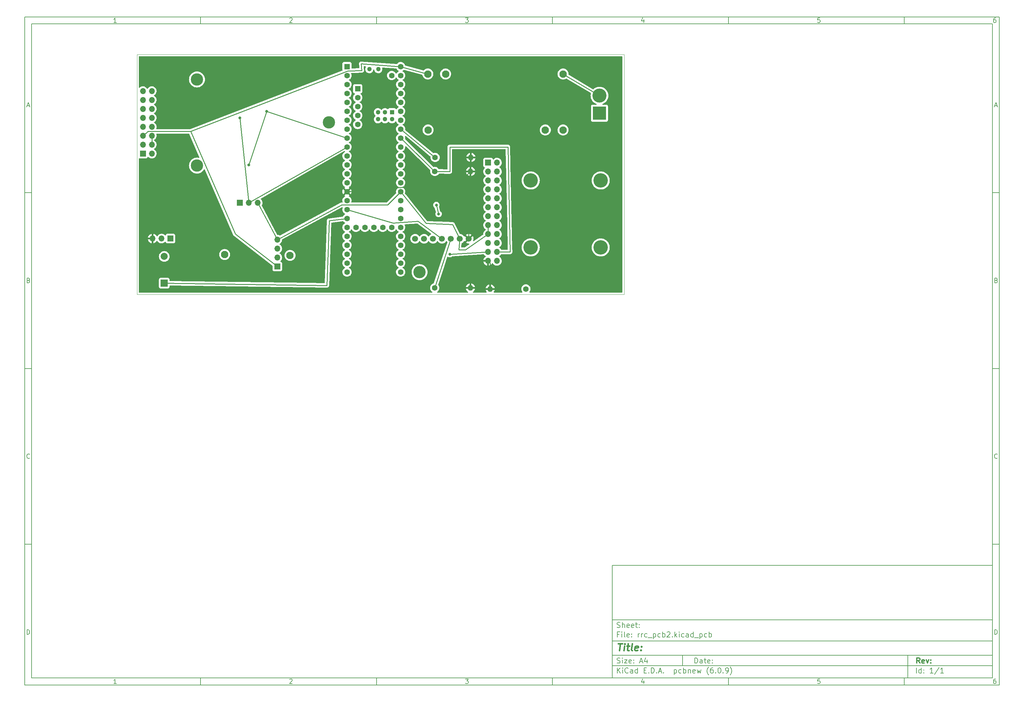
<source format=gbr>
%TF.GenerationSoftware,KiCad,Pcbnew,(6.0.9)*%
%TF.CreationDate,2023-04-14T20:57:09-04:00*%
%TF.ProjectId,rrc_pcb2,7272635f-7063-4623-922e-6b696361645f,rev?*%
%TF.SameCoordinates,Original*%
%TF.FileFunction,Copper,L1,Top*%
%TF.FilePolarity,Positive*%
%FSLAX46Y46*%
G04 Gerber Fmt 4.6, Leading zero omitted, Abs format (unit mm)*
G04 Created by KiCad (PCBNEW (6.0.9)) date 2023-04-14 20:57:09*
%MOMM*%
%LPD*%
G01*
G04 APERTURE LIST*
%ADD10C,0.100000*%
%ADD11C,0.150000*%
%ADD12C,0.300000*%
%ADD13C,0.400000*%
%TA.AperFunction,Profile*%
%ADD14C,0.050000*%
%TD*%
%TA.AperFunction,ComponentPad*%
%ADD15C,3.500000*%
%TD*%
%TA.AperFunction,ComponentPad*%
%ADD16O,1.700000X1.700000*%
%TD*%
%TA.AperFunction,ComponentPad*%
%ADD17R,1.700000X1.700000*%
%TD*%
%TA.AperFunction,ComponentPad*%
%ADD18C,1.600000*%
%TD*%
%TA.AperFunction,ComponentPad*%
%ADD19O,1.600000X1.600000*%
%TD*%
%TA.AperFunction,ComponentPad*%
%ADD20R,3.800000X3.800000*%
%TD*%
%TA.AperFunction,ComponentPad*%
%ADD21C,4.000000*%
%TD*%
%TA.AperFunction,WasherPad*%
%ADD22C,4.100000*%
%TD*%
%TA.AperFunction,ComponentPad*%
%ADD23R,1.600000X1.600000*%
%TD*%
%TA.AperFunction,ComponentPad*%
%ADD24R,1.300000X1.300000*%
%TD*%
%TA.AperFunction,ComponentPad*%
%ADD25C,1.300000*%
%TD*%
%TA.AperFunction,ComponentPad*%
%ADD26C,1.700000*%
%TD*%
%TA.AperFunction,ComponentPad*%
%ADD27R,2.000000X2.000000*%
%TD*%
%TA.AperFunction,ComponentPad*%
%ADD28C,2.000000*%
%TD*%
%TA.AperFunction,WasherPad*%
%ADD29C,2.100000*%
%TD*%
%TA.AperFunction,ComponentPad*%
%ADD30C,2.100000*%
%TD*%
%TA.AperFunction,ViaPad*%
%ADD31C,0.800000*%
%TD*%
%TA.AperFunction,Conductor*%
%ADD32C,0.250000*%
%TD*%
G04 APERTURE END LIST*
D10*
D11*
X177002200Y-166007200D02*
X177002200Y-198007200D01*
X285002200Y-198007200D01*
X285002200Y-166007200D01*
X177002200Y-166007200D01*
D10*
D11*
X10000000Y-10000000D02*
X10000000Y-200007200D01*
X287002200Y-200007200D01*
X287002200Y-10000000D01*
X10000000Y-10000000D01*
D10*
D11*
X12000000Y-12000000D02*
X12000000Y-198007200D01*
X285002200Y-198007200D01*
X285002200Y-12000000D01*
X12000000Y-12000000D01*
D10*
D11*
X60000000Y-12000000D02*
X60000000Y-10000000D01*
D10*
D11*
X110000000Y-12000000D02*
X110000000Y-10000000D01*
D10*
D11*
X160000000Y-12000000D02*
X160000000Y-10000000D01*
D10*
D11*
X210000000Y-12000000D02*
X210000000Y-10000000D01*
D10*
D11*
X260000000Y-12000000D02*
X260000000Y-10000000D01*
D10*
D11*
X36065476Y-11588095D02*
X35322619Y-11588095D01*
X35694047Y-11588095D02*
X35694047Y-10288095D01*
X35570238Y-10473809D01*
X35446428Y-10597619D01*
X35322619Y-10659523D01*
D10*
D11*
X85322619Y-10411904D02*
X85384523Y-10350000D01*
X85508333Y-10288095D01*
X85817857Y-10288095D01*
X85941666Y-10350000D01*
X86003571Y-10411904D01*
X86065476Y-10535714D01*
X86065476Y-10659523D01*
X86003571Y-10845238D01*
X85260714Y-11588095D01*
X86065476Y-11588095D01*
D10*
D11*
X135260714Y-10288095D02*
X136065476Y-10288095D01*
X135632142Y-10783333D01*
X135817857Y-10783333D01*
X135941666Y-10845238D01*
X136003571Y-10907142D01*
X136065476Y-11030952D01*
X136065476Y-11340476D01*
X136003571Y-11464285D01*
X135941666Y-11526190D01*
X135817857Y-11588095D01*
X135446428Y-11588095D01*
X135322619Y-11526190D01*
X135260714Y-11464285D01*
D10*
D11*
X185941666Y-10721428D02*
X185941666Y-11588095D01*
X185632142Y-10226190D02*
X185322619Y-11154761D01*
X186127380Y-11154761D01*
D10*
D11*
X236003571Y-10288095D02*
X235384523Y-10288095D01*
X235322619Y-10907142D01*
X235384523Y-10845238D01*
X235508333Y-10783333D01*
X235817857Y-10783333D01*
X235941666Y-10845238D01*
X236003571Y-10907142D01*
X236065476Y-11030952D01*
X236065476Y-11340476D01*
X236003571Y-11464285D01*
X235941666Y-11526190D01*
X235817857Y-11588095D01*
X235508333Y-11588095D01*
X235384523Y-11526190D01*
X235322619Y-11464285D01*
D10*
D11*
X285941666Y-10288095D02*
X285694047Y-10288095D01*
X285570238Y-10350000D01*
X285508333Y-10411904D01*
X285384523Y-10597619D01*
X285322619Y-10845238D01*
X285322619Y-11340476D01*
X285384523Y-11464285D01*
X285446428Y-11526190D01*
X285570238Y-11588095D01*
X285817857Y-11588095D01*
X285941666Y-11526190D01*
X286003571Y-11464285D01*
X286065476Y-11340476D01*
X286065476Y-11030952D01*
X286003571Y-10907142D01*
X285941666Y-10845238D01*
X285817857Y-10783333D01*
X285570238Y-10783333D01*
X285446428Y-10845238D01*
X285384523Y-10907142D01*
X285322619Y-11030952D01*
D10*
D11*
X60000000Y-198007200D02*
X60000000Y-200007200D01*
D10*
D11*
X110000000Y-198007200D02*
X110000000Y-200007200D01*
D10*
D11*
X160000000Y-198007200D02*
X160000000Y-200007200D01*
D10*
D11*
X210000000Y-198007200D02*
X210000000Y-200007200D01*
D10*
D11*
X260000000Y-198007200D02*
X260000000Y-200007200D01*
D10*
D11*
X36065476Y-199595295D02*
X35322619Y-199595295D01*
X35694047Y-199595295D02*
X35694047Y-198295295D01*
X35570238Y-198481009D01*
X35446428Y-198604819D01*
X35322619Y-198666723D01*
D10*
D11*
X85322619Y-198419104D02*
X85384523Y-198357200D01*
X85508333Y-198295295D01*
X85817857Y-198295295D01*
X85941666Y-198357200D01*
X86003571Y-198419104D01*
X86065476Y-198542914D01*
X86065476Y-198666723D01*
X86003571Y-198852438D01*
X85260714Y-199595295D01*
X86065476Y-199595295D01*
D10*
D11*
X135260714Y-198295295D02*
X136065476Y-198295295D01*
X135632142Y-198790533D01*
X135817857Y-198790533D01*
X135941666Y-198852438D01*
X136003571Y-198914342D01*
X136065476Y-199038152D01*
X136065476Y-199347676D01*
X136003571Y-199471485D01*
X135941666Y-199533390D01*
X135817857Y-199595295D01*
X135446428Y-199595295D01*
X135322619Y-199533390D01*
X135260714Y-199471485D01*
D10*
D11*
X185941666Y-198728628D02*
X185941666Y-199595295D01*
X185632142Y-198233390D02*
X185322619Y-199161961D01*
X186127380Y-199161961D01*
D10*
D11*
X236003571Y-198295295D02*
X235384523Y-198295295D01*
X235322619Y-198914342D01*
X235384523Y-198852438D01*
X235508333Y-198790533D01*
X235817857Y-198790533D01*
X235941666Y-198852438D01*
X236003571Y-198914342D01*
X236065476Y-199038152D01*
X236065476Y-199347676D01*
X236003571Y-199471485D01*
X235941666Y-199533390D01*
X235817857Y-199595295D01*
X235508333Y-199595295D01*
X235384523Y-199533390D01*
X235322619Y-199471485D01*
D10*
D11*
X285941666Y-198295295D02*
X285694047Y-198295295D01*
X285570238Y-198357200D01*
X285508333Y-198419104D01*
X285384523Y-198604819D01*
X285322619Y-198852438D01*
X285322619Y-199347676D01*
X285384523Y-199471485D01*
X285446428Y-199533390D01*
X285570238Y-199595295D01*
X285817857Y-199595295D01*
X285941666Y-199533390D01*
X286003571Y-199471485D01*
X286065476Y-199347676D01*
X286065476Y-199038152D01*
X286003571Y-198914342D01*
X285941666Y-198852438D01*
X285817857Y-198790533D01*
X285570238Y-198790533D01*
X285446428Y-198852438D01*
X285384523Y-198914342D01*
X285322619Y-199038152D01*
D10*
D11*
X10000000Y-60000000D02*
X12000000Y-60000000D01*
D10*
D11*
X10000000Y-110000000D02*
X12000000Y-110000000D01*
D10*
D11*
X10000000Y-160000000D02*
X12000000Y-160000000D01*
D10*
D11*
X10690476Y-35216666D02*
X11309523Y-35216666D01*
X10566666Y-35588095D02*
X11000000Y-34288095D01*
X11433333Y-35588095D01*
D10*
D11*
X11092857Y-84907142D02*
X11278571Y-84969047D01*
X11340476Y-85030952D01*
X11402380Y-85154761D01*
X11402380Y-85340476D01*
X11340476Y-85464285D01*
X11278571Y-85526190D01*
X11154761Y-85588095D01*
X10659523Y-85588095D01*
X10659523Y-84288095D01*
X11092857Y-84288095D01*
X11216666Y-84350000D01*
X11278571Y-84411904D01*
X11340476Y-84535714D01*
X11340476Y-84659523D01*
X11278571Y-84783333D01*
X11216666Y-84845238D01*
X11092857Y-84907142D01*
X10659523Y-84907142D01*
D10*
D11*
X11402380Y-135464285D02*
X11340476Y-135526190D01*
X11154761Y-135588095D01*
X11030952Y-135588095D01*
X10845238Y-135526190D01*
X10721428Y-135402380D01*
X10659523Y-135278571D01*
X10597619Y-135030952D01*
X10597619Y-134845238D01*
X10659523Y-134597619D01*
X10721428Y-134473809D01*
X10845238Y-134350000D01*
X11030952Y-134288095D01*
X11154761Y-134288095D01*
X11340476Y-134350000D01*
X11402380Y-134411904D01*
D10*
D11*
X10659523Y-185588095D02*
X10659523Y-184288095D01*
X10969047Y-184288095D01*
X11154761Y-184350000D01*
X11278571Y-184473809D01*
X11340476Y-184597619D01*
X11402380Y-184845238D01*
X11402380Y-185030952D01*
X11340476Y-185278571D01*
X11278571Y-185402380D01*
X11154761Y-185526190D01*
X10969047Y-185588095D01*
X10659523Y-185588095D01*
D10*
D11*
X287002200Y-60000000D02*
X285002200Y-60000000D01*
D10*
D11*
X287002200Y-110000000D02*
X285002200Y-110000000D01*
D10*
D11*
X287002200Y-160000000D02*
X285002200Y-160000000D01*
D10*
D11*
X285692676Y-35216666D02*
X286311723Y-35216666D01*
X285568866Y-35588095D02*
X286002200Y-34288095D01*
X286435533Y-35588095D01*
D10*
D11*
X286095057Y-84907142D02*
X286280771Y-84969047D01*
X286342676Y-85030952D01*
X286404580Y-85154761D01*
X286404580Y-85340476D01*
X286342676Y-85464285D01*
X286280771Y-85526190D01*
X286156961Y-85588095D01*
X285661723Y-85588095D01*
X285661723Y-84288095D01*
X286095057Y-84288095D01*
X286218866Y-84350000D01*
X286280771Y-84411904D01*
X286342676Y-84535714D01*
X286342676Y-84659523D01*
X286280771Y-84783333D01*
X286218866Y-84845238D01*
X286095057Y-84907142D01*
X285661723Y-84907142D01*
D10*
D11*
X286404580Y-135464285D02*
X286342676Y-135526190D01*
X286156961Y-135588095D01*
X286033152Y-135588095D01*
X285847438Y-135526190D01*
X285723628Y-135402380D01*
X285661723Y-135278571D01*
X285599819Y-135030952D01*
X285599819Y-134845238D01*
X285661723Y-134597619D01*
X285723628Y-134473809D01*
X285847438Y-134350000D01*
X286033152Y-134288095D01*
X286156961Y-134288095D01*
X286342676Y-134350000D01*
X286404580Y-134411904D01*
D10*
D11*
X285661723Y-185588095D02*
X285661723Y-184288095D01*
X285971247Y-184288095D01*
X286156961Y-184350000D01*
X286280771Y-184473809D01*
X286342676Y-184597619D01*
X286404580Y-184845238D01*
X286404580Y-185030952D01*
X286342676Y-185278571D01*
X286280771Y-185402380D01*
X286156961Y-185526190D01*
X285971247Y-185588095D01*
X285661723Y-185588095D01*
D10*
D11*
X200434342Y-193785771D02*
X200434342Y-192285771D01*
X200791485Y-192285771D01*
X201005771Y-192357200D01*
X201148628Y-192500057D01*
X201220057Y-192642914D01*
X201291485Y-192928628D01*
X201291485Y-193142914D01*
X201220057Y-193428628D01*
X201148628Y-193571485D01*
X201005771Y-193714342D01*
X200791485Y-193785771D01*
X200434342Y-193785771D01*
X202577200Y-193785771D02*
X202577200Y-193000057D01*
X202505771Y-192857200D01*
X202362914Y-192785771D01*
X202077200Y-192785771D01*
X201934342Y-192857200D01*
X202577200Y-193714342D02*
X202434342Y-193785771D01*
X202077200Y-193785771D01*
X201934342Y-193714342D01*
X201862914Y-193571485D01*
X201862914Y-193428628D01*
X201934342Y-193285771D01*
X202077200Y-193214342D01*
X202434342Y-193214342D01*
X202577200Y-193142914D01*
X203077200Y-192785771D02*
X203648628Y-192785771D01*
X203291485Y-192285771D02*
X203291485Y-193571485D01*
X203362914Y-193714342D01*
X203505771Y-193785771D01*
X203648628Y-193785771D01*
X204720057Y-193714342D02*
X204577200Y-193785771D01*
X204291485Y-193785771D01*
X204148628Y-193714342D01*
X204077200Y-193571485D01*
X204077200Y-193000057D01*
X204148628Y-192857200D01*
X204291485Y-192785771D01*
X204577200Y-192785771D01*
X204720057Y-192857200D01*
X204791485Y-193000057D01*
X204791485Y-193142914D01*
X204077200Y-193285771D01*
X205434342Y-193642914D02*
X205505771Y-193714342D01*
X205434342Y-193785771D01*
X205362914Y-193714342D01*
X205434342Y-193642914D01*
X205434342Y-193785771D01*
X205434342Y-192857200D02*
X205505771Y-192928628D01*
X205434342Y-193000057D01*
X205362914Y-192928628D01*
X205434342Y-192857200D01*
X205434342Y-193000057D01*
D10*
D11*
X177002200Y-194507200D02*
X285002200Y-194507200D01*
D10*
D11*
X178434342Y-196585771D02*
X178434342Y-195085771D01*
X179291485Y-196585771D02*
X178648628Y-195728628D01*
X179291485Y-195085771D02*
X178434342Y-195942914D01*
X179934342Y-196585771D02*
X179934342Y-195585771D01*
X179934342Y-195085771D02*
X179862914Y-195157200D01*
X179934342Y-195228628D01*
X180005771Y-195157200D01*
X179934342Y-195085771D01*
X179934342Y-195228628D01*
X181505771Y-196442914D02*
X181434342Y-196514342D01*
X181220057Y-196585771D01*
X181077200Y-196585771D01*
X180862914Y-196514342D01*
X180720057Y-196371485D01*
X180648628Y-196228628D01*
X180577200Y-195942914D01*
X180577200Y-195728628D01*
X180648628Y-195442914D01*
X180720057Y-195300057D01*
X180862914Y-195157200D01*
X181077200Y-195085771D01*
X181220057Y-195085771D01*
X181434342Y-195157200D01*
X181505771Y-195228628D01*
X182791485Y-196585771D02*
X182791485Y-195800057D01*
X182720057Y-195657200D01*
X182577200Y-195585771D01*
X182291485Y-195585771D01*
X182148628Y-195657200D01*
X182791485Y-196514342D02*
X182648628Y-196585771D01*
X182291485Y-196585771D01*
X182148628Y-196514342D01*
X182077200Y-196371485D01*
X182077200Y-196228628D01*
X182148628Y-196085771D01*
X182291485Y-196014342D01*
X182648628Y-196014342D01*
X182791485Y-195942914D01*
X184148628Y-196585771D02*
X184148628Y-195085771D01*
X184148628Y-196514342D02*
X184005771Y-196585771D01*
X183720057Y-196585771D01*
X183577200Y-196514342D01*
X183505771Y-196442914D01*
X183434342Y-196300057D01*
X183434342Y-195871485D01*
X183505771Y-195728628D01*
X183577200Y-195657200D01*
X183720057Y-195585771D01*
X184005771Y-195585771D01*
X184148628Y-195657200D01*
X186005771Y-195800057D02*
X186505771Y-195800057D01*
X186720057Y-196585771D02*
X186005771Y-196585771D01*
X186005771Y-195085771D01*
X186720057Y-195085771D01*
X187362914Y-196442914D02*
X187434342Y-196514342D01*
X187362914Y-196585771D01*
X187291485Y-196514342D01*
X187362914Y-196442914D01*
X187362914Y-196585771D01*
X188077200Y-196585771D02*
X188077200Y-195085771D01*
X188434342Y-195085771D01*
X188648628Y-195157200D01*
X188791485Y-195300057D01*
X188862914Y-195442914D01*
X188934342Y-195728628D01*
X188934342Y-195942914D01*
X188862914Y-196228628D01*
X188791485Y-196371485D01*
X188648628Y-196514342D01*
X188434342Y-196585771D01*
X188077200Y-196585771D01*
X189577200Y-196442914D02*
X189648628Y-196514342D01*
X189577200Y-196585771D01*
X189505771Y-196514342D01*
X189577200Y-196442914D01*
X189577200Y-196585771D01*
X190220057Y-196157200D02*
X190934342Y-196157200D01*
X190077200Y-196585771D02*
X190577200Y-195085771D01*
X191077200Y-196585771D01*
X191577200Y-196442914D02*
X191648628Y-196514342D01*
X191577200Y-196585771D01*
X191505771Y-196514342D01*
X191577200Y-196442914D01*
X191577200Y-196585771D01*
X194577200Y-195585771D02*
X194577200Y-197085771D01*
X194577200Y-195657200D02*
X194720057Y-195585771D01*
X195005771Y-195585771D01*
X195148628Y-195657200D01*
X195220057Y-195728628D01*
X195291485Y-195871485D01*
X195291485Y-196300057D01*
X195220057Y-196442914D01*
X195148628Y-196514342D01*
X195005771Y-196585771D01*
X194720057Y-196585771D01*
X194577200Y-196514342D01*
X196577200Y-196514342D02*
X196434342Y-196585771D01*
X196148628Y-196585771D01*
X196005771Y-196514342D01*
X195934342Y-196442914D01*
X195862914Y-196300057D01*
X195862914Y-195871485D01*
X195934342Y-195728628D01*
X196005771Y-195657200D01*
X196148628Y-195585771D01*
X196434342Y-195585771D01*
X196577200Y-195657200D01*
X197220057Y-196585771D02*
X197220057Y-195085771D01*
X197220057Y-195657200D02*
X197362914Y-195585771D01*
X197648628Y-195585771D01*
X197791485Y-195657200D01*
X197862914Y-195728628D01*
X197934342Y-195871485D01*
X197934342Y-196300057D01*
X197862914Y-196442914D01*
X197791485Y-196514342D01*
X197648628Y-196585771D01*
X197362914Y-196585771D01*
X197220057Y-196514342D01*
X198577200Y-195585771D02*
X198577200Y-196585771D01*
X198577200Y-195728628D02*
X198648628Y-195657200D01*
X198791485Y-195585771D01*
X199005771Y-195585771D01*
X199148628Y-195657200D01*
X199220057Y-195800057D01*
X199220057Y-196585771D01*
X200505771Y-196514342D02*
X200362914Y-196585771D01*
X200077200Y-196585771D01*
X199934342Y-196514342D01*
X199862914Y-196371485D01*
X199862914Y-195800057D01*
X199934342Y-195657200D01*
X200077200Y-195585771D01*
X200362914Y-195585771D01*
X200505771Y-195657200D01*
X200577200Y-195800057D01*
X200577200Y-195942914D01*
X199862914Y-196085771D01*
X201077200Y-195585771D02*
X201362914Y-196585771D01*
X201648628Y-195871485D01*
X201934342Y-196585771D01*
X202220057Y-195585771D01*
X204362914Y-197157200D02*
X204291485Y-197085771D01*
X204148628Y-196871485D01*
X204077200Y-196728628D01*
X204005771Y-196514342D01*
X203934342Y-196157200D01*
X203934342Y-195871485D01*
X204005771Y-195514342D01*
X204077200Y-195300057D01*
X204148628Y-195157200D01*
X204291485Y-194942914D01*
X204362914Y-194871485D01*
X205577200Y-195085771D02*
X205291485Y-195085771D01*
X205148628Y-195157200D01*
X205077200Y-195228628D01*
X204934342Y-195442914D01*
X204862914Y-195728628D01*
X204862914Y-196300057D01*
X204934342Y-196442914D01*
X205005771Y-196514342D01*
X205148628Y-196585771D01*
X205434342Y-196585771D01*
X205577200Y-196514342D01*
X205648628Y-196442914D01*
X205720057Y-196300057D01*
X205720057Y-195942914D01*
X205648628Y-195800057D01*
X205577200Y-195728628D01*
X205434342Y-195657200D01*
X205148628Y-195657200D01*
X205005771Y-195728628D01*
X204934342Y-195800057D01*
X204862914Y-195942914D01*
X206362914Y-196442914D02*
X206434342Y-196514342D01*
X206362914Y-196585771D01*
X206291485Y-196514342D01*
X206362914Y-196442914D01*
X206362914Y-196585771D01*
X207362914Y-195085771D02*
X207505771Y-195085771D01*
X207648628Y-195157200D01*
X207720057Y-195228628D01*
X207791485Y-195371485D01*
X207862914Y-195657200D01*
X207862914Y-196014342D01*
X207791485Y-196300057D01*
X207720057Y-196442914D01*
X207648628Y-196514342D01*
X207505771Y-196585771D01*
X207362914Y-196585771D01*
X207220057Y-196514342D01*
X207148628Y-196442914D01*
X207077200Y-196300057D01*
X207005771Y-196014342D01*
X207005771Y-195657200D01*
X207077200Y-195371485D01*
X207148628Y-195228628D01*
X207220057Y-195157200D01*
X207362914Y-195085771D01*
X208505771Y-196442914D02*
X208577200Y-196514342D01*
X208505771Y-196585771D01*
X208434342Y-196514342D01*
X208505771Y-196442914D01*
X208505771Y-196585771D01*
X209291485Y-196585771D02*
X209577200Y-196585771D01*
X209720057Y-196514342D01*
X209791485Y-196442914D01*
X209934342Y-196228628D01*
X210005771Y-195942914D01*
X210005771Y-195371485D01*
X209934342Y-195228628D01*
X209862914Y-195157200D01*
X209720057Y-195085771D01*
X209434342Y-195085771D01*
X209291485Y-195157200D01*
X209220057Y-195228628D01*
X209148628Y-195371485D01*
X209148628Y-195728628D01*
X209220057Y-195871485D01*
X209291485Y-195942914D01*
X209434342Y-196014342D01*
X209720057Y-196014342D01*
X209862914Y-195942914D01*
X209934342Y-195871485D01*
X210005771Y-195728628D01*
X210505771Y-197157200D02*
X210577200Y-197085771D01*
X210720057Y-196871485D01*
X210791485Y-196728628D01*
X210862914Y-196514342D01*
X210934342Y-196157200D01*
X210934342Y-195871485D01*
X210862914Y-195514342D01*
X210791485Y-195300057D01*
X210720057Y-195157200D01*
X210577200Y-194942914D01*
X210505771Y-194871485D01*
D10*
D11*
X177002200Y-191507200D02*
X285002200Y-191507200D01*
D10*
D12*
X264411485Y-193785771D02*
X263911485Y-193071485D01*
X263554342Y-193785771D02*
X263554342Y-192285771D01*
X264125771Y-192285771D01*
X264268628Y-192357200D01*
X264340057Y-192428628D01*
X264411485Y-192571485D01*
X264411485Y-192785771D01*
X264340057Y-192928628D01*
X264268628Y-193000057D01*
X264125771Y-193071485D01*
X263554342Y-193071485D01*
X265625771Y-193714342D02*
X265482914Y-193785771D01*
X265197200Y-193785771D01*
X265054342Y-193714342D01*
X264982914Y-193571485D01*
X264982914Y-193000057D01*
X265054342Y-192857200D01*
X265197200Y-192785771D01*
X265482914Y-192785771D01*
X265625771Y-192857200D01*
X265697200Y-193000057D01*
X265697200Y-193142914D01*
X264982914Y-193285771D01*
X266197200Y-192785771D02*
X266554342Y-193785771D01*
X266911485Y-192785771D01*
X267482914Y-193642914D02*
X267554342Y-193714342D01*
X267482914Y-193785771D01*
X267411485Y-193714342D01*
X267482914Y-193642914D01*
X267482914Y-193785771D01*
X267482914Y-192857200D02*
X267554342Y-192928628D01*
X267482914Y-193000057D01*
X267411485Y-192928628D01*
X267482914Y-192857200D01*
X267482914Y-193000057D01*
D10*
D11*
X178362914Y-193714342D02*
X178577200Y-193785771D01*
X178934342Y-193785771D01*
X179077200Y-193714342D01*
X179148628Y-193642914D01*
X179220057Y-193500057D01*
X179220057Y-193357200D01*
X179148628Y-193214342D01*
X179077200Y-193142914D01*
X178934342Y-193071485D01*
X178648628Y-193000057D01*
X178505771Y-192928628D01*
X178434342Y-192857200D01*
X178362914Y-192714342D01*
X178362914Y-192571485D01*
X178434342Y-192428628D01*
X178505771Y-192357200D01*
X178648628Y-192285771D01*
X179005771Y-192285771D01*
X179220057Y-192357200D01*
X179862914Y-193785771D02*
X179862914Y-192785771D01*
X179862914Y-192285771D02*
X179791485Y-192357200D01*
X179862914Y-192428628D01*
X179934342Y-192357200D01*
X179862914Y-192285771D01*
X179862914Y-192428628D01*
X180434342Y-192785771D02*
X181220057Y-192785771D01*
X180434342Y-193785771D01*
X181220057Y-193785771D01*
X182362914Y-193714342D02*
X182220057Y-193785771D01*
X181934342Y-193785771D01*
X181791485Y-193714342D01*
X181720057Y-193571485D01*
X181720057Y-193000057D01*
X181791485Y-192857200D01*
X181934342Y-192785771D01*
X182220057Y-192785771D01*
X182362914Y-192857200D01*
X182434342Y-193000057D01*
X182434342Y-193142914D01*
X181720057Y-193285771D01*
X183077200Y-193642914D02*
X183148628Y-193714342D01*
X183077200Y-193785771D01*
X183005771Y-193714342D01*
X183077200Y-193642914D01*
X183077200Y-193785771D01*
X183077200Y-192857200D02*
X183148628Y-192928628D01*
X183077200Y-193000057D01*
X183005771Y-192928628D01*
X183077200Y-192857200D01*
X183077200Y-193000057D01*
X184862914Y-193357200D02*
X185577200Y-193357200D01*
X184720057Y-193785771D02*
X185220057Y-192285771D01*
X185720057Y-193785771D01*
X186862914Y-192785771D02*
X186862914Y-193785771D01*
X186505771Y-192214342D02*
X186148628Y-193285771D01*
X187077200Y-193285771D01*
D10*
D11*
X263434342Y-196585771D02*
X263434342Y-195085771D01*
X264791485Y-196585771D02*
X264791485Y-195085771D01*
X264791485Y-196514342D02*
X264648628Y-196585771D01*
X264362914Y-196585771D01*
X264220057Y-196514342D01*
X264148628Y-196442914D01*
X264077200Y-196300057D01*
X264077200Y-195871485D01*
X264148628Y-195728628D01*
X264220057Y-195657200D01*
X264362914Y-195585771D01*
X264648628Y-195585771D01*
X264791485Y-195657200D01*
X265505771Y-196442914D02*
X265577200Y-196514342D01*
X265505771Y-196585771D01*
X265434342Y-196514342D01*
X265505771Y-196442914D01*
X265505771Y-196585771D01*
X265505771Y-195657200D02*
X265577200Y-195728628D01*
X265505771Y-195800057D01*
X265434342Y-195728628D01*
X265505771Y-195657200D01*
X265505771Y-195800057D01*
X268148628Y-196585771D02*
X267291485Y-196585771D01*
X267720057Y-196585771D02*
X267720057Y-195085771D01*
X267577200Y-195300057D01*
X267434342Y-195442914D01*
X267291485Y-195514342D01*
X269862914Y-195014342D02*
X268577200Y-196942914D01*
X271148628Y-196585771D02*
X270291485Y-196585771D01*
X270720057Y-196585771D02*
X270720057Y-195085771D01*
X270577200Y-195300057D01*
X270434342Y-195442914D01*
X270291485Y-195514342D01*
D10*
D11*
X177002200Y-187507200D02*
X285002200Y-187507200D01*
D10*
D13*
X178714580Y-188211961D02*
X179857438Y-188211961D01*
X179036009Y-190211961D02*
X179286009Y-188211961D01*
X180274104Y-190211961D02*
X180440771Y-188878628D01*
X180524104Y-188211961D02*
X180416961Y-188307200D01*
X180500295Y-188402438D01*
X180607438Y-188307200D01*
X180524104Y-188211961D01*
X180500295Y-188402438D01*
X181107438Y-188878628D02*
X181869342Y-188878628D01*
X181476485Y-188211961D02*
X181262200Y-189926247D01*
X181333628Y-190116723D01*
X181512200Y-190211961D01*
X181702676Y-190211961D01*
X182655057Y-190211961D02*
X182476485Y-190116723D01*
X182405057Y-189926247D01*
X182619342Y-188211961D01*
X184190771Y-190116723D02*
X183988390Y-190211961D01*
X183607438Y-190211961D01*
X183428866Y-190116723D01*
X183357438Y-189926247D01*
X183452676Y-189164342D01*
X183571723Y-188973866D01*
X183774104Y-188878628D01*
X184155057Y-188878628D01*
X184333628Y-188973866D01*
X184405057Y-189164342D01*
X184381247Y-189354819D01*
X183405057Y-189545295D01*
X185155057Y-190021485D02*
X185238390Y-190116723D01*
X185131247Y-190211961D01*
X185047914Y-190116723D01*
X185155057Y-190021485D01*
X185131247Y-190211961D01*
X185286009Y-188973866D02*
X185369342Y-189069104D01*
X185262200Y-189164342D01*
X185178866Y-189069104D01*
X185286009Y-188973866D01*
X185262200Y-189164342D01*
D10*
D11*
X178934342Y-185600057D02*
X178434342Y-185600057D01*
X178434342Y-186385771D02*
X178434342Y-184885771D01*
X179148628Y-184885771D01*
X179720057Y-186385771D02*
X179720057Y-185385771D01*
X179720057Y-184885771D02*
X179648628Y-184957200D01*
X179720057Y-185028628D01*
X179791485Y-184957200D01*
X179720057Y-184885771D01*
X179720057Y-185028628D01*
X180648628Y-186385771D02*
X180505771Y-186314342D01*
X180434342Y-186171485D01*
X180434342Y-184885771D01*
X181791485Y-186314342D02*
X181648628Y-186385771D01*
X181362914Y-186385771D01*
X181220057Y-186314342D01*
X181148628Y-186171485D01*
X181148628Y-185600057D01*
X181220057Y-185457200D01*
X181362914Y-185385771D01*
X181648628Y-185385771D01*
X181791485Y-185457200D01*
X181862914Y-185600057D01*
X181862914Y-185742914D01*
X181148628Y-185885771D01*
X182505771Y-186242914D02*
X182577200Y-186314342D01*
X182505771Y-186385771D01*
X182434342Y-186314342D01*
X182505771Y-186242914D01*
X182505771Y-186385771D01*
X182505771Y-185457200D02*
X182577200Y-185528628D01*
X182505771Y-185600057D01*
X182434342Y-185528628D01*
X182505771Y-185457200D01*
X182505771Y-185600057D01*
X184362914Y-186385771D02*
X184362914Y-185385771D01*
X184362914Y-185671485D02*
X184434342Y-185528628D01*
X184505771Y-185457200D01*
X184648628Y-185385771D01*
X184791485Y-185385771D01*
X185291485Y-186385771D02*
X185291485Y-185385771D01*
X185291485Y-185671485D02*
X185362914Y-185528628D01*
X185434342Y-185457200D01*
X185577200Y-185385771D01*
X185720057Y-185385771D01*
X186862914Y-186314342D02*
X186720057Y-186385771D01*
X186434342Y-186385771D01*
X186291485Y-186314342D01*
X186220057Y-186242914D01*
X186148628Y-186100057D01*
X186148628Y-185671485D01*
X186220057Y-185528628D01*
X186291485Y-185457200D01*
X186434342Y-185385771D01*
X186720057Y-185385771D01*
X186862914Y-185457200D01*
X187148628Y-186528628D02*
X188291485Y-186528628D01*
X188648628Y-185385771D02*
X188648628Y-186885771D01*
X188648628Y-185457200D02*
X188791485Y-185385771D01*
X189077200Y-185385771D01*
X189220057Y-185457200D01*
X189291485Y-185528628D01*
X189362914Y-185671485D01*
X189362914Y-186100057D01*
X189291485Y-186242914D01*
X189220057Y-186314342D01*
X189077200Y-186385771D01*
X188791485Y-186385771D01*
X188648628Y-186314342D01*
X190648628Y-186314342D02*
X190505771Y-186385771D01*
X190220057Y-186385771D01*
X190077200Y-186314342D01*
X190005771Y-186242914D01*
X189934342Y-186100057D01*
X189934342Y-185671485D01*
X190005771Y-185528628D01*
X190077200Y-185457200D01*
X190220057Y-185385771D01*
X190505771Y-185385771D01*
X190648628Y-185457200D01*
X191291485Y-186385771D02*
X191291485Y-184885771D01*
X191291485Y-185457200D02*
X191434342Y-185385771D01*
X191720057Y-185385771D01*
X191862914Y-185457200D01*
X191934342Y-185528628D01*
X192005771Y-185671485D01*
X192005771Y-186100057D01*
X191934342Y-186242914D01*
X191862914Y-186314342D01*
X191720057Y-186385771D01*
X191434342Y-186385771D01*
X191291485Y-186314342D01*
X192577200Y-185028628D02*
X192648628Y-184957200D01*
X192791485Y-184885771D01*
X193148628Y-184885771D01*
X193291485Y-184957200D01*
X193362914Y-185028628D01*
X193434342Y-185171485D01*
X193434342Y-185314342D01*
X193362914Y-185528628D01*
X192505771Y-186385771D01*
X193434342Y-186385771D01*
X194077200Y-186242914D02*
X194148628Y-186314342D01*
X194077200Y-186385771D01*
X194005771Y-186314342D01*
X194077200Y-186242914D01*
X194077200Y-186385771D01*
X194791485Y-186385771D02*
X194791485Y-184885771D01*
X194934342Y-185814342D02*
X195362914Y-186385771D01*
X195362914Y-185385771D02*
X194791485Y-185957200D01*
X196005771Y-186385771D02*
X196005771Y-185385771D01*
X196005771Y-184885771D02*
X195934342Y-184957200D01*
X196005771Y-185028628D01*
X196077200Y-184957200D01*
X196005771Y-184885771D01*
X196005771Y-185028628D01*
X197362914Y-186314342D02*
X197220057Y-186385771D01*
X196934342Y-186385771D01*
X196791485Y-186314342D01*
X196720057Y-186242914D01*
X196648628Y-186100057D01*
X196648628Y-185671485D01*
X196720057Y-185528628D01*
X196791485Y-185457200D01*
X196934342Y-185385771D01*
X197220057Y-185385771D01*
X197362914Y-185457200D01*
X198648628Y-186385771D02*
X198648628Y-185600057D01*
X198577200Y-185457200D01*
X198434342Y-185385771D01*
X198148628Y-185385771D01*
X198005771Y-185457200D01*
X198648628Y-186314342D02*
X198505771Y-186385771D01*
X198148628Y-186385771D01*
X198005771Y-186314342D01*
X197934342Y-186171485D01*
X197934342Y-186028628D01*
X198005771Y-185885771D01*
X198148628Y-185814342D01*
X198505771Y-185814342D01*
X198648628Y-185742914D01*
X200005771Y-186385771D02*
X200005771Y-184885771D01*
X200005771Y-186314342D02*
X199862914Y-186385771D01*
X199577200Y-186385771D01*
X199434342Y-186314342D01*
X199362914Y-186242914D01*
X199291485Y-186100057D01*
X199291485Y-185671485D01*
X199362914Y-185528628D01*
X199434342Y-185457200D01*
X199577200Y-185385771D01*
X199862914Y-185385771D01*
X200005771Y-185457200D01*
X200362914Y-186528628D02*
X201505771Y-186528628D01*
X201862914Y-185385771D02*
X201862914Y-186885771D01*
X201862914Y-185457200D02*
X202005771Y-185385771D01*
X202291485Y-185385771D01*
X202434342Y-185457200D01*
X202505771Y-185528628D01*
X202577200Y-185671485D01*
X202577200Y-186100057D01*
X202505771Y-186242914D01*
X202434342Y-186314342D01*
X202291485Y-186385771D01*
X202005771Y-186385771D01*
X201862914Y-186314342D01*
X203862914Y-186314342D02*
X203720057Y-186385771D01*
X203434342Y-186385771D01*
X203291485Y-186314342D01*
X203220057Y-186242914D01*
X203148628Y-186100057D01*
X203148628Y-185671485D01*
X203220057Y-185528628D01*
X203291485Y-185457200D01*
X203434342Y-185385771D01*
X203720057Y-185385771D01*
X203862914Y-185457200D01*
X204505771Y-186385771D02*
X204505771Y-184885771D01*
X204505771Y-185457200D02*
X204648628Y-185385771D01*
X204934342Y-185385771D01*
X205077200Y-185457200D01*
X205148628Y-185528628D01*
X205220057Y-185671485D01*
X205220057Y-186100057D01*
X205148628Y-186242914D01*
X205077200Y-186314342D01*
X204934342Y-186385771D01*
X204648628Y-186385771D01*
X204505771Y-186314342D01*
D10*
D11*
X177002200Y-181507200D02*
X285002200Y-181507200D01*
D10*
D11*
X178362914Y-183614342D02*
X178577200Y-183685771D01*
X178934342Y-183685771D01*
X179077200Y-183614342D01*
X179148628Y-183542914D01*
X179220057Y-183400057D01*
X179220057Y-183257200D01*
X179148628Y-183114342D01*
X179077200Y-183042914D01*
X178934342Y-182971485D01*
X178648628Y-182900057D01*
X178505771Y-182828628D01*
X178434342Y-182757200D01*
X178362914Y-182614342D01*
X178362914Y-182471485D01*
X178434342Y-182328628D01*
X178505771Y-182257200D01*
X178648628Y-182185771D01*
X179005771Y-182185771D01*
X179220057Y-182257200D01*
X179862914Y-183685771D02*
X179862914Y-182185771D01*
X180505771Y-183685771D02*
X180505771Y-182900057D01*
X180434342Y-182757200D01*
X180291485Y-182685771D01*
X180077200Y-182685771D01*
X179934342Y-182757200D01*
X179862914Y-182828628D01*
X181791485Y-183614342D02*
X181648628Y-183685771D01*
X181362914Y-183685771D01*
X181220057Y-183614342D01*
X181148628Y-183471485D01*
X181148628Y-182900057D01*
X181220057Y-182757200D01*
X181362914Y-182685771D01*
X181648628Y-182685771D01*
X181791485Y-182757200D01*
X181862914Y-182900057D01*
X181862914Y-183042914D01*
X181148628Y-183185771D01*
X183077200Y-183614342D02*
X182934342Y-183685771D01*
X182648628Y-183685771D01*
X182505771Y-183614342D01*
X182434342Y-183471485D01*
X182434342Y-182900057D01*
X182505771Y-182757200D01*
X182648628Y-182685771D01*
X182934342Y-182685771D01*
X183077200Y-182757200D01*
X183148628Y-182900057D01*
X183148628Y-183042914D01*
X182434342Y-183185771D01*
X183577200Y-182685771D02*
X184148628Y-182685771D01*
X183791485Y-182185771D02*
X183791485Y-183471485D01*
X183862914Y-183614342D01*
X184005771Y-183685771D01*
X184148628Y-183685771D01*
X184648628Y-183542914D02*
X184720057Y-183614342D01*
X184648628Y-183685771D01*
X184577200Y-183614342D01*
X184648628Y-183542914D01*
X184648628Y-183685771D01*
X184648628Y-182757200D02*
X184720057Y-182828628D01*
X184648628Y-182900057D01*
X184577200Y-182828628D01*
X184648628Y-182757200D01*
X184648628Y-182900057D01*
D10*
D12*
D10*
D11*
D10*
D11*
D10*
D11*
D10*
D11*
D10*
D11*
X197002200Y-191507200D02*
X197002200Y-194507200D01*
D10*
D11*
X261002200Y-191507200D02*
X261002200Y-198007200D01*
D14*
X41910000Y-20656715D02*
X180340000Y-20656715D01*
X180340000Y-20656715D02*
X180340000Y-88900000D01*
X180340000Y-88900000D02*
X41910000Y-88900000D01*
X41910000Y-88900000D02*
X41910000Y-20656715D01*
D15*
%TO.P,REF\u002A\u002A,*%
%TO.N,*%
X96475603Y-40032541D03*
X58975603Y-52282541D03*
X58975603Y-27782541D03*
D16*
%TO.P,REF\u002A\u002A,15*%
%TO.N,N/C*%
X43593723Y-31094801D03*
%TO.P,REF\u002A\u002A,16*%
X46133723Y-31094801D03*
%TO.P,REF\u002A\u002A,3*%
X43593723Y-46334801D03*
%TO.P,REF\u002A\u002A,14*%
X46133723Y-33634801D03*
%TO.P,REF\u002A\u002A,13*%
X43593723Y-33634801D03*
%TO.P,REF\u002A\u002A,12*%
X46133723Y-36174801D03*
%TO.P,REF\u002A\u002A,9*%
X43593723Y-38714801D03*
%TO.P,REF\u002A\u002A,5*%
X43593723Y-43794801D03*
%TO.P,REF\u002A\u002A,8*%
X46133723Y-41254801D03*
%TO.P,REF\u002A\u002A,4*%
X46133723Y-46334801D03*
%TO.P,REF\u002A\u002A,7*%
X43593723Y-41254801D03*
%TO.P,REF\u002A\u002A,2*%
%TO.N,GND*%
X46133723Y-48874801D03*
D17*
%TO.P,REF\u002A\u002A,1*%
X43593723Y-48874801D03*
D16*
%TO.P,REF\u002A\u002A,11*%
%TO.N,N/C*%
X43593723Y-36174801D03*
%TO.P,REF\u002A\u002A,10*%
X46133723Y-38714801D03*
%TO.P,REF\u002A\u002A,6*%
X46133723Y-43794801D03*
%TD*%
D18*
%TO.P,R2,1*%
%TO.N,SDA*%
X126564950Y-53950936D03*
D19*
%TO.P,R2,2*%
%TO.N,T_VCC*%
X136724950Y-53950936D03*
%TD*%
D18*
%TO.P,R3,1*%
%TO.N,SCL1*%
X126526764Y-87069353D03*
D19*
%TO.P,R3,2*%
%TO.N,T_VCC*%
X136686764Y-87069353D03*
%TD*%
D18*
%TO.P,R4,1*%
%TO.N,SDA1*%
X152440461Y-87377794D03*
D19*
%TO.P,R4,2*%
%TO.N,T_VCC*%
X142280461Y-87377794D03*
%TD*%
D18*
%TO.P,R1,1*%
%TO.N,SCL*%
X126644699Y-49963495D03*
D19*
%TO.P,R1,2*%
%TO.N,T_VCC*%
X136804699Y-49963495D03*
%TD*%
D20*
%TO.P,J1,1,Pin_1*%
%TO.N,Net-(J1-Pad1)*%
X173355000Y-37385000D03*
D21*
%TO.P,J1,2,Pin_2*%
%TO.N,Net-(J1-Pad2)*%
X173355000Y-32385000D03*
%TD*%
D22*
%TO.P,U4,*%
%TO.N,*%
X153815516Y-56512137D03*
X153815516Y-75562137D03*
X173700612Y-75562137D03*
X173700612Y-56512137D03*
D17*
%TO.P,U4,1,AUX_DA*%
%TO.N,unconnected-(U4-Pad1)*%
X141695612Y-51432137D03*
D16*
%TO.P,U4,2,NC*%
%TO.N,unconnected-(U4-Pad2)*%
X144235612Y-51432137D03*
%TO.P,U4,3,AUX_CL*%
%TO.N,unconnected-(U4-Pad3)*%
X141695612Y-53972137D03*
%TO.P,U4,4,NC*%
%TO.N,unconnected-(U4-Pad4)*%
X144235612Y-53972137D03*
%TO.P,U4,5,1V8*%
%TO.N,unconnected-(U4-Pad5)*%
X141695612Y-56512137D03*
%TO.P,U4,6,DRDY*%
%TO.N,unconnected-(U4-Pad6)*%
X144235612Y-56512137D03*
%TO.P,U4,7,INT1*%
%TO.N,INT1*%
X141695612Y-59052137D03*
%TO.P,U4,8,~{CS}*%
%TO.N,unconnected-(U4-Pad8)*%
X144235612Y-59052137D03*
%TO.P,U4,9,NC*%
%TO.N,unconnected-(U4-Pad9)*%
X141695612Y-61592137D03*
%TO.P,U4,10,DRDY-CMP*%
%TO.N,unconnected-(U4-Pad10)*%
X144235612Y-61592137D03*
%TO.P,U4,11,TP0*%
%TO.N,unconnected-(U4-Pad11)*%
X141695612Y-64132137D03*
%TO.P,U4,12,NC*%
%TO.N,unconnected-(U4-Pad12)*%
X144235612Y-64132137D03*
%TO.P,U4,13,Vpp*%
%TO.N,unconnected-(U4-Pad13)*%
X141695612Y-66672137D03*
%TO.P,U4,14,NC*%
%TO.N,unconnected-(U4-Pad14)*%
X144235612Y-66672137D03*
%TO.P,U4,15,GND*%
%TO.N,T_GND*%
X141695612Y-69212137D03*
%TO.P,U4,16,NC*%
%TO.N,unconnected-(U4-Pad16)*%
X144235612Y-69212137D03*
%TO.P,U4,17,GND*%
%TO.N,T_GND*%
X141695612Y-71752137D03*
%TO.P,U4,18,REGOUT*%
%TO.N,unconnected-(U4-Pad18)*%
X144235612Y-71752137D03*
%TO.P,U4,19,NC*%
%TO.N,unconnected-(U4-Pad19)*%
X141695612Y-74292137D03*
%TO.P,U4,20,SCL/SCLK*%
%TO.N,SCL*%
X144235612Y-74292137D03*
%TO.P,U4,21,FSYNC*%
%TO.N,FSYNC*%
X141695612Y-76832137D03*
%TO.P,U4,22,SDA/SDI*%
%TO.N,SDA*%
X144235612Y-76832137D03*
%TO.P,U4,23,Vin*%
%TO.N,T_VCC*%
X141695612Y-79372137D03*
%TO.P,U4,24,AD0/SDO*%
%TO.N,unconnected-(U4-Pad24)*%
X144235612Y-79372137D03*
%TD*%
D23*
%TO.P,U2,1,GND*%
%TO.N,unconnected-(U2-Pad1)*%
X101600000Y-24130000D03*
D18*
%TO.P,U2,2,0_RX1_CRX2_CS1*%
%TO.N,unconnected-(U2-Pad2)*%
X101600000Y-26670000D03*
%TO.P,U2,3,1_TX1_CTX2_MISO1*%
%TO.N,unconnected-(U2-Pad3)*%
X101600000Y-29210000D03*
%TO.P,U2,4,2_OUT2*%
%TO.N,unconnected-(U2-Pad4)*%
X101600000Y-31750000D03*
%TO.P,U2,5,3_LRCLK2*%
%TO.N,unconnected-(U2-Pad5)*%
X101600000Y-34290000D03*
%TO.P,U2,6,4_BCLK2*%
%TO.N,unconnected-(U2-Pad6)*%
X101600000Y-36830000D03*
%TO.P,U2,7,5_IN2*%
%TO.N,unconnected-(U2-Pad7)*%
X101600000Y-39370000D03*
%TO.P,U2,8,6_OUT1D*%
%TO.N,unconnected-(U2-Pad8)*%
X101600000Y-41910000D03*
%TO.P,U2,9,7_RX2_OUT1A*%
%TO.N,RX2*%
X101600000Y-44450000D03*
%TO.P,U2,10,8_TX2_IN1*%
%TO.N,TX2*%
X101600000Y-46990000D03*
%TO.P,U2,11,9_OUT1C*%
%TO.N,unconnected-(U2-Pad11)*%
X101600000Y-49530000D03*
%TO.P,U2,12,10_CS_MQSR*%
%TO.N,unconnected-(U2-Pad12)*%
X101600000Y-52070000D03*
%TO.P,U2,13,11_MOSI_CTX1*%
%TO.N,unconnected-(U2-Pad13)*%
X101600000Y-54610000D03*
%TO.P,U2,14,12_MISO_MQSL*%
%TO.N,unconnected-(U2-Pad14)*%
X101600000Y-57150000D03*
%TO.P,U2,15,3V3*%
%TO.N,T_VCC*%
X101600000Y-59690000D03*
%TO.P,U2,16,24_A10_TX6_SCL2*%
%TO.N,unconnected-(U2-Pad16)*%
X101600000Y-62230000D03*
%TO.P,U2,17,25_A11_RX6_SDA2*%
%TO.N,SDA1*%
X101600000Y-64770000D03*
%TO.P,U2,18,26_A12_MOSI1*%
%TO.N,Net-(BZ1-Pad1)*%
X101600000Y-67310000D03*
%TO.P,U2,19,27_A13_SCK1*%
%TO.N,Net-(J2-Pad2)*%
X101600000Y-69850000D03*
%TO.P,U2,20,28_RX7*%
%TO.N,RX7*%
X101600000Y-72390000D03*
%TO.P,U2,21,29_TX7*%
%TO.N,TX7*%
X101600000Y-74930000D03*
%TO.P,U2,22,30_CRX3*%
%TO.N,unconnected-(U2-Pad22)*%
X101600000Y-77470000D03*
%TO.P,U2,23,31_CTX3*%
%TO.N,unconnected-(U2-Pad23)*%
X101600000Y-80010000D03*
%TO.P,U2,24,32_OUT1B*%
%TO.N,unconnected-(U2-Pad24)*%
X101600000Y-82550000D03*
%TO.P,U2,25,33_MCLK2*%
%TO.N,unconnected-(U2-Pad25)*%
X116840000Y-82550000D03*
%TO.P,U2,26,34_RX8*%
%TO.N,unconnected-(U2-Pad26)*%
X116840000Y-80010000D03*
%TO.P,U2,27,35_TX8*%
%TO.N,unconnected-(U2-Pad27)*%
X116840000Y-77470000D03*
%TO.P,U2,28,36_CS*%
%TO.N,unconnected-(U2-Pad28)*%
X116840000Y-74930000D03*
%TO.P,U2,29,37_CS*%
%TO.N,unconnected-(U2-Pad29)*%
X116840000Y-72390000D03*
%TO.P,U2,30,38_CS1_IN1*%
%TO.N,FSYNC*%
X116840000Y-69850000D03*
%TO.P,U2,31,39_MISO1_OUT1A*%
%TO.N,unconnected-(U2-Pad31)*%
X116840000Y-67310000D03*
%TO.P,U2,32,40_A16*%
%TO.N,INT1*%
X116840000Y-64770000D03*
%TO.P,U2,33,41_A17*%
%TO.N,unconnected-(U2-Pad33)*%
X116840000Y-62230000D03*
%TO.P,U2,34,GND*%
%TO.N,T_GND*%
X116840000Y-59690000D03*
%TO.P,U2,35,13_SCK_LED*%
%TO.N,unconnected-(U2-Pad35)*%
X116840000Y-57150000D03*
%TO.P,U2,36,14_A0_TX3_SPDIF_OUT*%
%TO.N,unconnected-(U2-Pad36)*%
X116840000Y-54610000D03*
%TO.P,U2,37,15_A1_RX3_SPDIF_IN*%
%TO.N,unconnected-(U2-Pad37)*%
X116840000Y-52070000D03*
%TO.P,U2,38,16_A2_RX4_SCL1*%
%TO.N,SCL1*%
X116840000Y-49530000D03*
%TO.P,U2,39,17_A3_TX4_SDA1*%
%TO.N,SDA1*%
X116840000Y-46990000D03*
%TO.P,U2,40,18_A4_SDA*%
%TO.N,SDA*%
X116840000Y-44450000D03*
%TO.P,U2,41,19_A5_SCL*%
%TO.N,SCL*%
X116840000Y-41910000D03*
%TO.P,U2,42,20_A6_TX5_LRCLK1*%
%TO.N,unconnected-(U2-Pad42)*%
X116840000Y-39370000D03*
%TO.P,U2,43,21_A7_RX5_BCLK1*%
%TO.N,unconnected-(U2-Pad43)*%
X116840000Y-36830000D03*
%TO.P,U2,44,22_A8_CTX1*%
%TO.N,unconnected-(U2-Pad44)*%
X116840000Y-34290000D03*
%TO.P,U2,45,23_A9_CRX1_MCLK1*%
%TO.N,unconnected-(U2-Pad45)*%
X116840000Y-31750000D03*
%TO.P,U2,46,3V3*%
%TO.N,unconnected-(U2-Pad46)*%
X116840000Y-29210000D03*
%TO.P,U2,47,GND*%
%TO.N,GND*%
X116840000Y-26670000D03*
%TO.P,U2,48,VIN*%
%TO.N,VCC*%
X116840000Y-24130000D03*
%TO.P,U2,49,VUSB*%
%TO.N,unconnected-(U2-Pad49)*%
X114300000Y-26670000D03*
%TO.P,U2,50,VBAT*%
%TO.N,unconnected-(U2-Pad50)*%
X104140000Y-69850000D03*
%TO.P,U2,51,3V3*%
%TO.N,unconnected-(U2-Pad51)*%
X106680000Y-69850000D03*
%TO.P,U2,52,GND*%
%TO.N,unconnected-(U2-Pad52)*%
X109220000Y-69850000D03*
%TO.P,U2,53,PROGRAM*%
%TO.N,unconnected-(U2-Pad53)*%
X111760000Y-69850000D03*
%TO.P,U2,54,ON_OFF*%
%TO.N,unconnected-(U2-Pad54)*%
X114300000Y-69850000D03*
D23*
%TO.P,U2,55,5V*%
%TO.N,unconnected-(U2-Pad55)*%
X104650800Y-30429200D03*
D18*
%TO.P,U2,56,D-*%
%TO.N,unconnected-(U2-Pad56)*%
X104650800Y-32969200D03*
%TO.P,U2,57,D+*%
%TO.N,unconnected-(U2-Pad57)*%
X104650800Y-35509200D03*
%TO.P,U2,58,GND*%
%TO.N,unconnected-(U2-Pad58)*%
X104650800Y-38049200D03*
%TO.P,U2,59,GND*%
%TO.N,unconnected-(U2-Pad59)*%
X104650800Y-40589200D03*
D24*
%TO.P,U2,60,R+*%
%TO.N,unconnected-(U2-Pad60)*%
X114401600Y-37100000D03*
D25*
%TO.P,U2,61,LED*%
%TO.N,unconnected-(U2-Pad61)*%
X112401600Y-37100000D03*
%TO.P,U2,62,T-*%
%TO.N,unconnected-(U2-Pad62)*%
X110401600Y-37100000D03*
%TO.P,U2,63,T+*%
%TO.N,unconnected-(U2-Pad63)*%
X110401600Y-39100000D03*
%TO.P,U2,64,GND*%
%TO.N,unconnected-(U2-Pad64)*%
X112401600Y-39100000D03*
%TO.P,U2,65,R-*%
%TO.N,unconnected-(U2-Pad65)*%
X114401600Y-39100000D03*
%TO.P,U2,66,D-*%
%TO.N,unconnected-(U2-Pad66)*%
X110490000Y-24860000D03*
%TO.P,U2,67,D+*%
%TO.N,unconnected-(U2-Pad67)*%
X107950000Y-24860000D03*
%TD*%
D17*
%TO.P,J2,1,Pin_1*%
%TO.N,T_GND*%
X51435000Y-73025000D03*
D16*
%TO.P,J2,2,Pin_2*%
%TO.N,Net-(J2-Pad2)*%
X48895000Y-73025000D03*
%TO.P,J2,3,Pin_3*%
%TO.N,T_VCC*%
X46355000Y-73025000D03*
%TD*%
D15*
%TO.P,U5,*%
%TO.N,*%
X122233239Y-82593571D03*
D26*
%TO.P,U5,1,VCC*%
%TO.N,T_VCC*%
X136203239Y-73088571D03*
%TO.P,U5,2,GND*%
%TO.N,T_GND*%
X133663239Y-73088571D03*
%TO.P,U5,3,SCL*%
%TO.N,SCL1*%
X131123239Y-73088571D03*
%TO.P,U5,4,SDA*%
%TO.N,SDA1*%
X128583239Y-73088571D03*
%TO.P,U5,5,CSB*%
%TO.N,unconnected-(U5-Pad5)*%
X126043239Y-73088571D03*
%TO.P,U5,6,SDD*%
%TO.N,unconnected-(U5-Pad6)*%
X123503239Y-73088571D03*
%TO.P,U5,7,PS*%
%TO.N,unconnected-(U5-Pad7)*%
X120963239Y-73088571D03*
%TD*%
D27*
%TO.P,BZ1,1,-*%
%TO.N,Net-(BZ1-Pad1)*%
X49668154Y-85722249D03*
D28*
%TO.P,BZ1,2,+*%
%TO.N,T_GND*%
X49668154Y-78122249D03*
%TD*%
D29*
%TO.P,U3,*%
%TO.N,*%
X85416876Y-77829556D03*
X66836328Y-77574650D03*
D17*
%TO.P,U3,1,VCC*%
%TO.N,VCC*%
X81786437Y-80964650D03*
D16*
%TO.P,U3,2,RX*%
%TO.N,TX7*%
X81786437Y-78424650D03*
%TO.P,U3,3,TX*%
%TO.N,RX7*%
X81786437Y-75884650D03*
%TO.P,U3,4,GND*%
%TO.N,T_GND*%
X81786437Y-73344650D03*
%TD*%
D29*
%TO.P,U7,*%
%TO.N,*%
X157960000Y-42155000D03*
X129623223Y-26235000D03*
D30*
%TO.P,U7,1,7.2V*%
%TO.N,Net-(J1-Pad1)*%
X163010000Y-42155000D03*
%TO.P,U7,2,GND*%
%TO.N,Net-(J1-Pad2)*%
X163010000Y-26235000D03*
%TO.P,U7,3,5V*%
%TO.N,VCC*%
X124573223Y-26235000D03*
%TO.P,U7,4,GND*%
%TO.N,GND*%
X124650000Y-42155000D03*
%TD*%
D17*
%TO.P,J3,1,Pin_1*%
%TO.N,RX2*%
X71135000Y-62865000D03*
D16*
%TO.P,J3,2,Pin_2*%
%TO.N,TX2*%
X73675000Y-62865000D03*
%TO.P,J3,3,Pin_3*%
%TO.N,T_GND*%
X76215000Y-62865000D03*
%TD*%
D31*
%TO.N,RX2*%
X73660000Y-52070000D03*
X78740000Y-36830000D03*
%TO.N,TX2*%
X71120000Y-38735000D03*
%TO.N,SCL1*%
X127000000Y-63500000D03*
X127635000Y-66040000D03*
%TO.N,FSYNC*%
X130810000Y-77470000D03*
%TD*%
D32*
%TO.N,RX2*%
X101600000Y-44450000D02*
X78740000Y-36830000D01*
X78740000Y-36830000D02*
X73660000Y-52070000D01*
X43815000Y-38735000D02*
X43593723Y-38714801D01*
%TO.N,TX2*%
X73675000Y-62865000D02*
X71120000Y-38735000D01*
%TO.N,VCC*%
X105650473Y-23318939D02*
X116840000Y-24130000D01*
X105817945Y-25216961D02*
X105650473Y-23318939D01*
X101910253Y-25328609D02*
X105817945Y-25216961D01*
X57150000Y-42545000D02*
X101910253Y-25328609D01*
X69850000Y-71755000D02*
X81786437Y-80964650D01*
X45085000Y-42545000D02*
X57150000Y-42545000D01*
X57150000Y-42545000D02*
X69850000Y-71755000D01*
X43593723Y-43794801D02*
X45085000Y-42545000D01*
%TO.N,*%
X46133723Y-46334801D02*
X46133723Y-43794801D01*
%TO.N,VCC*%
X124573223Y-26235000D02*
X116840000Y-24130000D01*
%TO.N,T_VCC*%
X136804699Y-49963495D02*
X136804699Y-53871187D01*
X136804699Y-53871187D02*
X136724950Y-53950936D01*
X142280461Y-87377794D02*
X142280461Y-79956986D01*
X136203239Y-73088571D02*
X136724950Y-53950936D01*
X136686764Y-87069353D02*
X142280461Y-87377794D01*
X101600000Y-59690000D02*
X133350000Y-57150000D01*
X133350000Y-57150000D02*
X136724950Y-53950936D01*
X142280461Y-79956986D02*
X141695612Y-79372137D01*
%TO.N,Net-(BZ1-Pad1)*%
X95885000Y-86360000D02*
X96520000Y-67945000D01*
X96520000Y-67945000D02*
X101600000Y-67310000D01*
X49668154Y-85722249D02*
X95885000Y-86360000D01*
%TO.N,SCL1*%
X131123239Y-73088571D02*
X126526764Y-87069353D01*
X127635000Y-66040000D02*
X127000000Y-63500000D01*
%TO.N,SDA1*%
X121744375Y-68128754D02*
X114646730Y-68607247D01*
X114646730Y-68607247D02*
X101600000Y-64770000D01*
X128583239Y-73088571D02*
X121744375Y-68128754D01*
%TO.N,TX2*%
X73675000Y-62865000D02*
X101600000Y-46990000D01*
%TO.N,SCL*%
X126644699Y-49963495D02*
X116840000Y-41910000D01*
%TO.N,T_GND*%
X141695612Y-71752137D02*
X141695612Y-69212137D01*
X100132444Y-63423574D02*
X113131502Y-63423574D01*
X133350000Y-76200000D02*
X133663239Y-73088571D01*
X81786437Y-73344650D02*
X100132444Y-63423574D01*
X141695612Y-71752137D02*
X135255000Y-76200000D01*
X76215000Y-62865000D02*
X81786437Y-73344650D01*
X113131502Y-63423574D02*
X116840000Y-59690000D01*
X124057091Y-68686996D02*
X131633229Y-69005991D01*
X135255000Y-76200000D02*
X133350000Y-76200000D01*
X131633229Y-69005991D02*
X133663239Y-73088571D01*
X116840000Y-59690000D02*
X124057091Y-68686996D01*
%TO.N,SDA*%
X147955000Y-76835000D02*
X147320000Y-46990000D01*
X147320000Y-46990000D02*
X130810000Y-46990000D01*
X144235612Y-76832137D02*
X147955000Y-76835000D01*
X130810000Y-53975000D02*
X126564950Y-53950936D01*
X126564950Y-53950936D02*
X116840000Y-44450000D01*
X130810000Y-46990000D02*
X130810000Y-53975000D01*
%TO.N,FSYNC*%
X141695612Y-76832137D02*
X130810000Y-77470000D01*
%TO.N,Net-(J1-Pad2)*%
X173355000Y-32385000D02*
X163010000Y-26235000D01*
%TD*%
%TA.AperFunction,Conductor*%
%TO.N,T_VCC*%
G36*
X56720158Y-43198502D02*
G01*
X56767587Y-43254260D01*
X59249030Y-48961579D01*
X59663535Y-49914941D01*
X59672353Y-49985387D01*
X59641685Y-50049419D01*
X59581268Y-50086705D01*
X59523404Y-50088759D01*
X59409375Y-50066077D01*
X59275068Y-50039361D01*
X59275062Y-50039360D01*
X59271029Y-50038558D01*
X59266924Y-50038289D01*
X59266917Y-50038288D01*
X58979722Y-50019465D01*
X58975603Y-50019195D01*
X58971484Y-50019465D01*
X58684289Y-50038288D01*
X58684282Y-50038289D01*
X58680177Y-50038558D01*
X58676144Y-50039360D01*
X58676138Y-50039361D01*
X58393856Y-50095511D01*
X58393850Y-50095513D01*
X58389806Y-50096317D01*
X58385897Y-50097644D01*
X58385893Y-50097645D01*
X58113364Y-50190156D01*
X58109458Y-50191482D01*
X58018061Y-50236554D01*
X57847634Y-50320599D01*
X57847629Y-50320602D01*
X57843930Y-50322426D01*
X57840497Y-50324720D01*
X57601196Y-50484615D01*
X57601191Y-50484619D01*
X57597765Y-50486908D01*
X57594671Y-50489622D01*
X57594665Y-50489626D01*
X57378265Y-50679405D01*
X57375176Y-50682114D01*
X57372467Y-50685203D01*
X57182688Y-50901603D01*
X57182684Y-50901609D01*
X57179970Y-50904703D01*
X57177681Y-50908129D01*
X57177677Y-50908134D01*
X57071060Y-51067699D01*
X57015488Y-51150868D01*
X57013664Y-51154567D01*
X57013661Y-51154572D01*
X56953526Y-51276514D01*
X56884544Y-51416396D01*
X56883219Y-51420301D01*
X56883218Y-51420302D01*
X56804796Y-51651328D01*
X56789379Y-51696744D01*
X56788575Y-51700788D01*
X56788573Y-51700794D01*
X56742196Y-51933948D01*
X56731620Y-51987115D01*
X56731351Y-51991220D01*
X56731350Y-51991227D01*
X56722283Y-52129575D01*
X56712257Y-52282541D01*
X56712527Y-52286660D01*
X56729490Y-52545464D01*
X56731620Y-52577967D01*
X56732422Y-52582000D01*
X56732423Y-52582006D01*
X56788477Y-52863803D01*
X56789379Y-52868338D01*
X56790706Y-52872247D01*
X56790707Y-52872251D01*
X56880437Y-53136587D01*
X56884544Y-53148686D01*
X56913559Y-53207523D01*
X57012897Y-53408959D01*
X57015488Y-53414214D01*
X57017782Y-53417647D01*
X57149212Y-53614346D01*
X57179970Y-53660379D01*
X57182684Y-53663473D01*
X57182688Y-53663479D01*
X57272334Y-53765700D01*
X57375176Y-53882968D01*
X57378265Y-53885677D01*
X57594665Y-54075456D01*
X57594671Y-54075460D01*
X57597765Y-54078174D01*
X57601191Y-54080463D01*
X57601196Y-54080467D01*
X57721359Y-54160757D01*
X57843930Y-54242656D01*
X57847629Y-54244480D01*
X57847634Y-54244483D01*
X57894430Y-54267560D01*
X58109458Y-54373600D01*
X58113363Y-54374925D01*
X58113364Y-54374926D01*
X58385893Y-54467437D01*
X58385897Y-54467438D01*
X58389806Y-54468765D01*
X58393850Y-54469569D01*
X58393856Y-54469571D01*
X58676138Y-54525721D01*
X58676144Y-54525722D01*
X58680177Y-54526524D01*
X58684282Y-54526793D01*
X58684289Y-54526794D01*
X58971484Y-54545617D01*
X58975603Y-54545887D01*
X58979722Y-54545617D01*
X59266917Y-54526794D01*
X59266924Y-54526793D01*
X59271029Y-54526524D01*
X59275062Y-54525722D01*
X59275068Y-54525721D01*
X59557350Y-54469571D01*
X59557356Y-54469569D01*
X59561400Y-54468765D01*
X59565309Y-54467438D01*
X59565313Y-54467437D01*
X59837842Y-54374926D01*
X59837843Y-54374925D01*
X59841748Y-54373600D01*
X60056776Y-54267560D01*
X60103572Y-54244483D01*
X60103577Y-54244480D01*
X60107276Y-54242656D01*
X60229847Y-54160757D01*
X60350010Y-54080467D01*
X60350015Y-54080463D01*
X60353441Y-54078174D01*
X60356535Y-54075460D01*
X60356541Y-54075456D01*
X60572941Y-53885677D01*
X60576030Y-53882968D01*
X60678872Y-53765700D01*
X60768518Y-53663479D01*
X60768522Y-53663473D01*
X60771236Y-53660379D01*
X60801995Y-53614346D01*
X60933424Y-53417647D01*
X60935718Y-53414214D01*
X60947978Y-53389353D01*
X60996046Y-53337104D01*
X61064732Y-53319137D01*
X61132227Y-53341156D01*
X61176535Y-53394842D01*
X69237167Y-71934294D01*
X69237245Y-71934510D01*
X69237280Y-71934727D01*
X69269345Y-72008304D01*
X69284928Y-72044144D01*
X69285037Y-72044329D01*
X69285132Y-72044529D01*
X69298057Y-72074187D01*
X69298059Y-72074191D01*
X69301226Y-72081457D01*
X69306102Y-72087710D01*
X69306104Y-72087713D01*
X69320858Y-72106633D01*
X69329840Y-72119787D01*
X69346133Y-72147230D01*
X69351748Y-72152825D01*
X69351749Y-72152827D01*
X69369200Y-72170217D01*
X69379618Y-72181983D01*
X69399653Y-72207675D01*
X69424936Y-72227182D01*
X69436904Y-72237689D01*
X69453888Y-72254615D01*
X69453891Y-72254617D01*
X69459507Y-72260214D01*
X69466340Y-72264239D01*
X69487569Y-72276745D01*
X69500585Y-72285550D01*
X80378906Y-80678802D01*
X80420621Y-80736251D01*
X80427937Y-80778560D01*
X80427937Y-81862784D01*
X80434692Y-81924966D01*
X80485822Y-82061355D01*
X80573176Y-82177911D01*
X80689732Y-82265265D01*
X80826121Y-82316395D01*
X80888303Y-82323150D01*
X82684571Y-82323150D01*
X82746753Y-82316395D01*
X82883142Y-82265265D01*
X82999698Y-82177911D01*
X83087052Y-82061355D01*
X83138182Y-81924966D01*
X83144937Y-81862784D01*
X83144937Y-80066516D01*
X83138182Y-80004334D01*
X83087052Y-79867945D01*
X82999698Y-79751389D01*
X82883142Y-79664035D01*
X82859244Y-79655076D01*
X82764640Y-79619610D01*
X82707876Y-79576968D01*
X82683176Y-79510406D01*
X82698384Y-79441058D01*
X82719930Y-79412377D01*
X82763677Y-79368783D01*
X82824533Y-79308139D01*
X82884723Y-79224376D01*
X82951872Y-79130927D01*
X82954890Y-79126727D01*
X82958847Y-79118722D01*
X83051573Y-78931103D01*
X83051574Y-78931101D01*
X83053867Y-78926461D01*
X83106806Y-78752219D01*
X83117302Y-78717673D01*
X83117302Y-78717671D01*
X83118807Y-78712719D01*
X83147966Y-78491240D01*
X83149593Y-78424650D01*
X83131289Y-78202011D01*
X83076868Y-77985352D01*
X83009126Y-77829556D01*
X83853557Y-77829556D01*
X83872804Y-78074113D01*
X83873958Y-78078920D01*
X83873959Y-78078926D01*
X83904951Y-78208014D01*
X83930071Y-78312648D01*
X84023949Y-78539288D01*
X84103828Y-78669639D01*
X84146945Y-78740000D01*
X84152124Y-78748452D01*
X84155339Y-78752216D01*
X84155341Y-78752219D01*
X84308124Y-78931103D01*
X84311443Y-78934989D01*
X84315199Y-78938197D01*
X84460867Y-79062610D01*
X84497980Y-79094308D01*
X84502203Y-79096896D01*
X84502206Y-79096898D01*
X84537820Y-79118722D01*
X84707144Y-79222483D01*
X84851843Y-79282420D01*
X84929211Y-79314467D01*
X84929213Y-79314468D01*
X84933784Y-79316361D01*
X85016439Y-79336205D01*
X85167506Y-79372473D01*
X85167512Y-79372474D01*
X85172319Y-79373628D01*
X85416876Y-79392875D01*
X85661433Y-79373628D01*
X85666240Y-79372474D01*
X85666246Y-79372473D01*
X85817313Y-79336205D01*
X85899968Y-79316361D01*
X85904539Y-79314468D01*
X85904541Y-79314467D01*
X85981909Y-79282420D01*
X86126608Y-79222483D01*
X86295932Y-79118722D01*
X86331546Y-79096898D01*
X86331549Y-79096896D01*
X86335772Y-79094308D01*
X86372886Y-79062610D01*
X86518553Y-78938197D01*
X86522309Y-78934989D01*
X86525628Y-78931103D01*
X86678411Y-78752219D01*
X86678413Y-78752216D01*
X86681628Y-78748452D01*
X86686808Y-78740000D01*
X86729924Y-78669639D01*
X86809803Y-78539288D01*
X86903681Y-78312648D01*
X86928801Y-78208014D01*
X86959793Y-78078926D01*
X86959794Y-78078920D01*
X86960948Y-78074113D01*
X86980195Y-77829556D01*
X86960948Y-77584999D01*
X86959648Y-77579580D01*
X86916576Y-77400176D01*
X86903681Y-77346464D01*
X86892644Y-77319817D01*
X86842702Y-77199248D01*
X86809803Y-77119824D01*
X86717630Y-76969410D01*
X86684218Y-76914886D01*
X86684216Y-76914883D01*
X86681628Y-76910660D01*
X86668672Y-76895490D01*
X86525517Y-76727879D01*
X86522309Y-76724123D01*
X86439820Y-76653670D01*
X86339539Y-76568021D01*
X86339536Y-76568019D01*
X86335772Y-76564804D01*
X86331549Y-76562216D01*
X86331546Y-76562214D01*
X86245419Y-76509436D01*
X86126608Y-76436629D01*
X85979301Y-76375612D01*
X85904541Y-76344645D01*
X85904539Y-76344644D01*
X85899968Y-76342751D01*
X85803745Y-76319650D01*
X85666246Y-76286639D01*
X85666240Y-76286638D01*
X85661433Y-76285484D01*
X85416876Y-76266237D01*
X85172319Y-76285484D01*
X85167512Y-76286638D01*
X85167506Y-76286639D01*
X85030007Y-76319650D01*
X84933784Y-76342751D01*
X84929213Y-76344644D01*
X84929211Y-76344645D01*
X84854451Y-76375612D01*
X84707144Y-76436629D01*
X84588333Y-76509436D01*
X84502206Y-76562214D01*
X84502203Y-76562216D01*
X84497980Y-76564804D01*
X84494216Y-76568019D01*
X84494213Y-76568021D01*
X84393932Y-76653670D01*
X84311443Y-76724123D01*
X84308235Y-76727879D01*
X84165081Y-76895490D01*
X84152124Y-76910660D01*
X84149536Y-76914883D01*
X84149534Y-76914886D01*
X84116122Y-76969410D01*
X84023949Y-77119824D01*
X83991050Y-77199248D01*
X83941109Y-77319817D01*
X83930071Y-77346464D01*
X83917176Y-77400176D01*
X83874105Y-77579580D01*
X83872804Y-77584999D01*
X83853557Y-77829556D01*
X83009126Y-77829556D01*
X82987791Y-77780490D01*
X82866451Y-77592927D01*
X82716107Y-77427701D01*
X82712056Y-77424502D01*
X82712052Y-77424498D01*
X82544851Y-77292450D01*
X82544847Y-77292448D01*
X82540796Y-77289248D01*
X82499490Y-77266446D01*
X82449521Y-77216014D01*
X82434749Y-77146571D01*
X82459865Y-77080166D01*
X82487217Y-77053559D01*
X82540188Y-77015775D01*
X82666297Y-76925823D01*
X82677273Y-76914886D01*
X82799028Y-76793555D01*
X82824533Y-76768139D01*
X82884031Y-76685339D01*
X82951872Y-76590927D01*
X82954890Y-76586727D01*
X82977244Y-76541498D01*
X83051573Y-76391103D01*
X83051574Y-76391101D01*
X83053867Y-76386461D01*
X83110822Y-76199001D01*
X83117302Y-76177673D01*
X83117302Y-76177671D01*
X83118807Y-76172719D01*
X83147966Y-75951240D01*
X83149593Y-75884650D01*
X83131289Y-75662011D01*
X83076868Y-75445352D01*
X82987791Y-75240490D01*
X82866451Y-75052927D01*
X82716107Y-74887701D01*
X82712056Y-74884502D01*
X82712052Y-74884498D01*
X82544851Y-74752450D01*
X82544847Y-74752448D01*
X82540796Y-74749248D01*
X82499490Y-74726446D01*
X82449521Y-74676014D01*
X82434749Y-74606571D01*
X82459865Y-74540166D01*
X82487217Y-74513559D01*
X82540188Y-74475775D01*
X82666297Y-74385823D01*
X82673579Y-74378567D01*
X82783787Y-74268743D01*
X82824533Y-74228139D01*
X82846378Y-74197739D01*
X82951872Y-74050927D01*
X82954890Y-74046727D01*
X82957304Y-74041844D01*
X83051573Y-73851103D01*
X83051574Y-73851101D01*
X83053867Y-73846461D01*
X83103117Y-73684362D01*
X83117302Y-73637673D01*
X83117302Y-73637671D01*
X83118807Y-73632719D01*
X83147966Y-73411240D01*
X83148229Y-73400473D01*
X83169888Y-73332861D01*
X83214256Y-73292718D01*
X100219574Y-64096654D01*
X100289009Y-64081845D01*
X100355427Y-64106926D01*
X100397743Y-64163934D01*
X100402520Y-64234770D01*
X100393704Y-64260736D01*
X100368039Y-64315774D01*
X100368039Y-64315775D01*
X100365716Y-64320757D01*
X100364294Y-64326065D01*
X100364293Y-64326067D01*
X100337741Y-64425160D01*
X100306457Y-64541913D01*
X100286502Y-64770000D01*
X100306457Y-64998087D01*
X100307881Y-65003400D01*
X100307881Y-65003402D01*
X100354212Y-65176308D01*
X100365716Y-65219243D01*
X100368039Y-65224224D01*
X100368039Y-65224225D01*
X100460151Y-65421762D01*
X100460154Y-65421767D01*
X100462477Y-65426749D01*
X100465634Y-65431257D01*
X100587595Y-65605435D01*
X100593802Y-65614300D01*
X100755700Y-65776198D01*
X100760208Y-65779355D01*
X100760211Y-65779357D01*
X100804742Y-65810538D01*
X100943251Y-65907523D01*
X100948233Y-65909846D01*
X100948238Y-65909849D01*
X100982457Y-65925805D01*
X101035742Y-65972722D01*
X101055203Y-66040999D01*
X101034661Y-66108959D01*
X100982457Y-66154195D01*
X100948238Y-66170151D01*
X100948233Y-66170154D01*
X100943251Y-66172477D01*
X100908590Y-66196747D01*
X100760211Y-66300643D01*
X100760208Y-66300645D01*
X100755700Y-66303802D01*
X100593802Y-66465700D01*
X100462477Y-66653251D01*
X100460152Y-66658236D01*
X100460149Y-66658242D01*
X100412439Y-66760558D01*
X100365522Y-66813844D01*
X100313873Y-66832336D01*
X96477613Y-67311867D01*
X96465569Y-67312789D01*
X96422037Y-67314024D01*
X96414413Y-67316214D01*
X96414412Y-67316214D01*
X96355924Y-67333013D01*
X96352400Y-67333970D01*
X96285717Y-67350998D01*
X96279198Y-67354571D01*
X96278988Y-67354661D01*
X96275516Y-67356090D01*
X96275346Y-67356157D01*
X96268198Y-67358210D01*
X96239601Y-67375005D01*
X96208900Y-67393035D01*
X96205648Y-67394880D01*
X96145355Y-67427924D01*
X96139928Y-67433007D01*
X96139753Y-67433142D01*
X96136744Y-67435391D01*
X96136602Y-67435494D01*
X96130179Y-67439266D01*
X96124558Y-67444852D01*
X96124555Y-67444855D01*
X96081402Y-67487746D01*
X96078712Y-67490342D01*
X96028534Y-67537339D01*
X96024548Y-67543601D01*
X96024401Y-67543790D01*
X96022052Y-67546709D01*
X96021931Y-67546855D01*
X96016655Y-67552099D01*
X96012599Y-67558910D01*
X95981472Y-67611178D01*
X95979512Y-67614361D01*
X95959328Y-67646075D01*
X95942593Y-67672369D01*
X95940287Y-67679434D01*
X95940194Y-67679647D01*
X95938643Y-67683061D01*
X95938564Y-67683228D01*
X95934758Y-67689620D01*
X95932523Y-67697227D01*
X95915374Y-67755588D01*
X95914267Y-67759160D01*
X95895391Y-67816995D01*
X95892932Y-67824530D01*
X95892456Y-67831944D01*
X95892420Y-67832166D01*
X95891770Y-67835844D01*
X95891730Y-67836053D01*
X95889634Y-67843186D01*
X95888791Y-67867653D01*
X95887265Y-67911902D01*
X95887082Y-67915615D01*
X95882673Y-67984260D01*
X95884025Y-67991402D01*
X95884165Y-68001768D01*
X95277515Y-85594650D01*
X95255177Y-85662041D01*
X95199951Y-85706657D01*
X95149851Y-85716296D01*
X90637403Y-85654028D01*
X51300914Y-85111219D01*
X51233077Y-85090279D01*
X51187329Y-85035987D01*
X51176654Y-84985231D01*
X51176654Y-84674115D01*
X51169899Y-84611933D01*
X51118769Y-84475544D01*
X51031415Y-84358988D01*
X50914859Y-84271634D01*
X50778470Y-84220504D01*
X50716288Y-84213749D01*
X48620020Y-84213749D01*
X48557838Y-84220504D01*
X48421449Y-84271634D01*
X48304893Y-84358988D01*
X48217539Y-84475544D01*
X48166409Y-84611933D01*
X48159654Y-84674115D01*
X48159654Y-86770383D01*
X48166409Y-86832565D01*
X48217539Y-86968954D01*
X48304893Y-87085510D01*
X48421449Y-87172864D01*
X48557838Y-87223994D01*
X48620020Y-87230749D01*
X50716288Y-87230749D01*
X50778470Y-87223994D01*
X50914859Y-87172864D01*
X51031415Y-87085510D01*
X51118769Y-86968954D01*
X51169899Y-86832565D01*
X51176654Y-86770383D01*
X51176654Y-86504376D01*
X51196656Y-86436255D01*
X51250312Y-86389762D01*
X51304393Y-86378388D01*
X95796548Y-86992341D01*
X95807288Y-86993610D01*
X95807348Y-86992993D01*
X95815240Y-86993763D01*
X95822968Y-86995515D01*
X95847697Y-86994813D01*
X95886949Y-86993700D01*
X95892260Y-86993661D01*
X95902855Y-86993807D01*
X95916111Y-86993990D01*
X95924195Y-86993082D01*
X95934680Y-86992346D01*
X95975038Y-86991201D01*
X95975039Y-86991201D01*
X95982963Y-86990976D01*
X95990579Y-86988788D01*
X95990581Y-86988788D01*
X95998483Y-86986518D01*
X96019205Y-86982408D01*
X96035248Y-86980606D01*
X96042651Y-86977792D01*
X96042657Y-86977791D01*
X96080390Y-86963450D01*
X96090371Y-86960126D01*
X96129185Y-86948978D01*
X96129187Y-86948977D01*
X96136802Y-86946790D01*
X96150734Y-86938608D01*
X96169773Y-86929480D01*
X96177456Y-86926560D01*
X96177459Y-86926559D01*
X96184867Y-86923743D01*
X96224328Y-86895897D01*
X96233168Y-86890197D01*
X96243925Y-86883879D01*
X96274821Y-86865735D01*
X96286279Y-86854347D01*
X96302451Y-86840768D01*
X96315643Y-86831459D01*
X96346941Y-86794671D01*
X96354078Y-86786960D01*
X96382723Y-86758489D01*
X96382724Y-86758488D01*
X96388345Y-86752901D01*
X96392402Y-86746089D01*
X96396610Y-86739023D01*
X96408897Y-86721849D01*
X96419361Y-86709550D01*
X96440528Y-86666134D01*
X96445527Y-86656882D01*
X96453154Y-86644075D01*
X96470242Y-86615380D01*
X96474794Y-86599889D01*
X96482425Y-86580197D01*
X96486028Y-86572808D01*
X96486031Y-86572800D01*
X96489503Y-86565678D01*
X96499206Y-86518367D01*
X96501748Y-86508159D01*
X96513131Y-86469425D01*
X96513133Y-86469414D01*
X96515366Y-86461814D01*
X96515923Y-86445671D01*
X96518417Y-86424705D01*
X96520069Y-86416651D01*
X96520070Y-86416642D01*
X96521661Y-86408883D01*
X96520078Y-86376625D01*
X96519294Y-86360637D01*
X96519218Y-86350121D01*
X97130808Y-68613978D01*
X97153146Y-68546587D01*
X97208372Y-68501971D01*
X97241105Y-68493293D01*
X100466923Y-68090065D01*
X100536998Y-68101463D01*
X100585763Y-68142819D01*
X100593802Y-68154300D01*
X100755700Y-68316198D01*
X100760208Y-68319355D01*
X100760211Y-68319357D01*
X100804742Y-68350538D01*
X100943251Y-68447523D01*
X100948233Y-68449846D01*
X100948238Y-68449849D01*
X100982457Y-68465805D01*
X101035742Y-68512722D01*
X101055203Y-68580999D01*
X101034661Y-68648959D01*
X100982457Y-68694195D01*
X100948238Y-68710151D01*
X100948233Y-68710154D01*
X100943251Y-68712477D01*
X100921408Y-68727772D01*
X100760211Y-68840643D01*
X100760208Y-68840645D01*
X100755700Y-68843802D01*
X100593802Y-69005700D01*
X100590645Y-69010208D01*
X100590643Y-69010211D01*
X100572195Y-69036558D01*
X100462477Y-69193251D01*
X100460154Y-69198233D01*
X100460151Y-69198238D01*
X100386125Y-69356989D01*
X100365716Y-69400757D01*
X100364294Y-69406065D01*
X100364293Y-69406067D01*
X100337741Y-69505160D01*
X100306457Y-69621913D01*
X100286502Y-69850000D01*
X100306457Y-70078087D01*
X100307881Y-70083400D01*
X100307881Y-70083402D01*
X100354212Y-70256308D01*
X100365716Y-70299243D01*
X100368039Y-70304224D01*
X100368039Y-70304225D01*
X100460151Y-70501762D01*
X100460154Y-70501767D01*
X100462477Y-70506749D01*
X100593802Y-70694300D01*
X100755700Y-70856198D01*
X100760208Y-70859355D01*
X100760211Y-70859357D01*
X100804742Y-70890538D01*
X100943251Y-70987523D01*
X100948233Y-70989846D01*
X100948238Y-70989849D01*
X100982457Y-71005805D01*
X101035742Y-71052722D01*
X101055203Y-71120999D01*
X101034661Y-71188959D01*
X100982457Y-71234195D01*
X100948238Y-71250151D01*
X100948233Y-71250154D01*
X100943251Y-71252477D01*
X100908590Y-71276747D01*
X100760211Y-71380643D01*
X100760208Y-71380645D01*
X100755700Y-71383802D01*
X100593802Y-71545700D01*
X100590645Y-71550208D01*
X100590643Y-71550211D01*
X100468968Y-71723981D01*
X100462477Y-71733251D01*
X100460154Y-71738233D01*
X100460151Y-71738238D01*
X100374878Y-71921109D01*
X100365716Y-71940757D01*
X100364294Y-71946065D01*
X100364293Y-71946067D01*
X100307881Y-72156598D01*
X100306457Y-72161913D01*
X100286502Y-72390000D01*
X100306457Y-72618087D01*
X100307881Y-72623400D01*
X100307881Y-72623402D01*
X100354212Y-72796308D01*
X100365716Y-72839243D01*
X100368039Y-72844224D01*
X100368039Y-72844225D01*
X100460151Y-73041762D01*
X100460154Y-73041767D01*
X100462477Y-73046749D01*
X100593802Y-73234300D01*
X100755700Y-73396198D01*
X100760208Y-73399355D01*
X100760211Y-73399357D01*
X100804742Y-73430538D01*
X100943251Y-73527523D01*
X100948233Y-73529846D01*
X100948238Y-73529849D01*
X100982457Y-73545805D01*
X101035742Y-73592722D01*
X101055203Y-73660999D01*
X101034661Y-73728959D01*
X100982457Y-73774195D01*
X100948238Y-73790151D01*
X100948233Y-73790154D01*
X100943251Y-73792477D01*
X100866154Y-73846461D01*
X100760211Y-73920643D01*
X100760208Y-73920645D01*
X100755700Y-73923802D01*
X100593802Y-74085700D01*
X100590645Y-74090208D01*
X100590643Y-74090211D01*
X100563559Y-74128891D01*
X100462477Y-74273251D01*
X100460154Y-74278233D01*
X100460151Y-74278238D01*
X100368039Y-74475775D01*
X100365716Y-74480757D01*
X100364294Y-74486065D01*
X100364293Y-74486067D01*
X100319465Y-74653367D01*
X100306457Y-74701913D01*
X100286502Y-74930000D01*
X100306457Y-75158087D01*
X100307881Y-75163400D01*
X100307881Y-75163402D01*
X100354212Y-75336308D01*
X100365716Y-75379243D01*
X100368039Y-75384224D01*
X100368039Y-75384225D01*
X100460151Y-75581762D01*
X100460154Y-75581767D01*
X100462477Y-75586749D01*
X100593802Y-75774300D01*
X100755700Y-75936198D01*
X100760208Y-75939355D01*
X100760211Y-75939357D01*
X100804742Y-75970538D01*
X100943251Y-76067523D01*
X100948233Y-76069846D01*
X100948238Y-76069849D01*
X100982457Y-76085805D01*
X101035742Y-76132722D01*
X101055203Y-76200999D01*
X101034661Y-76268959D01*
X100982457Y-76314195D01*
X100948238Y-76330151D01*
X100948233Y-76330154D01*
X100943251Y-76332477D01*
X100881648Y-76375612D01*
X100760211Y-76460643D01*
X100760208Y-76460645D01*
X100755700Y-76463802D01*
X100593802Y-76625700D01*
X100590645Y-76630208D01*
X100590643Y-76630211D01*
X100556563Y-76678882D01*
X100462477Y-76813251D01*
X100460154Y-76818233D01*
X100460151Y-76818238D01*
X100415084Y-76914886D01*
X100365716Y-77020757D01*
X100364294Y-77026065D01*
X100364293Y-77026067D01*
X100321000Y-77187638D01*
X100306457Y-77241913D01*
X100286502Y-77470000D01*
X100306457Y-77698087D01*
X100307881Y-77703400D01*
X100307881Y-77703402D01*
X100354212Y-77876308D01*
X100365716Y-77919243D01*
X100368039Y-77924224D01*
X100368039Y-77924225D01*
X100460151Y-78121762D01*
X100460154Y-78121767D01*
X100462477Y-78126749D01*
X100523525Y-78213934D01*
X100589276Y-78307836D01*
X100593802Y-78314300D01*
X100755700Y-78476198D01*
X100760208Y-78479355D01*
X100760211Y-78479357D01*
X100785855Y-78497313D01*
X100943251Y-78607523D01*
X100948233Y-78609846D01*
X100948238Y-78609849D01*
X100982457Y-78625805D01*
X101035742Y-78672722D01*
X101055203Y-78740999D01*
X101034661Y-78808959D01*
X100982457Y-78854195D01*
X100948238Y-78870151D01*
X100948233Y-78870154D01*
X100943251Y-78872477D01*
X100873229Y-78921507D01*
X100760211Y-79000643D01*
X100760208Y-79000645D01*
X100755700Y-79003802D01*
X100593802Y-79165700D01*
X100590645Y-79170208D01*
X100590643Y-79170211D01*
X100548962Y-79229738D01*
X100462477Y-79353251D01*
X100460154Y-79358233D01*
X100460151Y-79358238D01*
X100389195Y-79510406D01*
X100365716Y-79560757D01*
X100364294Y-79566065D01*
X100364293Y-79566067D01*
X100337741Y-79665160D01*
X100306457Y-79781913D01*
X100286502Y-80010000D01*
X100306457Y-80238087D01*
X100307881Y-80243400D01*
X100307881Y-80243402D01*
X100354212Y-80416308D01*
X100365716Y-80459243D01*
X100368039Y-80464224D01*
X100368039Y-80464225D01*
X100460151Y-80661762D01*
X100460154Y-80661767D01*
X100462477Y-80666749D01*
X100593802Y-80854300D01*
X100755700Y-81016198D01*
X100760208Y-81019355D01*
X100760211Y-81019357D01*
X100838389Y-81074098D01*
X100943251Y-81147523D01*
X100948233Y-81149846D01*
X100948238Y-81149849D01*
X100982457Y-81165805D01*
X101035742Y-81212722D01*
X101055203Y-81280999D01*
X101034661Y-81348959D01*
X100982457Y-81394195D01*
X100948238Y-81410151D01*
X100948233Y-81410154D01*
X100943251Y-81412477D01*
X100877574Y-81458465D01*
X100760211Y-81540643D01*
X100760208Y-81540645D01*
X100755700Y-81543802D01*
X100593802Y-81705700D01*
X100590645Y-81710208D01*
X100590643Y-81710211D01*
X100578589Y-81727426D01*
X100462477Y-81893251D01*
X100460154Y-81898233D01*
X100460151Y-81898238D01*
X100410899Y-82003861D01*
X100365716Y-82100757D01*
X100364294Y-82106065D01*
X100364293Y-82106067D01*
X100307881Y-82316598D01*
X100306457Y-82321913D01*
X100286502Y-82550000D01*
X100306457Y-82778087D01*
X100307881Y-82783400D01*
X100307881Y-82783402D01*
X100335074Y-82884885D01*
X100365716Y-82999243D01*
X100368039Y-83004224D01*
X100368039Y-83004225D01*
X100460151Y-83201762D01*
X100460154Y-83201767D01*
X100462477Y-83206749D01*
X100593802Y-83394300D01*
X100755700Y-83556198D01*
X100760208Y-83559355D01*
X100760211Y-83559357D01*
X100838389Y-83614098D01*
X100943251Y-83687523D01*
X100948233Y-83689846D01*
X100948238Y-83689849D01*
X101145775Y-83781961D01*
X101150757Y-83784284D01*
X101156065Y-83785706D01*
X101156067Y-83785707D01*
X101366598Y-83842119D01*
X101366600Y-83842119D01*
X101371913Y-83843543D01*
X101600000Y-83863498D01*
X101828087Y-83843543D01*
X101833400Y-83842119D01*
X101833402Y-83842119D01*
X102043933Y-83785707D01*
X102043935Y-83785706D01*
X102049243Y-83784284D01*
X102054225Y-83781961D01*
X102251762Y-83689849D01*
X102251767Y-83689846D01*
X102256749Y-83687523D01*
X102361611Y-83614098D01*
X102439789Y-83559357D01*
X102439792Y-83559355D01*
X102444300Y-83556198D01*
X102606198Y-83394300D01*
X102737523Y-83206749D01*
X102739846Y-83201767D01*
X102739849Y-83201762D01*
X102831961Y-83004225D01*
X102831961Y-83004224D01*
X102834284Y-82999243D01*
X102864927Y-82884885D01*
X102892119Y-82783402D01*
X102892119Y-82783400D01*
X102893543Y-82778087D01*
X102913498Y-82550000D01*
X102893543Y-82321913D01*
X102892119Y-82316598D01*
X102835707Y-82106067D01*
X102835706Y-82106065D01*
X102834284Y-82100757D01*
X102789101Y-82003861D01*
X102739849Y-81898238D01*
X102739846Y-81898233D01*
X102737523Y-81893251D01*
X102621411Y-81727426D01*
X102609357Y-81710211D01*
X102609355Y-81710208D01*
X102606198Y-81705700D01*
X102444300Y-81543802D01*
X102439792Y-81540645D01*
X102439789Y-81540643D01*
X102322426Y-81458465D01*
X102256749Y-81412477D01*
X102251767Y-81410154D01*
X102251762Y-81410151D01*
X102217543Y-81394195D01*
X102164258Y-81347278D01*
X102144797Y-81279001D01*
X102165339Y-81211041D01*
X102217543Y-81165805D01*
X102251762Y-81149849D01*
X102251767Y-81149846D01*
X102256749Y-81147523D01*
X102361611Y-81074098D01*
X102439789Y-81019357D01*
X102439792Y-81019355D01*
X102444300Y-81016198D01*
X102606198Y-80854300D01*
X102737523Y-80666749D01*
X102739846Y-80661767D01*
X102739849Y-80661762D01*
X102831961Y-80464225D01*
X102831961Y-80464224D01*
X102834284Y-80459243D01*
X102845789Y-80416308D01*
X102892119Y-80243402D01*
X102892119Y-80243400D01*
X102893543Y-80238087D01*
X102913498Y-80010000D01*
X102893543Y-79781913D01*
X102862259Y-79665160D01*
X102835707Y-79566067D01*
X102835706Y-79566065D01*
X102834284Y-79560757D01*
X102810805Y-79510406D01*
X102739849Y-79358238D01*
X102739846Y-79358233D01*
X102737523Y-79353251D01*
X102651038Y-79229738D01*
X102609357Y-79170211D01*
X102609355Y-79170208D01*
X102606198Y-79165700D01*
X102444300Y-79003802D01*
X102439792Y-79000645D01*
X102439789Y-79000643D01*
X102326771Y-78921507D01*
X102256749Y-78872477D01*
X102251767Y-78870154D01*
X102251762Y-78870151D01*
X102217543Y-78854195D01*
X102164258Y-78807278D01*
X102144797Y-78739001D01*
X102165339Y-78671041D01*
X102217543Y-78625805D01*
X102251762Y-78609849D01*
X102251767Y-78609846D01*
X102256749Y-78607523D01*
X102414145Y-78497313D01*
X102439789Y-78479357D01*
X102439792Y-78479355D01*
X102444300Y-78476198D01*
X102606198Y-78314300D01*
X102610725Y-78307836D01*
X102676475Y-78213934D01*
X102737523Y-78126749D01*
X102739846Y-78121767D01*
X102739849Y-78121762D01*
X102831961Y-77924225D01*
X102831961Y-77924224D01*
X102834284Y-77919243D01*
X102845789Y-77876308D01*
X102892119Y-77703402D01*
X102892119Y-77703400D01*
X102893543Y-77698087D01*
X102913498Y-77470000D01*
X102893543Y-77241913D01*
X102879000Y-77187638D01*
X102835707Y-77026067D01*
X102835706Y-77026065D01*
X102834284Y-77020757D01*
X102784916Y-76914886D01*
X102739849Y-76818238D01*
X102739846Y-76818233D01*
X102737523Y-76813251D01*
X102643437Y-76678882D01*
X102609357Y-76630211D01*
X102609355Y-76630208D01*
X102606198Y-76625700D01*
X102444300Y-76463802D01*
X102439792Y-76460645D01*
X102439789Y-76460643D01*
X102318352Y-76375612D01*
X102256749Y-76332477D01*
X102251767Y-76330154D01*
X102251762Y-76330151D01*
X102217543Y-76314195D01*
X102164258Y-76267278D01*
X102144797Y-76199001D01*
X102165339Y-76131041D01*
X102217543Y-76085805D01*
X102251762Y-76069849D01*
X102251767Y-76069846D01*
X102256749Y-76067523D01*
X102395258Y-75970538D01*
X102439789Y-75939357D01*
X102439792Y-75939355D01*
X102444300Y-75936198D01*
X102606198Y-75774300D01*
X102737523Y-75586749D01*
X102739846Y-75581767D01*
X102739849Y-75581762D01*
X102831961Y-75384225D01*
X102831961Y-75384224D01*
X102834284Y-75379243D01*
X102845789Y-75336308D01*
X102892119Y-75163402D01*
X102892119Y-75163400D01*
X102893543Y-75158087D01*
X102913498Y-74930000D01*
X102893543Y-74701913D01*
X102880535Y-74653367D01*
X102835707Y-74486067D01*
X102835706Y-74486065D01*
X102834284Y-74480757D01*
X102831961Y-74475775D01*
X102739849Y-74278238D01*
X102739846Y-74278233D01*
X102737523Y-74273251D01*
X102636441Y-74128891D01*
X102609357Y-74090211D01*
X102609355Y-74090208D01*
X102606198Y-74085700D01*
X102444300Y-73923802D01*
X102439792Y-73920645D01*
X102439789Y-73920643D01*
X102333846Y-73846461D01*
X102256749Y-73792477D01*
X102251767Y-73790154D01*
X102251762Y-73790151D01*
X102217543Y-73774195D01*
X102164258Y-73727278D01*
X102144797Y-73659001D01*
X102165339Y-73591041D01*
X102217543Y-73545805D01*
X102251762Y-73529849D01*
X102251767Y-73529846D01*
X102256749Y-73527523D01*
X102395258Y-73430538D01*
X102439789Y-73399357D01*
X102439792Y-73399355D01*
X102444300Y-73396198D01*
X102606198Y-73234300D01*
X102737523Y-73046749D01*
X102739846Y-73041767D01*
X102739849Y-73041762D01*
X102831961Y-72844225D01*
X102831961Y-72844224D01*
X102834284Y-72839243D01*
X102845789Y-72796308D01*
X102892119Y-72623402D01*
X102892119Y-72623400D01*
X102893543Y-72618087D01*
X102913498Y-72390000D01*
X102893543Y-72161913D01*
X102892119Y-72156598D01*
X102835707Y-71946067D01*
X102835706Y-71946065D01*
X102834284Y-71940757D01*
X102825122Y-71921109D01*
X102739849Y-71738238D01*
X102739846Y-71738233D01*
X102737523Y-71733251D01*
X102731033Y-71723981D01*
X102609357Y-71550211D01*
X102609355Y-71550208D01*
X102606198Y-71545700D01*
X102444300Y-71383802D01*
X102439792Y-71380645D01*
X102439789Y-71380643D01*
X102291410Y-71276747D01*
X102256749Y-71252477D01*
X102251767Y-71250154D01*
X102251762Y-71250151D01*
X102217543Y-71234195D01*
X102164258Y-71187278D01*
X102144797Y-71119001D01*
X102165339Y-71051041D01*
X102217543Y-71005805D01*
X102251762Y-70989849D01*
X102251767Y-70989846D01*
X102256749Y-70987523D01*
X102395258Y-70890538D01*
X102439789Y-70859357D01*
X102439792Y-70859355D01*
X102444300Y-70856198D01*
X102606198Y-70694300D01*
X102737523Y-70506749D01*
X102739846Y-70501767D01*
X102739849Y-70501762D01*
X102755805Y-70467543D01*
X102802722Y-70414258D01*
X102870999Y-70394797D01*
X102938959Y-70415339D01*
X102984195Y-70467543D01*
X103000151Y-70501762D01*
X103000154Y-70501767D01*
X103002477Y-70506749D01*
X103133802Y-70694300D01*
X103295700Y-70856198D01*
X103300208Y-70859355D01*
X103300211Y-70859357D01*
X103344742Y-70890538D01*
X103483251Y-70987523D01*
X103488233Y-70989846D01*
X103488238Y-70989849D01*
X103669856Y-71074538D01*
X103690757Y-71084284D01*
X103696065Y-71085706D01*
X103696067Y-71085707D01*
X103906598Y-71142119D01*
X103906600Y-71142119D01*
X103911913Y-71143543D01*
X104140000Y-71163498D01*
X104368087Y-71143543D01*
X104373400Y-71142119D01*
X104373402Y-71142119D01*
X104583933Y-71085707D01*
X104583935Y-71085706D01*
X104589243Y-71084284D01*
X104610144Y-71074538D01*
X104791762Y-70989849D01*
X104791767Y-70989846D01*
X104796749Y-70987523D01*
X104935258Y-70890538D01*
X104979789Y-70859357D01*
X104979792Y-70859355D01*
X104984300Y-70856198D01*
X105146198Y-70694300D01*
X105277523Y-70506749D01*
X105279846Y-70501767D01*
X105279849Y-70501762D01*
X105295805Y-70467543D01*
X105342722Y-70414258D01*
X105410999Y-70394797D01*
X105478959Y-70415339D01*
X105524195Y-70467543D01*
X105540151Y-70501762D01*
X105540154Y-70501767D01*
X105542477Y-70506749D01*
X105673802Y-70694300D01*
X105835700Y-70856198D01*
X105840208Y-70859355D01*
X105840211Y-70859357D01*
X105884742Y-70890538D01*
X106023251Y-70987523D01*
X106028233Y-70989846D01*
X106028238Y-70989849D01*
X106209856Y-71074538D01*
X106230757Y-71084284D01*
X106236065Y-71085706D01*
X106236067Y-71085707D01*
X106446598Y-71142119D01*
X106446600Y-71142119D01*
X106451913Y-71143543D01*
X106680000Y-71163498D01*
X106908087Y-71143543D01*
X106913400Y-71142119D01*
X106913402Y-71142119D01*
X107123933Y-71085707D01*
X107123935Y-71085706D01*
X107129243Y-71084284D01*
X107150144Y-71074538D01*
X107331762Y-70989849D01*
X107331767Y-70989846D01*
X107336749Y-70987523D01*
X107475258Y-70890538D01*
X107519789Y-70859357D01*
X107519792Y-70859355D01*
X107524300Y-70856198D01*
X107686198Y-70694300D01*
X107817523Y-70506749D01*
X107819846Y-70501767D01*
X107819849Y-70501762D01*
X107835805Y-70467543D01*
X107882722Y-70414258D01*
X107950999Y-70394797D01*
X108018959Y-70415339D01*
X108064195Y-70467543D01*
X108080151Y-70501762D01*
X108080154Y-70501767D01*
X108082477Y-70506749D01*
X108213802Y-70694300D01*
X108375700Y-70856198D01*
X108380208Y-70859355D01*
X108380211Y-70859357D01*
X108424742Y-70890538D01*
X108563251Y-70987523D01*
X108568233Y-70989846D01*
X108568238Y-70989849D01*
X108749856Y-71074538D01*
X108770757Y-71084284D01*
X108776065Y-71085706D01*
X108776067Y-71085707D01*
X108986598Y-71142119D01*
X108986600Y-71142119D01*
X108991913Y-71143543D01*
X109220000Y-71163498D01*
X109448087Y-71143543D01*
X109453400Y-71142119D01*
X109453402Y-71142119D01*
X109663933Y-71085707D01*
X109663935Y-71085706D01*
X109669243Y-71084284D01*
X109690144Y-71074538D01*
X109871762Y-70989849D01*
X109871767Y-70989846D01*
X109876749Y-70987523D01*
X110015258Y-70890538D01*
X110059789Y-70859357D01*
X110059792Y-70859355D01*
X110064300Y-70856198D01*
X110226198Y-70694300D01*
X110357523Y-70506749D01*
X110359846Y-70501767D01*
X110359849Y-70501762D01*
X110375805Y-70467543D01*
X110422722Y-70414258D01*
X110490999Y-70394797D01*
X110558959Y-70415339D01*
X110604195Y-70467543D01*
X110620151Y-70501762D01*
X110620154Y-70501767D01*
X110622477Y-70506749D01*
X110753802Y-70694300D01*
X110915700Y-70856198D01*
X110920208Y-70859355D01*
X110920211Y-70859357D01*
X110964742Y-70890538D01*
X111103251Y-70987523D01*
X111108233Y-70989846D01*
X111108238Y-70989849D01*
X111289856Y-71074538D01*
X111310757Y-71084284D01*
X111316065Y-71085706D01*
X111316067Y-71085707D01*
X111526598Y-71142119D01*
X111526600Y-71142119D01*
X111531913Y-71143543D01*
X111760000Y-71163498D01*
X111988087Y-71143543D01*
X111993400Y-71142119D01*
X111993402Y-71142119D01*
X112203933Y-71085707D01*
X112203935Y-71085706D01*
X112209243Y-71084284D01*
X112230144Y-71074538D01*
X112411762Y-70989849D01*
X112411767Y-70989846D01*
X112416749Y-70987523D01*
X112555258Y-70890538D01*
X112599789Y-70859357D01*
X112599792Y-70859355D01*
X112604300Y-70856198D01*
X112766198Y-70694300D01*
X112897523Y-70506749D01*
X112899846Y-70501767D01*
X112899849Y-70501762D01*
X112915805Y-70467543D01*
X112962722Y-70414258D01*
X113030999Y-70394797D01*
X113098959Y-70415339D01*
X113144195Y-70467543D01*
X113160151Y-70501762D01*
X113160154Y-70501767D01*
X113162477Y-70506749D01*
X113293802Y-70694300D01*
X113455700Y-70856198D01*
X113460208Y-70859355D01*
X113460211Y-70859357D01*
X113504742Y-70890538D01*
X113643251Y-70987523D01*
X113648233Y-70989846D01*
X113648238Y-70989849D01*
X113829856Y-71074538D01*
X113850757Y-71084284D01*
X113856065Y-71085706D01*
X113856067Y-71085707D01*
X114066598Y-71142119D01*
X114066600Y-71142119D01*
X114071913Y-71143543D01*
X114300000Y-71163498D01*
X114528087Y-71143543D01*
X114533400Y-71142119D01*
X114533402Y-71142119D01*
X114743933Y-71085707D01*
X114743935Y-71085706D01*
X114749243Y-71084284D01*
X114770144Y-71074538D01*
X114951762Y-70989849D01*
X114951767Y-70989846D01*
X114956749Y-70987523D01*
X115095258Y-70890538D01*
X115139789Y-70859357D01*
X115139792Y-70859355D01*
X115144300Y-70856198D01*
X115306198Y-70694300D01*
X115437523Y-70506749D01*
X115439846Y-70501767D01*
X115439849Y-70501762D01*
X115455805Y-70467543D01*
X115502722Y-70414258D01*
X115570999Y-70394797D01*
X115638959Y-70415339D01*
X115684195Y-70467543D01*
X115700151Y-70501762D01*
X115700154Y-70501767D01*
X115702477Y-70506749D01*
X115833802Y-70694300D01*
X115995700Y-70856198D01*
X116000208Y-70859355D01*
X116000211Y-70859357D01*
X116044742Y-70890538D01*
X116183251Y-70987523D01*
X116188233Y-70989846D01*
X116188238Y-70989849D01*
X116222457Y-71005805D01*
X116275742Y-71052722D01*
X116295203Y-71120999D01*
X116274661Y-71188959D01*
X116222457Y-71234195D01*
X116188238Y-71250151D01*
X116188233Y-71250154D01*
X116183251Y-71252477D01*
X116148590Y-71276747D01*
X116000211Y-71380643D01*
X116000208Y-71380645D01*
X115995700Y-71383802D01*
X115833802Y-71545700D01*
X115830645Y-71550208D01*
X115830643Y-71550211D01*
X115708968Y-71723981D01*
X115702477Y-71733251D01*
X115700154Y-71738233D01*
X115700151Y-71738238D01*
X115614878Y-71921109D01*
X115605716Y-71940757D01*
X115604294Y-71946065D01*
X115604293Y-71946067D01*
X115547881Y-72156598D01*
X115546457Y-72161913D01*
X115526502Y-72390000D01*
X115546457Y-72618087D01*
X115547881Y-72623400D01*
X115547881Y-72623402D01*
X115594212Y-72796308D01*
X115605716Y-72839243D01*
X115608039Y-72844224D01*
X115608039Y-72844225D01*
X115700151Y-73041762D01*
X115700154Y-73041767D01*
X115702477Y-73046749D01*
X115833802Y-73234300D01*
X115995700Y-73396198D01*
X116000208Y-73399355D01*
X116000211Y-73399357D01*
X116044742Y-73430538D01*
X116183251Y-73527523D01*
X116188233Y-73529846D01*
X116188238Y-73529849D01*
X116222457Y-73545805D01*
X116275742Y-73592722D01*
X116295203Y-73660999D01*
X116274661Y-73728959D01*
X116222457Y-73774195D01*
X116188238Y-73790151D01*
X116188233Y-73790154D01*
X116183251Y-73792477D01*
X116106154Y-73846461D01*
X116000211Y-73920643D01*
X116000208Y-73920645D01*
X115995700Y-73923802D01*
X115833802Y-74085700D01*
X115830645Y-74090208D01*
X115830643Y-74090211D01*
X115803559Y-74128891D01*
X115702477Y-74273251D01*
X115700154Y-74278233D01*
X115700151Y-74278238D01*
X115608039Y-74475775D01*
X115605716Y-74480757D01*
X115604294Y-74486065D01*
X115604293Y-74486067D01*
X115559465Y-74653367D01*
X115546457Y-74701913D01*
X115526502Y-74930000D01*
X115546457Y-75158087D01*
X115547881Y-75163400D01*
X115547881Y-75163402D01*
X115594212Y-75336308D01*
X115605716Y-75379243D01*
X115608039Y-75384224D01*
X115608039Y-75384225D01*
X115700151Y-75581762D01*
X115700154Y-75581767D01*
X115702477Y-75586749D01*
X115833802Y-75774300D01*
X115995700Y-75936198D01*
X116000208Y-75939355D01*
X116000211Y-75939357D01*
X116044742Y-75970538D01*
X116183251Y-76067523D01*
X116188233Y-76069846D01*
X116188238Y-76069849D01*
X116222457Y-76085805D01*
X116275742Y-76132722D01*
X116295203Y-76200999D01*
X116274661Y-76268959D01*
X116222457Y-76314195D01*
X116188238Y-76330151D01*
X116188233Y-76330154D01*
X116183251Y-76332477D01*
X116121648Y-76375612D01*
X116000211Y-76460643D01*
X116000208Y-76460645D01*
X115995700Y-76463802D01*
X115833802Y-76625700D01*
X115830645Y-76630208D01*
X115830643Y-76630211D01*
X115796563Y-76678882D01*
X115702477Y-76813251D01*
X115700154Y-76818233D01*
X115700151Y-76818238D01*
X115655084Y-76914886D01*
X115605716Y-77020757D01*
X115604294Y-77026065D01*
X115604293Y-77026067D01*
X115561000Y-77187638D01*
X115546457Y-77241913D01*
X115526502Y-77470000D01*
X115546457Y-77698087D01*
X115547881Y-77703400D01*
X115547881Y-77703402D01*
X115594212Y-77876308D01*
X115605716Y-77919243D01*
X115608039Y-77924224D01*
X115608039Y-77924225D01*
X115700151Y-78121762D01*
X115700154Y-78121767D01*
X115702477Y-78126749D01*
X115763525Y-78213934D01*
X115829276Y-78307836D01*
X115833802Y-78314300D01*
X115995700Y-78476198D01*
X116000208Y-78479355D01*
X116000211Y-78479357D01*
X116025855Y-78497313D01*
X116183251Y-78607523D01*
X116188233Y-78609846D01*
X116188238Y-78609849D01*
X116222457Y-78625805D01*
X116275742Y-78672722D01*
X116295203Y-78740999D01*
X116274661Y-78808959D01*
X116222457Y-78854195D01*
X116188238Y-78870151D01*
X116188233Y-78870154D01*
X116183251Y-78872477D01*
X116113229Y-78921507D01*
X116000211Y-79000643D01*
X116000208Y-79000645D01*
X115995700Y-79003802D01*
X115833802Y-79165700D01*
X115830645Y-79170208D01*
X115830643Y-79170211D01*
X115788962Y-79229738D01*
X115702477Y-79353251D01*
X115700154Y-79358233D01*
X115700151Y-79358238D01*
X115629195Y-79510406D01*
X115605716Y-79560757D01*
X115604294Y-79566065D01*
X115604293Y-79566067D01*
X115577741Y-79665160D01*
X115546457Y-79781913D01*
X115526502Y-80010000D01*
X115546457Y-80238087D01*
X115547881Y-80243400D01*
X115547881Y-80243402D01*
X115594212Y-80416308D01*
X115605716Y-80459243D01*
X115608039Y-80464224D01*
X115608039Y-80464225D01*
X115700151Y-80661762D01*
X115700154Y-80661767D01*
X115702477Y-80666749D01*
X115833802Y-80854300D01*
X115995700Y-81016198D01*
X116000208Y-81019355D01*
X116000211Y-81019357D01*
X116078389Y-81074098D01*
X116183251Y-81147523D01*
X116188233Y-81149846D01*
X116188238Y-81149849D01*
X116222457Y-81165805D01*
X116275742Y-81212722D01*
X116295203Y-81280999D01*
X116274661Y-81348959D01*
X116222457Y-81394195D01*
X116188238Y-81410151D01*
X116188233Y-81410154D01*
X116183251Y-81412477D01*
X116117574Y-81458465D01*
X116000211Y-81540643D01*
X116000208Y-81540645D01*
X115995700Y-81543802D01*
X115833802Y-81705700D01*
X115830645Y-81710208D01*
X115830643Y-81710211D01*
X115818589Y-81727426D01*
X115702477Y-81893251D01*
X115700154Y-81898233D01*
X115700151Y-81898238D01*
X115650899Y-82003861D01*
X115605716Y-82100757D01*
X115604294Y-82106065D01*
X115604293Y-82106067D01*
X115547881Y-82316598D01*
X115546457Y-82321913D01*
X115526502Y-82550000D01*
X115546457Y-82778087D01*
X115547881Y-82783400D01*
X115547881Y-82783402D01*
X115575074Y-82884885D01*
X115605716Y-82999243D01*
X115608039Y-83004224D01*
X115608039Y-83004225D01*
X115700151Y-83201762D01*
X115700154Y-83201767D01*
X115702477Y-83206749D01*
X115833802Y-83394300D01*
X115995700Y-83556198D01*
X116000208Y-83559355D01*
X116000211Y-83559357D01*
X116078389Y-83614098D01*
X116183251Y-83687523D01*
X116188233Y-83689846D01*
X116188238Y-83689849D01*
X116385775Y-83781961D01*
X116390757Y-83784284D01*
X116396065Y-83785706D01*
X116396067Y-83785707D01*
X116606598Y-83842119D01*
X116606600Y-83842119D01*
X116611913Y-83843543D01*
X116840000Y-83863498D01*
X117068087Y-83843543D01*
X117073400Y-83842119D01*
X117073402Y-83842119D01*
X117283933Y-83785707D01*
X117283935Y-83785706D01*
X117289243Y-83784284D01*
X117294225Y-83781961D01*
X117491762Y-83689849D01*
X117491767Y-83689846D01*
X117496749Y-83687523D01*
X117601611Y-83614098D01*
X117679789Y-83559357D01*
X117679792Y-83559355D01*
X117684300Y-83556198D01*
X117846198Y-83394300D01*
X117977523Y-83206749D01*
X117979846Y-83201767D01*
X117979849Y-83201762D01*
X118071961Y-83004225D01*
X118071961Y-83004224D01*
X118074284Y-82999243D01*
X118104927Y-82884885D01*
X118132119Y-82783402D01*
X118132119Y-82783400D01*
X118133543Y-82778087D01*
X118149686Y-82593571D01*
X119969893Y-82593571D01*
X119970163Y-82597690D01*
X119981987Y-82778087D01*
X119989256Y-82888997D01*
X119990058Y-82893030D01*
X119990059Y-82893036D01*
X120046209Y-83175318D01*
X120047015Y-83179368D01*
X120048342Y-83183277D01*
X120048343Y-83183281D01*
X120057840Y-83211257D01*
X120142180Y-83459716D01*
X120273124Y-83725244D01*
X120437606Y-83971409D01*
X120440320Y-83974503D01*
X120440324Y-83974509D01*
X120630103Y-84190909D01*
X120632812Y-84193998D01*
X120635901Y-84196707D01*
X120852301Y-84386486D01*
X120852307Y-84386490D01*
X120855401Y-84389204D01*
X120858827Y-84391493D01*
X120858832Y-84391497D01*
X121042644Y-84514315D01*
X121101566Y-84553686D01*
X121105265Y-84555510D01*
X121105270Y-84555513D01*
X121204675Y-84604534D01*
X121367094Y-84684630D01*
X121370999Y-84685955D01*
X121371000Y-84685956D01*
X121643529Y-84778467D01*
X121643533Y-84778468D01*
X121647442Y-84779795D01*
X121651486Y-84780599D01*
X121651492Y-84780601D01*
X121933774Y-84836751D01*
X121933780Y-84836752D01*
X121937813Y-84837554D01*
X121941918Y-84837823D01*
X121941925Y-84837824D01*
X122229120Y-84856647D01*
X122233239Y-84856917D01*
X122237358Y-84856647D01*
X122524553Y-84837824D01*
X122524560Y-84837823D01*
X122528665Y-84837554D01*
X122532698Y-84836752D01*
X122532704Y-84836751D01*
X122814986Y-84780601D01*
X122814992Y-84780599D01*
X122819036Y-84779795D01*
X122822945Y-84778468D01*
X122822949Y-84778467D01*
X123095478Y-84685956D01*
X123095479Y-84685955D01*
X123099384Y-84684630D01*
X123261803Y-84604534D01*
X123361208Y-84555513D01*
X123361213Y-84555510D01*
X123364912Y-84553686D01*
X123423834Y-84514315D01*
X123607646Y-84391497D01*
X123607651Y-84391493D01*
X123611077Y-84389204D01*
X123614171Y-84386490D01*
X123614177Y-84386486D01*
X123830577Y-84196707D01*
X123833666Y-84193998D01*
X123836375Y-84190909D01*
X124026154Y-83974509D01*
X124026158Y-83974503D01*
X124028872Y-83971409D01*
X124193354Y-83725244D01*
X124324298Y-83459716D01*
X124408638Y-83211257D01*
X124418135Y-83183281D01*
X124418136Y-83183277D01*
X124419463Y-83179368D01*
X124420269Y-83175318D01*
X124476419Y-82893036D01*
X124476420Y-82893030D01*
X124477222Y-82888997D01*
X124484492Y-82778087D01*
X124496315Y-82597690D01*
X124496585Y-82593571D01*
X124478780Y-82321913D01*
X124477492Y-82302257D01*
X124477491Y-82302250D01*
X124477222Y-82298145D01*
X124469611Y-82259879D01*
X124420269Y-82011824D01*
X124420267Y-82011818D01*
X124419463Y-82007774D01*
X124324298Y-81727426D01*
X124262387Y-81601884D01*
X124195181Y-81465602D01*
X124195178Y-81465597D01*
X124193354Y-81461898D01*
X124117891Y-81348959D01*
X124031165Y-81219164D01*
X124031161Y-81219159D01*
X124028872Y-81215733D01*
X124026158Y-81212639D01*
X124026154Y-81212633D01*
X123836375Y-80996233D01*
X123833666Y-80993144D01*
X123679789Y-80858197D01*
X123614177Y-80800656D01*
X123614171Y-80800652D01*
X123611077Y-80797938D01*
X123607651Y-80795649D01*
X123607646Y-80795645D01*
X123373257Y-80639032D01*
X123364912Y-80633456D01*
X123361213Y-80631632D01*
X123361208Y-80631629D01*
X123224926Y-80564423D01*
X123099384Y-80502512D01*
X123066587Y-80491379D01*
X122822949Y-80408675D01*
X122822945Y-80408674D01*
X122819036Y-80407347D01*
X122814992Y-80406543D01*
X122814986Y-80406541D01*
X122532704Y-80350391D01*
X122532698Y-80350390D01*
X122528665Y-80349588D01*
X122524560Y-80349319D01*
X122524553Y-80349318D01*
X122237358Y-80330495D01*
X122233239Y-80330225D01*
X122229120Y-80330495D01*
X121941925Y-80349318D01*
X121941918Y-80349319D01*
X121937813Y-80349588D01*
X121933780Y-80350390D01*
X121933774Y-80350391D01*
X121651492Y-80406541D01*
X121651486Y-80406543D01*
X121647442Y-80407347D01*
X121643533Y-80408674D01*
X121643529Y-80408675D01*
X121399891Y-80491379D01*
X121367094Y-80502512D01*
X121241552Y-80564423D01*
X121105270Y-80631629D01*
X121105265Y-80631632D01*
X121101566Y-80633456D01*
X121093221Y-80639032D01*
X120858832Y-80795645D01*
X120858827Y-80795649D01*
X120855401Y-80797938D01*
X120852307Y-80800652D01*
X120852301Y-80800656D01*
X120786689Y-80858197D01*
X120632812Y-80993144D01*
X120630103Y-80996233D01*
X120440324Y-81212633D01*
X120440320Y-81212639D01*
X120437606Y-81215733D01*
X120435317Y-81219159D01*
X120435313Y-81219164D01*
X120348587Y-81348959D01*
X120273124Y-81461898D01*
X120271300Y-81465597D01*
X120271297Y-81465602D01*
X120204091Y-81601884D01*
X120142180Y-81727426D01*
X120047015Y-82007774D01*
X120046211Y-82011818D01*
X120046209Y-82011824D01*
X119996868Y-82259879D01*
X119989256Y-82298145D01*
X119988987Y-82302250D01*
X119988986Y-82302257D01*
X119987698Y-82321913D01*
X119969893Y-82593571D01*
X118149686Y-82593571D01*
X118153498Y-82550000D01*
X118133543Y-82321913D01*
X118132119Y-82316598D01*
X118075707Y-82106067D01*
X118075706Y-82106065D01*
X118074284Y-82100757D01*
X118029101Y-82003861D01*
X117979849Y-81898238D01*
X117979846Y-81898233D01*
X117977523Y-81893251D01*
X117861411Y-81727426D01*
X117849357Y-81710211D01*
X117849355Y-81710208D01*
X117846198Y-81705700D01*
X117684300Y-81543802D01*
X117679792Y-81540645D01*
X117679789Y-81540643D01*
X117562426Y-81458465D01*
X117496749Y-81412477D01*
X117491767Y-81410154D01*
X117491762Y-81410151D01*
X117457543Y-81394195D01*
X117404258Y-81347278D01*
X117384797Y-81279001D01*
X117405339Y-81211041D01*
X117457543Y-81165805D01*
X117491762Y-81149849D01*
X117491767Y-81149846D01*
X117496749Y-81147523D01*
X117601611Y-81074098D01*
X117679789Y-81019357D01*
X117679792Y-81019355D01*
X117684300Y-81016198D01*
X117846198Y-80854300D01*
X117977523Y-80666749D01*
X117979846Y-80661767D01*
X117979849Y-80661762D01*
X118071961Y-80464225D01*
X118071961Y-80464224D01*
X118074284Y-80459243D01*
X118085789Y-80416308D01*
X118132119Y-80243402D01*
X118132119Y-80243400D01*
X118133543Y-80238087D01*
X118153498Y-80010000D01*
X118133543Y-79781913D01*
X118102259Y-79665160D01*
X118075707Y-79566067D01*
X118075706Y-79566065D01*
X118074284Y-79560757D01*
X118050805Y-79510406D01*
X117979849Y-79358238D01*
X117979846Y-79358233D01*
X117977523Y-79353251D01*
X117891038Y-79229738D01*
X117849357Y-79170211D01*
X117849355Y-79170208D01*
X117846198Y-79165700D01*
X117684300Y-79003802D01*
X117679792Y-79000645D01*
X117679789Y-79000643D01*
X117566771Y-78921507D01*
X117496749Y-78872477D01*
X117491767Y-78870154D01*
X117491762Y-78870151D01*
X117457543Y-78854195D01*
X117404258Y-78807278D01*
X117384797Y-78739001D01*
X117405339Y-78671041D01*
X117457543Y-78625805D01*
X117491762Y-78609849D01*
X117491767Y-78609846D01*
X117496749Y-78607523D01*
X117654145Y-78497313D01*
X117679789Y-78479357D01*
X117679792Y-78479355D01*
X117684300Y-78476198D01*
X117846198Y-78314300D01*
X117850725Y-78307836D01*
X117916475Y-78213934D01*
X117977523Y-78126749D01*
X117979846Y-78121767D01*
X117979849Y-78121762D01*
X118071961Y-77924225D01*
X118071961Y-77924224D01*
X118074284Y-77919243D01*
X118085789Y-77876308D01*
X118132119Y-77703402D01*
X118132119Y-77703400D01*
X118133543Y-77698087D01*
X118153498Y-77470000D01*
X118133543Y-77241913D01*
X118119000Y-77187638D01*
X118075707Y-77026067D01*
X118075706Y-77026065D01*
X118074284Y-77020757D01*
X118024916Y-76914886D01*
X117979849Y-76818238D01*
X117979846Y-76818233D01*
X117977523Y-76813251D01*
X117883437Y-76678882D01*
X117849357Y-76630211D01*
X117849355Y-76630208D01*
X117846198Y-76625700D01*
X117684300Y-76463802D01*
X117679792Y-76460645D01*
X117679789Y-76460643D01*
X117558352Y-76375612D01*
X117496749Y-76332477D01*
X117491767Y-76330154D01*
X117491762Y-76330151D01*
X117457543Y-76314195D01*
X117404258Y-76267278D01*
X117384797Y-76199001D01*
X117405339Y-76131041D01*
X117457543Y-76085805D01*
X117491762Y-76069849D01*
X117491767Y-76069846D01*
X117496749Y-76067523D01*
X117635258Y-75970538D01*
X117679789Y-75939357D01*
X117679792Y-75939355D01*
X117684300Y-75936198D01*
X117846198Y-75774300D01*
X117977523Y-75586749D01*
X117979846Y-75581767D01*
X117979849Y-75581762D01*
X118071961Y-75384225D01*
X118071961Y-75384224D01*
X118074284Y-75379243D01*
X118085789Y-75336308D01*
X118132119Y-75163402D01*
X118132119Y-75163400D01*
X118133543Y-75158087D01*
X118153498Y-74930000D01*
X118133543Y-74701913D01*
X118120535Y-74653367D01*
X118075707Y-74486067D01*
X118075706Y-74486065D01*
X118074284Y-74480757D01*
X118071961Y-74475775D01*
X117979849Y-74278238D01*
X117979846Y-74278233D01*
X117977523Y-74273251D01*
X117876441Y-74128891D01*
X117849357Y-74090211D01*
X117849355Y-74090208D01*
X117846198Y-74085700D01*
X117684300Y-73923802D01*
X117679792Y-73920645D01*
X117679789Y-73920643D01*
X117573846Y-73846461D01*
X117496749Y-73792477D01*
X117491767Y-73790154D01*
X117491762Y-73790151D01*
X117457543Y-73774195D01*
X117404258Y-73727278D01*
X117384797Y-73659001D01*
X117405339Y-73591041D01*
X117457543Y-73545805D01*
X117491762Y-73529849D01*
X117491767Y-73529846D01*
X117496749Y-73527523D01*
X117635258Y-73430538D01*
X117679789Y-73399357D01*
X117679792Y-73399355D01*
X117684300Y-73396198D01*
X117846198Y-73234300D01*
X117977523Y-73046749D01*
X117979846Y-73041767D01*
X117979849Y-73041762D01*
X118071961Y-72844225D01*
X118071961Y-72844224D01*
X118074284Y-72839243D01*
X118085789Y-72796308D01*
X118132119Y-72623402D01*
X118132119Y-72623400D01*
X118133543Y-72618087D01*
X118153498Y-72390000D01*
X118133543Y-72161913D01*
X118132119Y-72156598D01*
X118075707Y-71946067D01*
X118075706Y-71946065D01*
X118074284Y-71940757D01*
X118065122Y-71921109D01*
X117979849Y-71738238D01*
X117979846Y-71738233D01*
X117977523Y-71733251D01*
X117971033Y-71723981D01*
X117849357Y-71550211D01*
X117849355Y-71550208D01*
X117846198Y-71545700D01*
X117684300Y-71383802D01*
X117679792Y-71380645D01*
X117679789Y-71380643D01*
X117531410Y-71276747D01*
X117496749Y-71252477D01*
X117491767Y-71250154D01*
X117491762Y-71250151D01*
X117457543Y-71234195D01*
X117404258Y-71187278D01*
X117384797Y-71119001D01*
X117405339Y-71051041D01*
X117457543Y-71005805D01*
X117491762Y-70989849D01*
X117491767Y-70989846D01*
X117496749Y-70987523D01*
X117635258Y-70890538D01*
X117679789Y-70859357D01*
X117679792Y-70859355D01*
X117684300Y-70856198D01*
X117846198Y-70694300D01*
X117977523Y-70506749D01*
X117979846Y-70501767D01*
X117979849Y-70501762D01*
X118071961Y-70304225D01*
X118071961Y-70304224D01*
X118074284Y-70299243D01*
X118085789Y-70256308D01*
X118132119Y-70083402D01*
X118132119Y-70083400D01*
X118133543Y-70078087D01*
X118153498Y-69850000D01*
X118133543Y-69621913D01*
X118102259Y-69505160D01*
X118075707Y-69406067D01*
X118075706Y-69406065D01*
X118074284Y-69400757D01*
X118045673Y-69339399D01*
X117977523Y-69193251D01*
X117978866Y-69192625D01*
X117963761Y-69130379D01*
X117986977Y-69063286D01*
X118042782Y-69019395D01*
X118081144Y-69010651D01*
X118509527Y-68981771D01*
X121512614Y-68779316D01*
X121581926Y-68794691D01*
X121595063Y-68803032D01*
X125499315Y-71634551D01*
X125542717Y-71690736D01*
X125548853Y-71761467D01*
X125515774Y-71824287D01*
X125483528Y-71848309D01*
X125316846Y-71935078D01*
X125312713Y-71938181D01*
X125312710Y-71938183D01*
X125142339Y-72066101D01*
X125138204Y-72069206D01*
X125102438Y-72106633D01*
X125004377Y-72209248D01*
X124983868Y-72230709D01*
X124876440Y-72388192D01*
X124821532Y-72433192D01*
X124751007Y-72441363D01*
X124687260Y-72410109D01*
X124666563Y-72385625D01*
X124586061Y-72261188D01*
X124586059Y-72261185D01*
X124583253Y-72256848D01*
X124432909Y-72091622D01*
X124428858Y-72088423D01*
X124428854Y-72088419D01*
X124261653Y-71956371D01*
X124261649Y-71956369D01*
X124257598Y-71953169D01*
X124225265Y-71935320D01*
X124186636Y-71913996D01*
X124062028Y-71845209D01*
X124057159Y-71843485D01*
X124057155Y-71843483D01*
X123856326Y-71772366D01*
X123856322Y-71772365D01*
X123851451Y-71770640D01*
X123846358Y-71769733D01*
X123846355Y-71769732D01*
X123636612Y-71732371D01*
X123636606Y-71732370D01*
X123631523Y-71731465D01*
X123557691Y-71730563D01*
X123413320Y-71728799D01*
X123413318Y-71728799D01*
X123408150Y-71728736D01*
X123187330Y-71762526D01*
X122974995Y-71831928D01*
X122943518Y-71848314D01*
X122857251Y-71893222D01*
X122776846Y-71935078D01*
X122772713Y-71938181D01*
X122772710Y-71938183D01*
X122602339Y-72066101D01*
X122598204Y-72069206D01*
X122562438Y-72106633D01*
X122464377Y-72209248D01*
X122443868Y-72230709D01*
X122336440Y-72388192D01*
X122281532Y-72433192D01*
X122211007Y-72441363D01*
X122147260Y-72410109D01*
X122126563Y-72385625D01*
X122046061Y-72261188D01*
X122046059Y-72261185D01*
X122043253Y-72256848D01*
X121892909Y-72091622D01*
X121888858Y-72088423D01*
X121888854Y-72088419D01*
X121721653Y-71956371D01*
X121721649Y-71956369D01*
X121717598Y-71953169D01*
X121685265Y-71935320D01*
X121646636Y-71913996D01*
X121522028Y-71845209D01*
X121517159Y-71843485D01*
X121517155Y-71843483D01*
X121316326Y-71772366D01*
X121316322Y-71772365D01*
X121311451Y-71770640D01*
X121306358Y-71769733D01*
X121306355Y-71769732D01*
X121096612Y-71732371D01*
X121096606Y-71732370D01*
X121091523Y-71731465D01*
X121017691Y-71730563D01*
X120873320Y-71728799D01*
X120873318Y-71728799D01*
X120868150Y-71728736D01*
X120647330Y-71762526D01*
X120434995Y-71831928D01*
X120403518Y-71848314D01*
X120317251Y-71893222D01*
X120236846Y-71935078D01*
X120232713Y-71938181D01*
X120232710Y-71938183D01*
X120062339Y-72066101D01*
X120058204Y-72069206D01*
X120022438Y-72106633D01*
X119924377Y-72209248D01*
X119903868Y-72230709D01*
X119900959Y-72234974D01*
X119900953Y-72234982D01*
X119897655Y-72239817D01*
X119777982Y-72415251D01*
X119757614Y-72459131D01*
X119686373Y-72612607D01*
X119683927Y-72617876D01*
X119624228Y-72833141D01*
X119600490Y-73055266D01*
X119600787Y-73060419D01*
X119600787Y-73060422D01*
X119611205Y-73241100D01*
X119613349Y-73278286D01*
X119614486Y-73283332D01*
X119614487Y-73283338D01*
X119635514Y-73376640D01*
X119662461Y-73496210D01*
X119746505Y-73703187D01*
X119790019Y-73774195D01*
X119860530Y-73889259D01*
X119863226Y-73893659D01*
X120009489Y-74062509D01*
X120114557Y-74149738D01*
X120172375Y-74197739D01*
X120181365Y-74205203D01*
X120374239Y-74317909D01*
X120379064Y-74319751D01*
X120379065Y-74319752D01*
X120417893Y-74334579D01*
X120582931Y-74397601D01*
X120587999Y-74398632D01*
X120588002Y-74398633D01*
X120695256Y-74420454D01*
X120801836Y-74442138D01*
X120807011Y-74442328D01*
X120807013Y-74442328D01*
X121019912Y-74450135D01*
X121019916Y-74450135D01*
X121025076Y-74450324D01*
X121030196Y-74449668D01*
X121030198Y-74449668D01*
X121241527Y-74422596D01*
X121241528Y-74422596D01*
X121246655Y-74421939D01*
X121251605Y-74420454D01*
X121455668Y-74359232D01*
X121455673Y-74359230D01*
X121460623Y-74357745D01*
X121661233Y-74259467D01*
X121843099Y-74129744D01*
X121870447Y-74102492D01*
X121971049Y-74002240D01*
X122001335Y-73972060D01*
X122010529Y-73959266D01*
X122131692Y-73790648D01*
X122133015Y-73791599D01*
X122179884Y-73748428D01*
X122249819Y-73736196D01*
X122315265Y-73763715D01*
X122343114Y-73795565D01*
X122350180Y-73807096D01*
X122403226Y-73893659D01*
X122549489Y-74062509D01*
X122654557Y-74149738D01*
X122712375Y-74197739D01*
X122721365Y-74205203D01*
X122914239Y-74317909D01*
X122919064Y-74319751D01*
X122919065Y-74319752D01*
X122957893Y-74334579D01*
X123122931Y-74397601D01*
X123127999Y-74398632D01*
X123128002Y-74398633D01*
X123235256Y-74420454D01*
X123341836Y-74442138D01*
X123347011Y-74442328D01*
X123347013Y-74442328D01*
X123559912Y-74450135D01*
X123559916Y-74450135D01*
X123565076Y-74450324D01*
X123570196Y-74449668D01*
X123570198Y-74449668D01*
X123781527Y-74422596D01*
X123781528Y-74422596D01*
X123786655Y-74421939D01*
X123791605Y-74420454D01*
X123995668Y-74359232D01*
X123995673Y-74359230D01*
X124000623Y-74357745D01*
X124201233Y-74259467D01*
X124383099Y-74129744D01*
X124410447Y-74102492D01*
X124511049Y-74002240D01*
X124541335Y-73972060D01*
X124550529Y-73959266D01*
X124671692Y-73790648D01*
X124673015Y-73791599D01*
X124719884Y-73748428D01*
X124789819Y-73736196D01*
X124855265Y-73763715D01*
X124883114Y-73795565D01*
X124890180Y-73807096D01*
X124943226Y-73893659D01*
X125089489Y-74062509D01*
X125194557Y-74149738D01*
X125252375Y-74197739D01*
X125261365Y-74205203D01*
X125454239Y-74317909D01*
X125459064Y-74319751D01*
X125459065Y-74319752D01*
X125497893Y-74334579D01*
X125662931Y-74397601D01*
X125667999Y-74398632D01*
X125668002Y-74398633D01*
X125775256Y-74420454D01*
X125881836Y-74442138D01*
X125887011Y-74442328D01*
X125887013Y-74442328D01*
X126099912Y-74450135D01*
X126099916Y-74450135D01*
X126105076Y-74450324D01*
X126110196Y-74449668D01*
X126110198Y-74449668D01*
X126321527Y-74422596D01*
X126321528Y-74422596D01*
X126326655Y-74421939D01*
X126331605Y-74420454D01*
X126535668Y-74359232D01*
X126535673Y-74359230D01*
X126540623Y-74357745D01*
X126741233Y-74259467D01*
X126923099Y-74129744D01*
X126950447Y-74102492D01*
X127051049Y-74002240D01*
X127081335Y-73972060D01*
X127090529Y-73959266D01*
X127211692Y-73790648D01*
X127213015Y-73791599D01*
X127259884Y-73748428D01*
X127329819Y-73736196D01*
X127395265Y-73763715D01*
X127423114Y-73795565D01*
X127430180Y-73807096D01*
X127483226Y-73893659D01*
X127629489Y-74062509D01*
X127734557Y-74149738D01*
X127792375Y-74197739D01*
X127801365Y-74205203D01*
X127994239Y-74317909D01*
X127999064Y-74319751D01*
X127999065Y-74319752D01*
X128037893Y-74334579D01*
X128202931Y-74397601D01*
X128207999Y-74398632D01*
X128208002Y-74398633D01*
X128315256Y-74420454D01*
X128421836Y-74442138D01*
X128427011Y-74442328D01*
X128427013Y-74442328D01*
X128639912Y-74450135D01*
X128639916Y-74450135D01*
X128645076Y-74450324D01*
X128650196Y-74449668D01*
X128650198Y-74449668D01*
X128861527Y-74422596D01*
X128861528Y-74422596D01*
X128866655Y-74421939D01*
X128871605Y-74420454D01*
X129075668Y-74359232D01*
X129075673Y-74359230D01*
X129080623Y-74357745D01*
X129281233Y-74259467D01*
X129463099Y-74129744D01*
X129490447Y-74102492D01*
X129591049Y-74002240D01*
X129621335Y-73972060D01*
X129630529Y-73959266D01*
X129751692Y-73790648D01*
X129753015Y-73791599D01*
X129799884Y-73748428D01*
X129869819Y-73736196D01*
X129935265Y-73763715D01*
X129963114Y-73795565D01*
X129970180Y-73807096D01*
X130023226Y-73893659D01*
X130026604Y-73897559D01*
X130026605Y-73897560D01*
X130098573Y-73980642D01*
X130128055Y-74045227D01*
X130123032Y-74102492D01*
X129831385Y-74989575D01*
X126305159Y-85715054D01*
X126264882Y-85773520D01*
X126218073Y-85797408D01*
X126082831Y-85833646D01*
X126082829Y-85833647D01*
X126077521Y-85835069D01*
X126072540Y-85837392D01*
X126072539Y-85837392D01*
X125875002Y-85929504D01*
X125874997Y-85929507D01*
X125870015Y-85931830D01*
X125765153Y-86005255D01*
X125686975Y-86059996D01*
X125686972Y-86059998D01*
X125682464Y-86063155D01*
X125520566Y-86225053D01*
X125517412Y-86229558D01*
X125517407Y-86229564D01*
X125507395Y-86243863D01*
X125389241Y-86412604D01*
X125386918Y-86417586D01*
X125386915Y-86417591D01*
X125306651Y-86589719D01*
X125292480Y-86620110D01*
X125291058Y-86625418D01*
X125291057Y-86625420D01*
X125235849Y-86831459D01*
X125233221Y-86841266D01*
X125213266Y-87069353D01*
X125233221Y-87297440D01*
X125292480Y-87518596D01*
X125294803Y-87523577D01*
X125294803Y-87523578D01*
X125386915Y-87721115D01*
X125386918Y-87721120D01*
X125389241Y-87726102D01*
X125520566Y-87913653D01*
X125682464Y-88075551D01*
X125686972Y-88078708D01*
X125686975Y-88078710D01*
X125806335Y-88162287D01*
X125850663Y-88217744D01*
X125857972Y-88288364D01*
X125825941Y-88351724D01*
X125764740Y-88387709D01*
X125734064Y-88391500D01*
X42544500Y-88391500D01*
X42476379Y-88371498D01*
X42429886Y-88317842D01*
X42418500Y-88265500D01*
X42418500Y-78122249D01*
X48154989Y-78122249D01*
X48173619Y-78358960D01*
X48174773Y-78363767D01*
X48174774Y-78363773D01*
X48205930Y-78493546D01*
X48229049Y-78589843D01*
X48230942Y-78594414D01*
X48230943Y-78594416D01*
X48306040Y-78775716D01*
X48319914Y-78809212D01*
X48322500Y-78813432D01*
X48441395Y-79007451D01*
X48441399Y-79007457D01*
X48443978Y-79011665D01*
X48598185Y-79192218D01*
X48778738Y-79346425D01*
X48782946Y-79349004D01*
X48782952Y-79349008D01*
X48929360Y-79438727D01*
X48981191Y-79470489D01*
X48985761Y-79472382D01*
X48985765Y-79472384D01*
X49187091Y-79555775D01*
X49200560Y-79561354D01*
X49265597Y-79576968D01*
X49426630Y-79615629D01*
X49426636Y-79615630D01*
X49431443Y-79616784D01*
X49668154Y-79635414D01*
X49904865Y-79616784D01*
X49909672Y-79615630D01*
X49909678Y-79615629D01*
X50070711Y-79576968D01*
X50135748Y-79561354D01*
X50149217Y-79555775D01*
X50350543Y-79472384D01*
X50350547Y-79472382D01*
X50355117Y-79470489D01*
X50406948Y-79438727D01*
X50553356Y-79349008D01*
X50553362Y-79349004D01*
X50557570Y-79346425D01*
X50738123Y-79192218D01*
X50892330Y-79011665D01*
X50894909Y-79007457D01*
X50894913Y-79007451D01*
X51013808Y-78813432D01*
X51016394Y-78809212D01*
X51030269Y-78775716D01*
X51105365Y-78594416D01*
X51105366Y-78594414D01*
X51107259Y-78589843D01*
X51130378Y-78493546D01*
X51161534Y-78363773D01*
X51161535Y-78363767D01*
X51162689Y-78358960D01*
X51181319Y-78122249D01*
X51162689Y-77885538D01*
X51161314Y-77879807D01*
X51108414Y-77659467D01*
X51107259Y-77654655D01*
X51101656Y-77641127D01*
X51074120Y-77574650D01*
X65273009Y-77574650D01*
X65292256Y-77819207D01*
X65293410Y-77824014D01*
X65293411Y-77824020D01*
X65323361Y-77948769D01*
X65349523Y-78057742D01*
X65351416Y-78062313D01*
X65351417Y-78062315D01*
X65367570Y-78101311D01*
X65443401Y-78284382D01*
X65571576Y-78493546D01*
X65574791Y-78497310D01*
X65574793Y-78497313D01*
X65611605Y-78540414D01*
X65730895Y-78680083D01*
X65734651Y-78683291D01*
X65909104Y-78832289D01*
X65917432Y-78839402D01*
X65921655Y-78841990D01*
X65921658Y-78841992D01*
X65941572Y-78854195D01*
X66126596Y-78967577D01*
X66233033Y-79011665D01*
X66348663Y-79059561D01*
X66348665Y-79059562D01*
X66353236Y-79061455D01*
X66435891Y-79081299D01*
X66586958Y-79117567D01*
X66586964Y-79117568D01*
X66591771Y-79118722D01*
X66836328Y-79137969D01*
X67080885Y-79118722D01*
X67085692Y-79117568D01*
X67085698Y-79117567D01*
X67236765Y-79081299D01*
X67319420Y-79061455D01*
X67323991Y-79059562D01*
X67323993Y-79059561D01*
X67439623Y-79011665D01*
X67546060Y-78967577D01*
X67731084Y-78854195D01*
X67750998Y-78841992D01*
X67751001Y-78841990D01*
X67755224Y-78839402D01*
X67763553Y-78832289D01*
X67938005Y-78683291D01*
X67941761Y-78680083D01*
X68061051Y-78540414D01*
X68097863Y-78497313D01*
X68097865Y-78497310D01*
X68101080Y-78493546D01*
X68229255Y-78284382D01*
X68305086Y-78101311D01*
X68321239Y-78062315D01*
X68321240Y-78062313D01*
X68323133Y-78057742D01*
X68349295Y-77948769D01*
X68379245Y-77824020D01*
X68379246Y-77824014D01*
X68380400Y-77819207D01*
X68399647Y-77574650D01*
X68380400Y-77330093D01*
X68378606Y-77322618D01*
X68324288Y-77096370D01*
X68323133Y-77091558D01*
X68306864Y-77052280D01*
X68270455Y-76964383D01*
X68229255Y-76864918D01*
X68137413Y-76715045D01*
X68103670Y-76659980D01*
X68103668Y-76659977D01*
X68101080Y-76655754D01*
X68077132Y-76627714D01*
X67944969Y-76472973D01*
X67941761Y-76469217D01*
X67910365Y-76442402D01*
X67758991Y-76313115D01*
X67758988Y-76313113D01*
X67755224Y-76309898D01*
X67751001Y-76307310D01*
X67750998Y-76307308D01*
X67634169Y-76235716D01*
X67546060Y-76181723D01*
X67356519Y-76103212D01*
X67323993Y-76089739D01*
X67323991Y-76089738D01*
X67319420Y-76087845D01*
X67221623Y-76064366D01*
X67085698Y-76031733D01*
X67085692Y-76031732D01*
X67080885Y-76030578D01*
X66836328Y-76011331D01*
X66591771Y-76030578D01*
X66586964Y-76031732D01*
X66586958Y-76031733D01*
X66451033Y-76064366D01*
X66353236Y-76087845D01*
X66348665Y-76089738D01*
X66348663Y-76089739D01*
X66316137Y-76103212D01*
X66126596Y-76181723D01*
X66038487Y-76235716D01*
X65921658Y-76307308D01*
X65921655Y-76307310D01*
X65917432Y-76309898D01*
X65913668Y-76313113D01*
X65913665Y-76313115D01*
X65762291Y-76442402D01*
X65730895Y-76469217D01*
X65727687Y-76472973D01*
X65595525Y-76627714D01*
X65571576Y-76655754D01*
X65568988Y-76659977D01*
X65568986Y-76659980D01*
X65535243Y-76715045D01*
X65443401Y-76864918D01*
X65402201Y-76964383D01*
X65365793Y-77052280D01*
X65349523Y-77091558D01*
X65348368Y-77096370D01*
X65294051Y-77322618D01*
X65292256Y-77330093D01*
X65273009Y-77574650D01*
X51074120Y-77574650D01*
X51018289Y-77439860D01*
X51018287Y-77439856D01*
X51016394Y-77435286D01*
X50996107Y-77402180D01*
X50894913Y-77237047D01*
X50894909Y-77237041D01*
X50892330Y-77232833D01*
X50738123Y-77052280D01*
X50557570Y-76898073D01*
X50553362Y-76895494D01*
X50553356Y-76895490D01*
X50359337Y-76776595D01*
X50355117Y-76774009D01*
X50350547Y-76772116D01*
X50350543Y-76772114D01*
X50140321Y-76685038D01*
X50140319Y-76685037D01*
X50135748Y-76683144D01*
X50039263Y-76659980D01*
X49909678Y-76628869D01*
X49909672Y-76628868D01*
X49904865Y-76627714D01*
X49668154Y-76609084D01*
X49431443Y-76627714D01*
X49426636Y-76628868D01*
X49426630Y-76628869D01*
X49297045Y-76659980D01*
X49200560Y-76683144D01*
X49195989Y-76685037D01*
X49195987Y-76685038D01*
X48985765Y-76772114D01*
X48985761Y-76772116D01*
X48981191Y-76774009D01*
X48976971Y-76776595D01*
X48782952Y-76895490D01*
X48782946Y-76895494D01*
X48778738Y-76898073D01*
X48598185Y-77052280D01*
X48443978Y-77232833D01*
X48441399Y-77237041D01*
X48441395Y-77237047D01*
X48340201Y-77402180D01*
X48319914Y-77435286D01*
X48318021Y-77439856D01*
X48318019Y-77439860D01*
X48234652Y-77641127D01*
X48229049Y-77654655D01*
X48227894Y-77659467D01*
X48174995Y-77879807D01*
X48173619Y-77885538D01*
X48154989Y-78122249D01*
X42418500Y-78122249D01*
X42418500Y-73292966D01*
X45023257Y-73292966D01*
X45053565Y-73427446D01*
X45056645Y-73437275D01*
X45136770Y-73634603D01*
X45141413Y-73643794D01*
X45252694Y-73825388D01*
X45258777Y-73833699D01*
X45398213Y-73994667D01*
X45405580Y-74001883D01*
X45569434Y-74137916D01*
X45577881Y-74143831D01*
X45761756Y-74251279D01*
X45771042Y-74255729D01*
X45970001Y-74331703D01*
X45979899Y-74334579D01*
X46083250Y-74355606D01*
X46097299Y-74354410D01*
X46101000Y-74344065D01*
X46101000Y-74343517D01*
X46609000Y-74343517D01*
X46613064Y-74357359D01*
X46626478Y-74359393D01*
X46633184Y-74358534D01*
X46643262Y-74356392D01*
X46847255Y-74295191D01*
X46856842Y-74291433D01*
X47048095Y-74197739D01*
X47056945Y-74192464D01*
X47230328Y-74068792D01*
X47238200Y-74062139D01*
X47389052Y-73911812D01*
X47395730Y-73903965D01*
X47523022Y-73726819D01*
X47524279Y-73727722D01*
X47571373Y-73684362D01*
X47641311Y-73672145D01*
X47706751Y-73699678D01*
X47734579Y-73731511D01*
X47744946Y-73748428D01*
X47794987Y-73830088D01*
X47941250Y-73998938D01*
X48113126Y-74141632D01*
X48306000Y-74254338D01*
X48310825Y-74256180D01*
X48310826Y-74256181D01*
X48325394Y-74261744D01*
X48514692Y-74334030D01*
X48519760Y-74335061D01*
X48519763Y-74335062D01*
X48602009Y-74351795D01*
X48733597Y-74378567D01*
X48738772Y-74378757D01*
X48738774Y-74378757D01*
X48951673Y-74386564D01*
X48951677Y-74386564D01*
X48956837Y-74386753D01*
X48961957Y-74386097D01*
X48961959Y-74386097D01*
X49173288Y-74359025D01*
X49173289Y-74359025D01*
X49178416Y-74358368D01*
X49183366Y-74356883D01*
X49387429Y-74295661D01*
X49387434Y-74295659D01*
X49392384Y-74294174D01*
X49592994Y-74195896D01*
X49774860Y-74066173D01*
X49883091Y-73958319D01*
X49945462Y-73924404D01*
X50016268Y-73929592D01*
X50073030Y-73972238D01*
X50090012Y-74003341D01*
X50106277Y-74046727D01*
X50134385Y-74121705D01*
X50221739Y-74238261D01*
X50338295Y-74325615D01*
X50474684Y-74376745D01*
X50536866Y-74383500D01*
X52333134Y-74383500D01*
X52395316Y-74376745D01*
X52531705Y-74325615D01*
X52648261Y-74238261D01*
X52735615Y-74121705D01*
X52786745Y-73985316D01*
X52793500Y-73923134D01*
X52793500Y-72126866D01*
X52786745Y-72064684D01*
X52735615Y-71928295D01*
X52648261Y-71811739D01*
X52531705Y-71724385D01*
X52395316Y-71673255D01*
X52333134Y-71666500D01*
X50536866Y-71666500D01*
X50474684Y-71673255D01*
X50338295Y-71724385D01*
X50221739Y-71811739D01*
X50134385Y-71928295D01*
X50131233Y-71936703D01*
X50089919Y-72046907D01*
X50047277Y-72103671D01*
X49980716Y-72128371D01*
X49911367Y-72113163D01*
X49878743Y-72087476D01*
X49828151Y-72031875D01*
X49828142Y-72031866D01*
X49824670Y-72028051D01*
X49820619Y-72024852D01*
X49820615Y-72024848D01*
X49653414Y-71892800D01*
X49653410Y-71892798D01*
X49649359Y-71889598D01*
X49613028Y-71869542D01*
X49565821Y-71843483D01*
X49453789Y-71781638D01*
X49448920Y-71779914D01*
X49448916Y-71779912D01*
X49248087Y-71708795D01*
X49248083Y-71708794D01*
X49243212Y-71707069D01*
X49238119Y-71706162D01*
X49238116Y-71706161D01*
X49028373Y-71668800D01*
X49028367Y-71668799D01*
X49023284Y-71667894D01*
X48949452Y-71666992D01*
X48805081Y-71665228D01*
X48805079Y-71665228D01*
X48799911Y-71665165D01*
X48579091Y-71698955D01*
X48366756Y-71768357D01*
X48293757Y-71806358D01*
X48219840Y-71844837D01*
X48168607Y-71871507D01*
X48164474Y-71874610D01*
X48164471Y-71874612D01*
X48014060Y-71987544D01*
X47989965Y-72005635D01*
X47956928Y-72040206D01*
X47854654Y-72147230D01*
X47835629Y-72167138D01*
X47832715Y-72171410D01*
X47832714Y-72171411D01*
X47727898Y-72325066D01*
X47672987Y-72370069D01*
X47602462Y-72378240D01*
X47538715Y-72346986D01*
X47518018Y-72322502D01*
X47437426Y-72197926D01*
X47431136Y-72189757D01*
X47287806Y-72032240D01*
X47280273Y-72025215D01*
X47113139Y-71893222D01*
X47104552Y-71887517D01*
X46918117Y-71784599D01*
X46908705Y-71780369D01*
X46707959Y-71709280D01*
X46697988Y-71706646D01*
X46626837Y-71693972D01*
X46613540Y-71695432D01*
X46609000Y-71709989D01*
X46609000Y-74343517D01*
X46101000Y-74343517D01*
X46101000Y-73297115D01*
X46096525Y-73281876D01*
X46095135Y-73280671D01*
X46087452Y-73279000D01*
X45038225Y-73279000D01*
X45024694Y-73282973D01*
X45023257Y-73292966D01*
X42418500Y-73292966D01*
X42418500Y-72759183D01*
X45019389Y-72759183D01*
X45020912Y-72767607D01*
X45033292Y-72771000D01*
X46082885Y-72771000D01*
X46098124Y-72766525D01*
X46099329Y-72765135D01*
X46101000Y-72757452D01*
X46101000Y-71708102D01*
X46097082Y-71694758D01*
X46082806Y-71692771D01*
X46044324Y-71698660D01*
X46034288Y-71701051D01*
X45831868Y-71767212D01*
X45822359Y-71771209D01*
X45633463Y-71869542D01*
X45624738Y-71875036D01*
X45454433Y-72002905D01*
X45446726Y-72009748D01*
X45299590Y-72163717D01*
X45293104Y-72171727D01*
X45173098Y-72347649D01*
X45168000Y-72356623D01*
X45078338Y-72549783D01*
X45074775Y-72559470D01*
X45019389Y-72759183D01*
X42418500Y-72759183D01*
X42418500Y-50327779D01*
X42438502Y-50259658D01*
X42492158Y-50213165D01*
X42562432Y-50203061D01*
X42588727Y-50209796D01*
X42633407Y-50226546D01*
X42695589Y-50233301D01*
X44491857Y-50233301D01*
X44554039Y-50226546D01*
X44690428Y-50175416D01*
X44806984Y-50088062D01*
X44894338Y-49971506D01*
X44915156Y-49915974D01*
X44938321Y-49854183D01*
X44980963Y-49797419D01*
X45047525Y-49772719D01*
X45116873Y-49787927D01*
X45151540Y-49815915D01*
X45179973Y-49848739D01*
X45324792Y-49968970D01*
X45344567Y-49985387D01*
X45351849Y-49991433D01*
X45544723Y-50104139D01*
X45549548Y-50105981D01*
X45549549Y-50105982D01*
X45568708Y-50113298D01*
X45753415Y-50183831D01*
X45758483Y-50184862D01*
X45758486Y-50184863D01*
X45847933Y-50203061D01*
X45972320Y-50228368D01*
X45977495Y-50228558D01*
X45977497Y-50228558D01*
X46190396Y-50236365D01*
X46190400Y-50236365D01*
X46195560Y-50236554D01*
X46200680Y-50235898D01*
X46200682Y-50235898D01*
X46412011Y-50208826D01*
X46412012Y-50208826D01*
X46417139Y-50208169D01*
X46434165Y-50203061D01*
X46626152Y-50145462D01*
X46626157Y-50145460D01*
X46631107Y-50143975D01*
X46831717Y-50045697D01*
X47013583Y-49915974D01*
X47171819Y-49758290D01*
X47192081Y-49730093D01*
X47299158Y-49581078D01*
X47302176Y-49576878D01*
X47325345Y-49530000D01*
X47398859Y-49381254D01*
X47398860Y-49381252D01*
X47401153Y-49376612D01*
X47466093Y-49162870D01*
X47495252Y-48941391D01*
X47496879Y-48874801D01*
X47478575Y-48652162D01*
X47424154Y-48435503D01*
X47335077Y-48230641D01*
X47213737Y-48043078D01*
X47063393Y-47877852D01*
X47059342Y-47874653D01*
X47059338Y-47874649D01*
X46892137Y-47742601D01*
X46892133Y-47742599D01*
X46888082Y-47739399D01*
X46846776Y-47716597D01*
X46796807Y-47666165D01*
X46782035Y-47596722D01*
X46807151Y-47530317D01*
X46834503Y-47503710D01*
X46878326Y-47472451D01*
X47013583Y-47375974D01*
X47171819Y-47218290D01*
X47302176Y-47036878D01*
X47323043Y-46994658D01*
X47398859Y-46841254D01*
X47398860Y-46841252D01*
X47401153Y-46836612D01*
X47466093Y-46622870D01*
X47495252Y-46401391D01*
X47495411Y-46394882D01*
X47496797Y-46338166D01*
X47496797Y-46338162D01*
X47496879Y-46334801D01*
X47478575Y-46112162D01*
X47424154Y-45895503D01*
X47335077Y-45690641D01*
X47213737Y-45503078D01*
X47063393Y-45337852D01*
X47059342Y-45334653D01*
X47059338Y-45334649D01*
X46892137Y-45202601D01*
X46892133Y-45202599D01*
X46888082Y-45199399D01*
X46846776Y-45176597D01*
X46796807Y-45126165D01*
X46782035Y-45056722D01*
X46807151Y-44990317D01*
X46834503Y-44963710D01*
X46878326Y-44932451D01*
X47013583Y-44835974D01*
X47171819Y-44678290D01*
X47180663Y-44665983D01*
X47299158Y-44501078D01*
X47302176Y-44496878D01*
X47323043Y-44454658D01*
X47398859Y-44301254D01*
X47398860Y-44301252D01*
X47401153Y-44296612D01*
X47466093Y-44082870D01*
X47495252Y-43861391D01*
X47496879Y-43794801D01*
X47478575Y-43572162D01*
X47424154Y-43355503D01*
X47422093Y-43350764D01*
X47420426Y-43345866D01*
X47422621Y-43345119D01*
X47415001Y-43284311D01*
X47445660Y-43220275D01*
X47506072Y-43182980D01*
X47539373Y-43178500D01*
X56652037Y-43178500D01*
X56720158Y-43198502D01*
G37*
%TD.AperFunction*%
%TA.AperFunction,Conductor*%
G36*
X179773621Y-21185217D02*
G01*
X179820114Y-21238873D01*
X179831500Y-21291215D01*
X179831500Y-88265500D01*
X179811498Y-88333621D01*
X179757842Y-88380114D01*
X179705500Y-88391500D01*
X153570084Y-88391500D01*
X153501963Y-88371498D01*
X153455470Y-88317842D01*
X153445366Y-88247568D01*
X153466871Y-88193229D01*
X153574827Y-88039052D01*
X153574828Y-88039050D01*
X153577984Y-88034543D01*
X153580307Y-88029561D01*
X153580310Y-88029556D01*
X153672422Y-87832019D01*
X153672422Y-87832018D01*
X153674745Y-87827037D01*
X153734004Y-87605881D01*
X153753959Y-87377794D01*
X153734004Y-87149707D01*
X153723705Y-87111272D01*
X153676168Y-86933861D01*
X153676167Y-86933859D01*
X153674745Y-86928551D01*
X153672422Y-86923569D01*
X153580310Y-86726032D01*
X153580307Y-86726027D01*
X153577984Y-86721045D01*
X153469195Y-86565678D01*
X153449818Y-86538005D01*
X153449816Y-86538002D01*
X153446659Y-86533494D01*
X153284761Y-86371596D01*
X153280253Y-86368439D01*
X153280250Y-86368437D01*
X153202072Y-86313696D01*
X153097210Y-86240271D01*
X153092228Y-86237948D01*
X153092223Y-86237945D01*
X152894686Y-86145833D01*
X152894685Y-86145833D01*
X152889704Y-86143510D01*
X152884396Y-86142088D01*
X152884394Y-86142087D01*
X152673863Y-86085675D01*
X152673861Y-86085675D01*
X152668548Y-86084251D01*
X152440461Y-86064296D01*
X152212374Y-86084251D01*
X152207061Y-86085675D01*
X152207059Y-86085675D01*
X151996528Y-86142087D01*
X151996526Y-86142088D01*
X151991218Y-86143510D01*
X151986237Y-86145833D01*
X151986236Y-86145833D01*
X151788699Y-86237945D01*
X151788694Y-86237948D01*
X151783712Y-86240271D01*
X151678850Y-86313696D01*
X151600672Y-86368437D01*
X151600669Y-86368439D01*
X151596161Y-86371596D01*
X151434263Y-86533494D01*
X151431106Y-86538002D01*
X151431104Y-86538005D01*
X151411727Y-86565678D01*
X151302938Y-86721045D01*
X151300615Y-86726027D01*
X151300612Y-86726032D01*
X151208500Y-86923569D01*
X151206177Y-86928551D01*
X151204755Y-86933859D01*
X151204754Y-86933861D01*
X151157217Y-87111272D01*
X151146918Y-87149707D01*
X151126963Y-87377794D01*
X151146918Y-87605881D01*
X151206177Y-87827037D01*
X151208500Y-87832018D01*
X151208500Y-87832019D01*
X151300612Y-88029556D01*
X151300615Y-88029561D01*
X151302938Y-88034543D01*
X151306094Y-88039050D01*
X151306095Y-88039052D01*
X151414051Y-88193229D01*
X151436739Y-88260503D01*
X151419454Y-88329364D01*
X151367684Y-88377948D01*
X151310838Y-88391500D01*
X143409473Y-88391500D01*
X143341352Y-88371498D01*
X143294859Y-88317842D01*
X143284755Y-88247568D01*
X143306260Y-88193229D01*
X143414392Y-88038801D01*
X143419875Y-88029305D01*
X143511951Y-87831847D01*
X143515697Y-87821555D01*
X143561855Y-87649291D01*
X143561519Y-87635195D01*
X143553577Y-87631794D01*
X141012494Y-87631794D01*
X140998963Y-87635767D01*
X140997734Y-87644316D01*
X141045225Y-87821555D01*
X141048971Y-87831847D01*
X141141047Y-88029305D01*
X141146530Y-88038801D01*
X141254662Y-88193229D01*
X141277350Y-88260503D01*
X141260065Y-88329364D01*
X141208295Y-88377948D01*
X141151449Y-88391500D01*
X137478591Y-88391500D01*
X137410470Y-88371498D01*
X137363977Y-88317842D01*
X137353873Y-88247568D01*
X137383367Y-88182988D01*
X137406320Y-88162287D01*
X137526231Y-88078325D01*
X137534639Y-88071269D01*
X137688680Y-87917228D01*
X137695736Y-87908820D01*
X137820695Y-87730360D01*
X137826178Y-87720864D01*
X137918254Y-87523406D01*
X137922000Y-87513114D01*
X137968158Y-87340850D01*
X137967822Y-87326754D01*
X137959880Y-87323353D01*
X135418797Y-87323353D01*
X135405266Y-87327326D01*
X135404037Y-87335875D01*
X135451528Y-87513114D01*
X135455274Y-87523406D01*
X135547350Y-87720864D01*
X135552833Y-87730360D01*
X135677792Y-87908820D01*
X135684848Y-87917228D01*
X135838889Y-88071269D01*
X135847297Y-88078325D01*
X135967208Y-88162287D01*
X136011536Y-88217744D01*
X136018845Y-88288363D01*
X135986815Y-88351724D01*
X135925613Y-88387709D01*
X135894937Y-88391500D01*
X127319464Y-88391500D01*
X127251343Y-88371498D01*
X127204850Y-88317842D01*
X127194746Y-88247568D01*
X127224240Y-88182988D01*
X127247193Y-88162287D01*
X127366553Y-88078710D01*
X127366556Y-88078708D01*
X127371064Y-88075551D01*
X127532962Y-87913653D01*
X127664287Y-87726102D01*
X127666610Y-87721120D01*
X127666613Y-87721115D01*
X127758725Y-87523578D01*
X127758725Y-87523577D01*
X127761048Y-87518596D01*
X127820307Y-87297440D01*
X127837030Y-87106297D01*
X140999067Y-87106297D01*
X140999403Y-87120393D01*
X141007345Y-87123794D01*
X142008346Y-87123794D01*
X142023585Y-87119319D01*
X142024790Y-87117929D01*
X142026461Y-87110246D01*
X142026461Y-87105679D01*
X142534461Y-87105679D01*
X142538936Y-87120918D01*
X142540326Y-87122123D01*
X142548009Y-87123794D01*
X143548428Y-87123794D01*
X143561959Y-87119821D01*
X143563188Y-87111272D01*
X143515697Y-86934033D01*
X143511951Y-86923741D01*
X143419875Y-86726283D01*
X143414392Y-86716787D01*
X143289433Y-86538327D01*
X143282377Y-86529919D01*
X143128336Y-86375878D01*
X143119928Y-86368822D01*
X142941468Y-86243863D01*
X142931972Y-86238380D01*
X142734514Y-86146304D01*
X142724222Y-86142558D01*
X142551958Y-86096400D01*
X142537862Y-86096736D01*
X142534461Y-86104678D01*
X142534461Y-87105679D01*
X142026461Y-87105679D01*
X142026461Y-86109827D01*
X142022488Y-86096296D01*
X142013939Y-86095067D01*
X141836700Y-86142558D01*
X141826408Y-86146304D01*
X141628950Y-86238380D01*
X141619454Y-86243863D01*
X141440994Y-86368822D01*
X141432586Y-86375878D01*
X141278545Y-86529919D01*
X141271489Y-86538327D01*
X141146530Y-86716787D01*
X141141047Y-86726283D01*
X141048971Y-86923741D01*
X141045225Y-86934033D01*
X140999067Y-87106297D01*
X127837030Y-87106297D01*
X127840262Y-87069353D01*
X127820307Y-86841266D01*
X127817679Y-86831459D01*
X127808675Y-86797856D01*
X135405370Y-86797856D01*
X135405706Y-86811952D01*
X135413648Y-86815353D01*
X136414649Y-86815353D01*
X136429888Y-86810878D01*
X136431093Y-86809488D01*
X136432764Y-86801805D01*
X136432764Y-86797238D01*
X136940764Y-86797238D01*
X136945239Y-86812477D01*
X136946629Y-86813682D01*
X136954312Y-86815353D01*
X137954731Y-86815353D01*
X137968262Y-86811380D01*
X137969491Y-86802831D01*
X137922000Y-86625592D01*
X137918254Y-86615300D01*
X137826178Y-86417842D01*
X137820695Y-86408346D01*
X137695736Y-86229886D01*
X137688680Y-86221478D01*
X137534639Y-86067437D01*
X137526231Y-86060381D01*
X137347771Y-85935422D01*
X137338275Y-85929939D01*
X137140817Y-85837863D01*
X137130525Y-85834117D01*
X136958261Y-85787959D01*
X136944165Y-85788295D01*
X136940764Y-85796237D01*
X136940764Y-86797238D01*
X136432764Y-86797238D01*
X136432764Y-85801386D01*
X136428791Y-85787855D01*
X136420242Y-85786626D01*
X136243003Y-85834117D01*
X136232711Y-85837863D01*
X136035253Y-85929939D01*
X136025757Y-85935422D01*
X135847297Y-86060381D01*
X135838889Y-86067437D01*
X135684848Y-86221478D01*
X135677792Y-86229886D01*
X135552833Y-86408346D01*
X135547350Y-86417842D01*
X135455274Y-86615300D01*
X135451528Y-86625592D01*
X135405370Y-86797856D01*
X127808675Y-86797856D01*
X127762471Y-86625420D01*
X127762470Y-86625418D01*
X127761048Y-86620110D01*
X127746877Y-86589719D01*
X127666613Y-86417591D01*
X127666610Y-86417586D01*
X127664287Y-86412604D01*
X127532962Y-86225053D01*
X127532835Y-86224926D01*
X127505028Y-86161394D01*
X127510317Y-86106087D01*
X127510781Y-86104678D01*
X129276755Y-80733234D01*
X129636145Y-79640103D01*
X140363869Y-79640103D01*
X140394177Y-79774583D01*
X140397257Y-79784412D01*
X140477382Y-79981740D01*
X140482025Y-79990931D01*
X140593306Y-80172525D01*
X140599389Y-80180836D01*
X140738825Y-80341804D01*
X140746192Y-80349020D01*
X140910046Y-80485053D01*
X140918493Y-80490968D01*
X141102368Y-80598416D01*
X141111654Y-80602866D01*
X141310613Y-80678840D01*
X141320511Y-80681716D01*
X141423862Y-80702743D01*
X141437911Y-80701547D01*
X141441612Y-80691202D01*
X141441612Y-79644252D01*
X141437137Y-79629013D01*
X141435747Y-79627808D01*
X141428064Y-79626137D01*
X140378837Y-79626137D01*
X140365306Y-79630110D01*
X140363869Y-79640103D01*
X129636145Y-79640103D01*
X130086399Y-78270597D01*
X130126676Y-78212131D01*
X130192169Y-78184722D01*
X130262083Y-78197072D01*
X130280156Y-78208014D01*
X130353248Y-78261118D01*
X130359276Y-78263802D01*
X130359278Y-78263803D01*
X130472697Y-78314300D01*
X130527712Y-78338794D01*
X130599373Y-78354026D01*
X130708056Y-78377128D01*
X130708061Y-78377128D01*
X130714513Y-78378500D01*
X130905487Y-78378500D01*
X130911939Y-78377128D01*
X130911944Y-78377128D01*
X131020627Y-78354026D01*
X131092288Y-78338794D01*
X131147303Y-78314300D01*
X131260722Y-78263803D01*
X131260724Y-78263802D01*
X131266752Y-78261118D01*
X131421253Y-78148866D01*
X131462772Y-78102755D01*
X131523217Y-78065516D01*
X131549036Y-78061282D01*
X140457507Y-77539273D01*
X140526682Y-77555256D01*
X140572311Y-77599223D01*
X140592899Y-77632821D01*
X140592907Y-77632831D01*
X140595599Y-77637225D01*
X140741862Y-77806075D01*
X140913738Y-77948769D01*
X140922613Y-77953955D01*
X140987567Y-77991911D01*
X141036291Y-78043549D01*
X141049362Y-78113332D01*
X141022631Y-78179104D01*
X140982174Y-78212464D01*
X140974069Y-78216683D01*
X140965350Y-78222173D01*
X140795045Y-78350042D01*
X140787338Y-78356885D01*
X140640202Y-78510854D01*
X140633716Y-78518864D01*
X140513710Y-78694786D01*
X140508612Y-78703760D01*
X140418950Y-78896920D01*
X140415387Y-78906607D01*
X140360001Y-79106320D01*
X140361524Y-79114744D01*
X140373904Y-79118137D01*
X141823612Y-79118137D01*
X141891733Y-79138139D01*
X141938226Y-79191795D01*
X141949612Y-79244137D01*
X141949612Y-80690654D01*
X141953676Y-80704496D01*
X141967090Y-80706530D01*
X141973796Y-80705671D01*
X141983874Y-80703529D01*
X142187867Y-80642328D01*
X142197454Y-80638570D01*
X142388707Y-80544876D01*
X142397557Y-80539601D01*
X142570940Y-80415929D01*
X142578812Y-80409276D01*
X142729664Y-80258949D01*
X142736342Y-80251102D01*
X142863634Y-80073956D01*
X142864891Y-80074859D01*
X142911985Y-80031499D01*
X142981923Y-80019282D01*
X143047363Y-80046815D01*
X143075191Y-80078648D01*
X143135599Y-80177225D01*
X143281862Y-80346075D01*
X143453738Y-80488769D01*
X143646612Y-80601475D01*
X143855304Y-80681167D01*
X143860372Y-80682198D01*
X143860375Y-80682199D01*
X143955474Y-80701547D01*
X144074209Y-80725704D01*
X144079384Y-80725894D01*
X144079386Y-80725894D01*
X144292285Y-80733701D01*
X144292289Y-80733701D01*
X144297449Y-80733890D01*
X144302569Y-80733234D01*
X144302571Y-80733234D01*
X144513900Y-80706162D01*
X144513901Y-80706162D01*
X144519028Y-80705505D01*
X144523978Y-80704020D01*
X144728041Y-80642798D01*
X144728046Y-80642796D01*
X144732996Y-80641311D01*
X144933606Y-80543033D01*
X145115472Y-80413310D01*
X145273708Y-80255626D01*
X145404065Y-80074214D01*
X145409549Y-80063119D01*
X145500748Y-79878590D01*
X145500749Y-79878588D01*
X145503042Y-79873948D01*
X145567982Y-79660206D01*
X145597141Y-79438727D01*
X145598122Y-79398588D01*
X145598686Y-79375502D01*
X145598686Y-79375498D01*
X145598768Y-79372137D01*
X145580464Y-79149498D01*
X145526043Y-78932839D01*
X145436966Y-78727977D01*
X145359041Y-78607523D01*
X145318434Y-78544754D01*
X145318432Y-78544751D01*
X145315626Y-78540414D01*
X145165282Y-78375188D01*
X145161231Y-78371989D01*
X145161227Y-78371985D01*
X144994026Y-78239937D01*
X144994022Y-78239935D01*
X144989971Y-78236735D01*
X144948665Y-78213933D01*
X144898696Y-78163501D01*
X144883924Y-78094058D01*
X144909040Y-78027653D01*
X144936392Y-78001046D01*
X145002411Y-77953955D01*
X145115472Y-77873310D01*
X145164327Y-77824626D01*
X145212980Y-77776142D01*
X145273708Y-77715626D01*
X145404065Y-77534214D01*
X145406352Y-77529587D01*
X145407470Y-77527726D01*
X145459700Y-77479638D01*
X145515569Y-77466622D01*
X146756324Y-77467577D01*
X147891151Y-77468451D01*
X147912024Y-77470208D01*
X147928471Y-77472984D01*
X147976098Y-77468969D01*
X147986776Y-77468524D01*
X147989333Y-77468526D01*
X147990409Y-77468527D01*
X147990410Y-77468527D01*
X147994368Y-77468530D01*
X148018536Y-77465496D01*
X148023614Y-77464963D01*
X148080065Y-77460204D01*
X148087965Y-77459538D01*
X148095454Y-77456927D01*
X148100453Y-77455863D01*
X148105447Y-77454585D01*
X148113321Y-77453596D01*
X148173326Y-77429891D01*
X148178140Y-77428102D01*
X148239104Y-77406850D01*
X148245705Y-77402461D01*
X148250305Y-77400176D01*
X148254818Y-77397700D01*
X148262186Y-77394789D01*
X148268597Y-77390139D01*
X148268600Y-77390137D01*
X148314421Y-77356899D01*
X148318624Y-77353980D01*
X148372392Y-77318231D01*
X148377691Y-77312342D01*
X148381550Y-77309009D01*
X148385336Y-77305459D01*
X148391748Y-77300808D01*
X148396804Y-77294705D01*
X148396807Y-77294703D01*
X148432912Y-77251128D01*
X148436252Y-77247260D01*
X148479453Y-77199248D01*
X148483127Y-77192215D01*
X148486050Y-77188005D01*
X148488810Y-77183665D01*
X148493869Y-77177559D01*
X148503824Y-77156447D01*
X148521385Y-77119201D01*
X148523671Y-77114598D01*
X148549892Y-77064402D01*
X148549892Y-77064401D01*
X148553561Y-77057378D01*
X148555368Y-77049664D01*
X148557155Y-77044853D01*
X148558751Y-77039953D01*
X148562131Y-77032785D01*
X148564436Y-77020757D01*
X148574271Y-76969410D01*
X148575341Y-76964383D01*
X148588252Y-76909255D01*
X148588252Y-76909251D01*
X148590059Y-76901537D01*
X148589890Y-76893616D01*
X148590425Y-76888511D01*
X148590752Y-76883371D01*
X148592244Y-76875585D01*
X148588240Y-76811149D01*
X148588027Y-76806032D01*
X148587481Y-76780346D01*
X148561562Y-75562137D01*
X151251957Y-75562137D01*
X151272171Y-75883436D01*
X151332496Y-76199668D01*
X151333723Y-76203444D01*
X151423115Y-76478564D01*
X151431979Y-76505846D01*
X151433666Y-76509432D01*
X151433668Y-76509436D01*
X151567364Y-76793555D01*
X151567368Y-76793562D01*
X151569052Y-76797141D01*
X151741553Y-77068959D01*
X151744072Y-77072005D01*
X151744075Y-77072008D01*
X151763728Y-77095764D01*
X151946762Y-77317014D01*
X152181442Y-77537393D01*
X152184644Y-77539720D01*
X152184646Y-77539721D01*
X152246966Y-77584999D01*
X152441892Y-77726621D01*
X152724006Y-77881715D01*
X153023333Y-78000226D01*
X153027163Y-78001209D01*
X153027171Y-78001212D01*
X153192064Y-78043549D01*
X153335153Y-78080288D01*
X153339081Y-78080784D01*
X153339085Y-78080785D01*
X153465678Y-78096777D01*
X153654549Y-78120637D01*
X153976483Y-78120637D01*
X154165354Y-78096777D01*
X154291947Y-78080785D01*
X154291951Y-78080784D01*
X154295879Y-78080288D01*
X154438968Y-78043549D01*
X154603861Y-78001212D01*
X154603869Y-78001209D01*
X154607699Y-78000226D01*
X154907026Y-77881715D01*
X155189140Y-77726621D01*
X155384066Y-77584999D01*
X155446386Y-77539721D01*
X155446388Y-77539720D01*
X155449590Y-77537393D01*
X155684270Y-77317014D01*
X155867304Y-77095764D01*
X155886957Y-77072008D01*
X155886960Y-77072005D01*
X155889479Y-77068959D01*
X156061980Y-76797141D01*
X156063664Y-76793562D01*
X156063668Y-76793555D01*
X156197364Y-76509436D01*
X156197366Y-76509432D01*
X156199053Y-76505846D01*
X156207918Y-76478564D01*
X156297309Y-76203444D01*
X156298536Y-76199668D01*
X156358861Y-75883436D01*
X156379075Y-75562137D01*
X171137053Y-75562137D01*
X171157267Y-75883436D01*
X171217592Y-76199668D01*
X171218819Y-76203444D01*
X171308211Y-76478564D01*
X171317075Y-76505846D01*
X171318762Y-76509432D01*
X171318764Y-76509436D01*
X171452460Y-76793555D01*
X171452464Y-76793562D01*
X171454148Y-76797141D01*
X171626649Y-77068959D01*
X171629168Y-77072005D01*
X171629171Y-77072008D01*
X171648824Y-77095764D01*
X171831858Y-77317014D01*
X172066538Y-77537393D01*
X172069740Y-77539720D01*
X172069742Y-77539721D01*
X172132062Y-77584999D01*
X172326988Y-77726621D01*
X172609102Y-77881715D01*
X172908429Y-78000226D01*
X172912259Y-78001209D01*
X172912267Y-78001212D01*
X173077160Y-78043549D01*
X173220249Y-78080288D01*
X173224177Y-78080784D01*
X173224181Y-78080785D01*
X173350774Y-78096777D01*
X173539645Y-78120637D01*
X173861579Y-78120637D01*
X174050450Y-78096777D01*
X174177043Y-78080785D01*
X174177047Y-78080784D01*
X174180975Y-78080288D01*
X174324064Y-78043549D01*
X174488957Y-78001212D01*
X174488965Y-78001209D01*
X174492795Y-78000226D01*
X174792122Y-77881715D01*
X175074236Y-77726621D01*
X175269162Y-77584999D01*
X175331482Y-77539721D01*
X175331484Y-77539720D01*
X175334686Y-77537393D01*
X175569366Y-77317014D01*
X175752400Y-77095764D01*
X175772053Y-77072008D01*
X175772056Y-77072005D01*
X175774575Y-77068959D01*
X175947076Y-76797141D01*
X175948760Y-76793562D01*
X175948764Y-76793555D01*
X176082460Y-76509436D01*
X176082462Y-76509432D01*
X176084149Y-76505846D01*
X176093014Y-76478564D01*
X176182405Y-76203444D01*
X176183632Y-76199668D01*
X176243957Y-75883436D01*
X176264171Y-75562137D01*
X176243957Y-75240838D01*
X176183632Y-74924606D01*
X176111275Y-74701913D01*
X176085375Y-74622201D01*
X176085375Y-74622200D01*
X176084149Y-74618428D01*
X176081983Y-74613824D01*
X175948764Y-74330719D01*
X175948760Y-74330712D01*
X175947076Y-74327133D01*
X175774575Y-74055315D01*
X175767471Y-74046727D01*
X175669002Y-73927699D01*
X175569366Y-73807260D01*
X175334686Y-73586881D01*
X175248642Y-73524366D01*
X175170562Y-73467638D01*
X175074236Y-73397653D01*
X174792122Y-73242559D01*
X174492795Y-73124048D01*
X174488965Y-73123065D01*
X174488957Y-73123062D01*
X174292299Y-73072569D01*
X174180975Y-73043986D01*
X174177047Y-73043490D01*
X174177043Y-73043489D01*
X174050450Y-73027497D01*
X173861579Y-73003637D01*
X173539645Y-73003637D01*
X173350774Y-73027497D01*
X173224181Y-73043489D01*
X173224177Y-73043490D01*
X173220249Y-73043986D01*
X173108925Y-73072569D01*
X172912267Y-73123062D01*
X172912259Y-73123065D01*
X172908429Y-73124048D01*
X172609102Y-73242559D01*
X172326988Y-73397653D01*
X172230662Y-73467638D01*
X172152583Y-73524366D01*
X172066538Y-73586881D01*
X171831858Y-73807260D01*
X171732222Y-73927699D01*
X171633754Y-74046727D01*
X171626649Y-74055315D01*
X171454148Y-74327133D01*
X171452464Y-74330712D01*
X171452460Y-74330719D01*
X171319241Y-74613824D01*
X171317075Y-74618428D01*
X171315849Y-74622200D01*
X171315849Y-74622201D01*
X171289949Y-74701913D01*
X171217592Y-74924606D01*
X171157267Y-75240838D01*
X171137053Y-75562137D01*
X156379075Y-75562137D01*
X156358861Y-75240838D01*
X156298536Y-74924606D01*
X156226179Y-74701913D01*
X156200279Y-74622201D01*
X156200279Y-74622200D01*
X156199053Y-74618428D01*
X156196887Y-74613824D01*
X156063668Y-74330719D01*
X156063664Y-74330712D01*
X156061980Y-74327133D01*
X155889479Y-74055315D01*
X155882375Y-74046727D01*
X155783906Y-73927699D01*
X155684270Y-73807260D01*
X155449590Y-73586881D01*
X155363546Y-73524366D01*
X155285466Y-73467638D01*
X155189140Y-73397653D01*
X154907026Y-73242559D01*
X154607699Y-73124048D01*
X154603869Y-73123065D01*
X154603861Y-73123062D01*
X154407203Y-73072569D01*
X154295879Y-73043986D01*
X154291951Y-73043490D01*
X154291947Y-73043489D01*
X154165354Y-73027497D01*
X153976483Y-73003637D01*
X153654549Y-73003637D01*
X153465678Y-73027497D01*
X153339085Y-73043489D01*
X153339081Y-73043490D01*
X153335153Y-73043986D01*
X153223829Y-73072569D01*
X153027171Y-73123062D01*
X153027163Y-73123065D01*
X153023333Y-73124048D01*
X152724006Y-73242559D01*
X152441892Y-73397653D01*
X152345566Y-73467638D01*
X152267487Y-73524366D01*
X152181442Y-73586881D01*
X151946762Y-73807260D01*
X151847126Y-73927699D01*
X151748658Y-74046727D01*
X151741553Y-74055315D01*
X151569052Y-74327133D01*
X151567368Y-74330712D01*
X151567364Y-74330719D01*
X151434145Y-74613824D01*
X151431979Y-74618428D01*
X151430753Y-74622200D01*
X151430753Y-74622201D01*
X151404853Y-74701913D01*
X151332496Y-74924606D01*
X151272171Y-75240838D01*
X151251957Y-75562137D01*
X148561562Y-75562137D01*
X148156242Y-56512137D01*
X151251957Y-56512137D01*
X151272171Y-56833436D01*
X151332496Y-57149668D01*
X151431979Y-57455846D01*
X151433666Y-57459432D01*
X151433668Y-57459436D01*
X151567364Y-57743555D01*
X151567368Y-57743562D01*
X151569052Y-57747141D01*
X151741553Y-58018959D01*
X151744072Y-58022005D01*
X151744075Y-58022008D01*
X151803551Y-58093902D01*
X151946762Y-58267014D01*
X151949649Y-58269725D01*
X152110740Y-58420999D01*
X152181442Y-58487393D01*
X152441892Y-58676621D01*
X152724006Y-58831715D01*
X153023333Y-58950226D01*
X153027163Y-58951209D01*
X153027171Y-58951212D01*
X153223829Y-59001705D01*
X153335153Y-59030288D01*
X153339081Y-59030784D01*
X153339085Y-59030785D01*
X153465678Y-59046777D01*
X153654549Y-59070637D01*
X153976483Y-59070637D01*
X154165354Y-59046777D01*
X154291947Y-59030785D01*
X154291951Y-59030784D01*
X154295879Y-59030288D01*
X154407203Y-59001705D01*
X154603861Y-58951212D01*
X154603869Y-58951209D01*
X154607699Y-58950226D01*
X154907026Y-58831715D01*
X155189140Y-58676621D01*
X155449590Y-58487393D01*
X155520293Y-58420999D01*
X155681383Y-58269725D01*
X155684270Y-58267014D01*
X155827481Y-58093902D01*
X155886957Y-58022008D01*
X155886960Y-58022005D01*
X155889479Y-58018959D01*
X156061980Y-57747141D01*
X156063664Y-57743562D01*
X156063668Y-57743555D01*
X156197364Y-57459436D01*
X156197366Y-57459432D01*
X156199053Y-57455846D01*
X156298536Y-57149668D01*
X156358861Y-56833436D01*
X156379075Y-56512137D01*
X171137053Y-56512137D01*
X171157267Y-56833436D01*
X171217592Y-57149668D01*
X171317075Y-57455846D01*
X171318762Y-57459432D01*
X171318764Y-57459436D01*
X171452460Y-57743555D01*
X171452464Y-57743562D01*
X171454148Y-57747141D01*
X171626649Y-58018959D01*
X171629168Y-58022005D01*
X171629171Y-58022008D01*
X171688647Y-58093902D01*
X171831858Y-58267014D01*
X171834745Y-58269725D01*
X171995836Y-58420999D01*
X172066538Y-58487393D01*
X172326988Y-58676621D01*
X172609102Y-58831715D01*
X172908429Y-58950226D01*
X172912259Y-58951209D01*
X172912267Y-58951212D01*
X173108925Y-59001705D01*
X173220249Y-59030288D01*
X173224177Y-59030784D01*
X173224181Y-59030785D01*
X173350774Y-59046777D01*
X173539645Y-59070637D01*
X173861579Y-59070637D01*
X174050450Y-59046777D01*
X174177043Y-59030785D01*
X174177047Y-59030784D01*
X174180975Y-59030288D01*
X174292299Y-59001705D01*
X174488957Y-58951212D01*
X174488965Y-58951209D01*
X174492795Y-58950226D01*
X174792122Y-58831715D01*
X175074236Y-58676621D01*
X175334686Y-58487393D01*
X175405389Y-58420999D01*
X175566479Y-58269725D01*
X175569366Y-58267014D01*
X175712577Y-58093902D01*
X175772053Y-58022008D01*
X175772056Y-58022005D01*
X175774575Y-58018959D01*
X175947076Y-57747141D01*
X175948760Y-57743562D01*
X175948764Y-57743555D01*
X176082460Y-57459436D01*
X176082462Y-57459432D01*
X176084149Y-57455846D01*
X176183632Y-57149668D01*
X176243957Y-56833436D01*
X176264171Y-56512137D01*
X176243957Y-56190838D01*
X176183632Y-55874606D01*
X176084149Y-55568428D01*
X176082460Y-55564838D01*
X175948764Y-55280719D01*
X175948760Y-55280712D01*
X175947076Y-55277133D01*
X175933344Y-55255494D01*
X175877598Y-55167653D01*
X175774575Y-55005315D01*
X175569366Y-54757260D01*
X175334686Y-54536881D01*
X175320803Y-54526794D01*
X175233578Y-54463422D01*
X175074236Y-54347653D01*
X174792122Y-54192559D01*
X174492795Y-54074048D01*
X174488965Y-54073065D01*
X174488957Y-54073062D01*
X174277253Y-54018706D01*
X174180975Y-53993986D01*
X174177047Y-53993490D01*
X174177043Y-53993489D01*
X174050450Y-53977497D01*
X173861579Y-53953637D01*
X173539645Y-53953637D01*
X173350774Y-53977497D01*
X173224181Y-53993489D01*
X173224177Y-53993490D01*
X173220249Y-53993986D01*
X173123971Y-54018706D01*
X172912267Y-54073062D01*
X172912259Y-54073065D01*
X172908429Y-54074048D01*
X172609102Y-54192559D01*
X172326988Y-54347653D01*
X172167646Y-54463422D01*
X172080422Y-54526794D01*
X172066538Y-54536881D01*
X171831858Y-54757260D01*
X171626649Y-55005315D01*
X171523626Y-55167653D01*
X171467881Y-55255494D01*
X171454148Y-55277133D01*
X171452464Y-55280712D01*
X171452460Y-55280719D01*
X171318764Y-55564838D01*
X171317075Y-55568428D01*
X171217592Y-55874606D01*
X171157267Y-56190838D01*
X171137053Y-56512137D01*
X156379075Y-56512137D01*
X156358861Y-56190838D01*
X156298536Y-55874606D01*
X156199053Y-55568428D01*
X156197364Y-55564838D01*
X156063668Y-55280719D01*
X156063664Y-55280712D01*
X156061980Y-55277133D01*
X156048248Y-55255494D01*
X155992502Y-55167653D01*
X155889479Y-55005315D01*
X155684270Y-54757260D01*
X155449590Y-54536881D01*
X155435707Y-54526794D01*
X155348482Y-54463422D01*
X155189140Y-54347653D01*
X154907026Y-54192559D01*
X154607699Y-54074048D01*
X154603869Y-54073065D01*
X154603861Y-54073062D01*
X154392157Y-54018706D01*
X154295879Y-53993986D01*
X154291951Y-53993490D01*
X154291947Y-53993489D01*
X154165354Y-53977497D01*
X153976483Y-53953637D01*
X153654549Y-53953637D01*
X153465678Y-53977497D01*
X153339085Y-53993489D01*
X153339081Y-53993490D01*
X153335153Y-53993986D01*
X153238875Y-54018706D01*
X153027171Y-54073062D01*
X153027163Y-54073065D01*
X153023333Y-54074048D01*
X152724006Y-54192559D01*
X152441892Y-54347653D01*
X152282550Y-54463422D01*
X152195326Y-54526794D01*
X152181442Y-54536881D01*
X151946762Y-54757260D01*
X151741553Y-55005315D01*
X151638530Y-55167653D01*
X151582785Y-55255494D01*
X151569052Y-55277133D01*
X151567368Y-55280712D01*
X151567364Y-55280719D01*
X151433668Y-55564838D01*
X151431979Y-55568428D01*
X151332496Y-55874606D01*
X151272171Y-56190838D01*
X151251957Y-56512137D01*
X148156242Y-56512137D01*
X147955057Y-47056458D01*
X147955966Y-47045836D01*
X147955291Y-47045794D01*
X147955789Y-47037883D01*
X147957275Y-47030094D01*
X147953240Y-46965961D01*
X147953021Y-46960744D01*
X147952959Y-46957817D01*
X147952509Y-46936677D01*
X147951930Y-46932764D01*
X147951929Y-46932755D01*
X147951351Y-46928851D01*
X147950243Y-46918319D01*
X147947723Y-46878263D01*
X147947723Y-46878261D01*
X147947225Y-46870350D01*
X147942161Y-46854764D01*
X147937354Y-46834283D01*
X147936117Y-46825923D01*
X147936116Y-46825919D01*
X147934956Y-46818083D01*
X147931884Y-46810782D01*
X147931883Y-46810778D01*
X147916314Y-46773776D01*
X147912620Y-46763847D01*
X147897764Y-46718125D01*
X147888984Y-46704291D01*
X147879235Y-46685650D01*
X147872882Y-46670550D01*
X147843803Y-46632265D01*
X147837767Y-46623585D01*
X147812000Y-46582982D01*
X147800059Y-46571769D01*
X147785973Y-46556129D01*
X147780863Y-46549402D01*
X147776069Y-46543090D01*
X147769856Y-46538169D01*
X147738385Y-46513242D01*
X147730365Y-46506322D01*
X147701098Y-46478839D01*
X147695321Y-46473414D01*
X147680966Y-46465522D01*
X147663433Y-46453877D01*
X147656812Y-46448633D01*
X147650598Y-46443711D01*
X147606672Y-46424172D01*
X147597190Y-46419467D01*
X147555060Y-46396305D01*
X147547387Y-46394335D01*
X147547382Y-46394333D01*
X147539197Y-46392232D01*
X147519316Y-46385312D01*
X147511600Y-46381880D01*
X147511601Y-46381880D01*
X147504355Y-46378657D01*
X147469088Y-46372704D01*
X147456951Y-46370655D01*
X147446600Y-46368457D01*
X147400030Y-46356500D01*
X147383650Y-46356500D01*
X147362678Y-46354742D01*
X147346529Y-46352016D01*
X147304180Y-46355586D01*
X147298619Y-46356055D01*
X147288034Y-46356500D01*
X130881793Y-46356500D01*
X130858184Y-46354268D01*
X130857881Y-46354210D01*
X130857877Y-46354210D01*
X130850094Y-46352725D01*
X130794049Y-46356251D01*
X130786138Y-46356500D01*
X130770144Y-46356500D01*
X130754270Y-46358506D01*
X130746410Y-46359248D01*
X130718951Y-46360976D01*
X130698263Y-46362277D01*
X130698262Y-46362277D01*
X130690350Y-46362775D01*
X130682809Y-46365225D01*
X130682513Y-46365321D01*
X130659369Y-46370494D01*
X130659065Y-46370532D01*
X130659060Y-46370533D01*
X130651203Y-46371526D01*
X130643838Y-46374442D01*
X130643834Y-46374443D01*
X130598989Y-46392199D01*
X130591570Y-46394871D01*
X130538125Y-46412236D01*
X130531429Y-46416486D01*
X130531428Y-46416486D01*
X130531169Y-46416650D01*
X130510042Y-46427415D01*
X130509754Y-46427529D01*
X130509749Y-46427532D01*
X130502383Y-46430448D01*
X130495975Y-46435104D01*
X130495969Y-46435107D01*
X130456948Y-46463458D01*
X130450411Y-46467901D01*
X130402982Y-46498000D01*
X130397556Y-46503778D01*
X130397555Y-46503779D01*
X130397341Y-46504007D01*
X130379554Y-46519688D01*
X130379309Y-46519866D01*
X130379307Y-46519868D01*
X130372893Y-46524528D01*
X130367839Y-46530637D01*
X130367838Y-46530638D01*
X130337097Y-46567796D01*
X130331866Y-46573730D01*
X130298842Y-46608898D01*
X130298840Y-46608901D01*
X130293414Y-46614679D01*
X130289445Y-46621899D01*
X130276119Y-46641506D01*
X130275920Y-46641746D01*
X130275916Y-46641753D01*
X130270867Y-46647856D01*
X130260188Y-46670550D01*
X130246953Y-46698676D01*
X130243371Y-46705708D01*
X130216305Y-46754940D01*
X130214335Y-46762615D01*
X130214332Y-46762621D01*
X130214256Y-46762919D01*
X130206224Y-46785228D01*
X130206094Y-46785503D01*
X130206091Y-46785511D01*
X130202717Y-46792682D01*
X130194337Y-46836612D01*
X130192195Y-46847843D01*
X130190471Y-46855558D01*
X130176500Y-46909970D01*
X130176500Y-46918207D01*
X130174268Y-46941816D01*
X130172725Y-46949906D01*
X130175541Y-46994658D01*
X130176251Y-47005951D01*
X130176500Y-47013862D01*
X130176500Y-53211183D01*
X130156498Y-53279304D01*
X130102842Y-53325797D01*
X130049787Y-53337181D01*
X127788481Y-53324362D01*
X127720474Y-53303974D01*
X127685982Y-53270635D01*
X127574307Y-53111147D01*
X127574305Y-53111144D01*
X127571148Y-53106636D01*
X127409250Y-52944738D01*
X127404742Y-52941581D01*
X127404739Y-52941579D01*
X127293663Y-52863803D01*
X127221699Y-52813413D01*
X127216717Y-52811090D01*
X127216712Y-52811087D01*
X127019175Y-52718975D01*
X127019174Y-52718975D01*
X127014193Y-52716652D01*
X127008885Y-52715230D01*
X127008883Y-52715229D01*
X126798352Y-52658817D01*
X126798350Y-52658817D01*
X126793037Y-52657393D01*
X126564950Y-52637438D01*
X126336863Y-52657393D01*
X126331553Y-52658816D01*
X126331552Y-52658816D01*
X126321629Y-52661475D01*
X126257532Y-52678650D01*
X126186555Y-52676960D01*
X126136869Y-52647070D01*
X122360098Y-48957297D01*
X118154423Y-44848499D01*
X118119675Y-44786590D01*
X118120769Y-44725762D01*
X118132118Y-44683409D01*
X118132120Y-44683398D01*
X118133543Y-44678087D01*
X118153498Y-44450000D01*
X118133543Y-44221913D01*
X118087518Y-44050146D01*
X118089208Y-43979170D01*
X118129002Y-43920374D01*
X118194266Y-43892426D01*
X118264280Y-43904199D01*
X118289200Y-43920170D01*
X121695561Y-46718125D01*
X125118869Y-49530000D01*
X125301012Y-49679611D01*
X125340956Y-49738305D01*
X125346558Y-49787957D01*
X125335096Y-49918972D01*
X125331201Y-49963495D01*
X125351156Y-50191582D01*
X125352580Y-50196895D01*
X125352580Y-50196897D01*
X125363156Y-50236365D01*
X125410415Y-50412738D01*
X125412738Y-50417719D01*
X125412738Y-50417720D01*
X125504850Y-50615257D01*
X125504853Y-50615262D01*
X125507176Y-50620244D01*
X125580601Y-50725106D01*
X125621580Y-50783629D01*
X125638501Y-50807795D01*
X125800399Y-50969693D01*
X125804907Y-50972850D01*
X125804910Y-50972852D01*
X125840621Y-50997857D01*
X125987950Y-51101018D01*
X125992932Y-51103341D01*
X125992937Y-51103344D01*
X126146138Y-51174782D01*
X126195456Y-51197779D01*
X126200764Y-51199201D01*
X126200766Y-51199202D01*
X126411297Y-51255614D01*
X126411299Y-51255614D01*
X126416612Y-51257038D01*
X126644699Y-51276993D01*
X126872786Y-51257038D01*
X126878099Y-51255614D01*
X126878101Y-51255614D01*
X127088632Y-51199202D01*
X127088634Y-51199201D01*
X127093942Y-51197779D01*
X127143260Y-51174782D01*
X127296461Y-51103344D01*
X127296466Y-51103341D01*
X127301448Y-51101018D01*
X127448777Y-50997857D01*
X127484488Y-50972852D01*
X127484491Y-50972850D01*
X127488999Y-50969693D01*
X127650897Y-50807795D01*
X127667819Y-50783629D01*
X127708797Y-50725106D01*
X127782222Y-50620244D01*
X127784545Y-50615262D01*
X127784548Y-50615257D01*
X127876660Y-50417720D01*
X127876660Y-50417719D01*
X127878983Y-50412738D01*
X127926243Y-50236365D01*
X127936818Y-50196897D01*
X127936818Y-50196895D01*
X127938242Y-50191582D01*
X127958197Y-49963495D01*
X127938242Y-49735408D01*
X127927943Y-49696973D01*
X127880406Y-49519562D01*
X127880405Y-49519560D01*
X127878983Y-49514252D01*
X127876660Y-49509270D01*
X127784548Y-49311733D01*
X127784545Y-49311728D01*
X127782222Y-49306746D01*
X127708797Y-49201884D01*
X127654056Y-49123706D01*
X127654054Y-49123703D01*
X127650897Y-49119195D01*
X127488999Y-48957297D01*
X127484491Y-48954140D01*
X127484488Y-48954138D01*
X127376091Y-48878238D01*
X127301448Y-48825972D01*
X127296466Y-48823649D01*
X127296461Y-48823646D01*
X127098924Y-48731534D01*
X127098923Y-48731534D01*
X127093942Y-48729211D01*
X127088634Y-48727789D01*
X127088632Y-48727788D01*
X126878101Y-48671376D01*
X126878099Y-48671376D01*
X126872786Y-48669952D01*
X126644699Y-48649997D01*
X126416612Y-48669952D01*
X126411299Y-48671376D01*
X126411297Y-48671376D01*
X126216262Y-48723636D01*
X126145286Y-48721946D01*
X126103676Y-48699294D01*
X126092823Y-48690379D01*
X118183687Y-42193883D01*
X118157225Y-42155000D01*
X123086681Y-42155000D01*
X123105928Y-42399557D01*
X123107082Y-42404364D01*
X123107083Y-42404370D01*
X123135791Y-42523945D01*
X123163195Y-42638092D01*
X123257073Y-42864732D01*
X123308738Y-42949042D01*
X123369087Y-43047523D01*
X123385248Y-43073896D01*
X123388463Y-43077660D01*
X123388465Y-43077663D01*
X123533331Y-43247278D01*
X123544567Y-43260433D01*
X123548323Y-43263641D01*
X123655879Y-43355503D01*
X123731104Y-43419752D01*
X123735327Y-43422340D01*
X123735330Y-43422342D01*
X123800843Y-43462488D01*
X123940268Y-43547927D01*
X124011236Y-43577323D01*
X124162335Y-43639911D01*
X124162337Y-43639912D01*
X124166908Y-43641805D01*
X124249563Y-43661649D01*
X124400630Y-43697917D01*
X124400636Y-43697918D01*
X124405443Y-43699072D01*
X124650000Y-43718319D01*
X124894557Y-43699072D01*
X124899364Y-43697918D01*
X124899370Y-43697917D01*
X125050437Y-43661649D01*
X125133092Y-43641805D01*
X125137663Y-43639912D01*
X125137665Y-43639911D01*
X125288764Y-43577323D01*
X125359732Y-43547927D01*
X125499157Y-43462488D01*
X125564670Y-43422342D01*
X125564673Y-43422340D01*
X125568896Y-43419752D01*
X125644122Y-43355503D01*
X125751677Y-43263641D01*
X125755433Y-43260433D01*
X125766669Y-43247278D01*
X125911535Y-43077663D01*
X125911537Y-43077660D01*
X125914752Y-43073896D01*
X125930914Y-43047523D01*
X125991262Y-42949042D01*
X126042927Y-42864732D01*
X126136805Y-42638092D01*
X126164209Y-42523945D01*
X126192917Y-42404370D01*
X126192918Y-42404364D01*
X126194072Y-42399557D01*
X126213319Y-42155000D01*
X156396681Y-42155000D01*
X156415928Y-42399557D01*
X156417082Y-42404364D01*
X156417083Y-42404370D01*
X156445791Y-42523945D01*
X156473195Y-42638092D01*
X156567073Y-42864732D01*
X156618738Y-42949042D01*
X156679087Y-43047523D01*
X156695248Y-43073896D01*
X156698463Y-43077660D01*
X156698465Y-43077663D01*
X156843331Y-43247278D01*
X156854567Y-43260433D01*
X156858323Y-43263641D01*
X156965879Y-43355503D01*
X157041104Y-43419752D01*
X157045327Y-43422340D01*
X157045330Y-43422342D01*
X157110843Y-43462488D01*
X157250268Y-43547927D01*
X157321236Y-43577323D01*
X157472335Y-43639911D01*
X157472337Y-43639912D01*
X157476908Y-43641805D01*
X157559563Y-43661649D01*
X157710630Y-43697917D01*
X157710636Y-43697918D01*
X157715443Y-43699072D01*
X157960000Y-43718319D01*
X158204557Y-43699072D01*
X158209364Y-43697918D01*
X158209370Y-43697917D01*
X158360437Y-43661649D01*
X158443092Y-43641805D01*
X158447663Y-43639912D01*
X158447665Y-43639911D01*
X158598764Y-43577323D01*
X158669732Y-43547927D01*
X158809157Y-43462488D01*
X158874670Y-43422342D01*
X158874673Y-43422340D01*
X158878896Y-43419752D01*
X158954122Y-43355503D01*
X159061677Y-43263641D01*
X159065433Y-43260433D01*
X159076669Y-43247278D01*
X159221535Y-43077663D01*
X159221537Y-43077660D01*
X159224752Y-43073896D01*
X159240914Y-43047523D01*
X159301262Y-42949042D01*
X159352927Y-42864732D01*
X159446805Y-42638092D01*
X159474209Y-42523945D01*
X159502917Y-42404370D01*
X159502918Y-42404364D01*
X159504072Y-42399557D01*
X159523319Y-42155000D01*
X161446681Y-42155000D01*
X161465928Y-42399557D01*
X161467082Y-42404364D01*
X161467083Y-42404370D01*
X161495791Y-42523945D01*
X161523195Y-42638092D01*
X161617073Y-42864732D01*
X161668738Y-42949042D01*
X161729087Y-43047523D01*
X161745248Y-43073896D01*
X161748463Y-43077660D01*
X161748465Y-43077663D01*
X161893331Y-43247278D01*
X161904567Y-43260433D01*
X161908323Y-43263641D01*
X162015879Y-43355503D01*
X162091104Y-43419752D01*
X162095327Y-43422340D01*
X162095330Y-43422342D01*
X162160843Y-43462488D01*
X162300268Y-43547927D01*
X162371236Y-43577323D01*
X162522335Y-43639911D01*
X162522337Y-43639912D01*
X162526908Y-43641805D01*
X162609563Y-43661649D01*
X162760630Y-43697917D01*
X162760636Y-43697918D01*
X162765443Y-43699072D01*
X163010000Y-43718319D01*
X163254557Y-43699072D01*
X163259364Y-43697918D01*
X163259370Y-43697917D01*
X163410437Y-43661649D01*
X163493092Y-43641805D01*
X163497663Y-43639912D01*
X163497665Y-43639911D01*
X163648764Y-43577323D01*
X163719732Y-43547927D01*
X163859157Y-43462488D01*
X163924670Y-43422342D01*
X163924673Y-43422340D01*
X163928896Y-43419752D01*
X164004122Y-43355503D01*
X164111677Y-43263641D01*
X164115433Y-43260433D01*
X164126669Y-43247278D01*
X164271535Y-43077663D01*
X164271537Y-43077660D01*
X164274752Y-43073896D01*
X164290914Y-43047523D01*
X164351262Y-42949042D01*
X164402927Y-42864732D01*
X164496805Y-42638092D01*
X164524209Y-42523945D01*
X164552917Y-42404370D01*
X164552918Y-42404364D01*
X164554072Y-42399557D01*
X164573319Y-42155000D01*
X164554072Y-41910443D01*
X164552652Y-41904525D01*
X164509207Y-41723566D01*
X164496805Y-41671908D01*
X164480676Y-41632968D01*
X164441230Y-41537740D01*
X164402927Y-41445268D01*
X164287019Y-41256122D01*
X164277342Y-41240330D01*
X164277340Y-41240327D01*
X164274752Y-41236104D01*
X164115433Y-41049567D01*
X164101097Y-41037323D01*
X163932663Y-40893465D01*
X163932660Y-40893463D01*
X163928896Y-40890248D01*
X163924673Y-40887660D01*
X163924670Y-40887658D01*
X163815111Y-40820521D01*
X163719732Y-40762073D01*
X163575033Y-40702136D01*
X163497665Y-40670089D01*
X163497663Y-40670088D01*
X163493092Y-40668195D01*
X163410437Y-40648351D01*
X163259370Y-40612083D01*
X163259364Y-40612082D01*
X163254557Y-40610928D01*
X163010000Y-40591681D01*
X162765443Y-40610928D01*
X162760636Y-40612082D01*
X162760630Y-40612083D01*
X162609563Y-40648351D01*
X162526908Y-40668195D01*
X162522337Y-40670088D01*
X162522335Y-40670089D01*
X162444967Y-40702136D01*
X162300268Y-40762073D01*
X162204889Y-40820521D01*
X162095330Y-40887658D01*
X162095327Y-40887660D01*
X162091104Y-40890248D01*
X162087340Y-40893463D01*
X162087337Y-40893465D01*
X161918903Y-41037323D01*
X161904567Y-41049567D01*
X161745248Y-41236104D01*
X161742660Y-41240327D01*
X161742658Y-41240330D01*
X161732981Y-41256122D01*
X161617073Y-41445268D01*
X161578770Y-41537740D01*
X161539325Y-41632968D01*
X161523195Y-41671908D01*
X161510793Y-41723566D01*
X161467349Y-41904525D01*
X161465928Y-41910443D01*
X161446681Y-42155000D01*
X159523319Y-42155000D01*
X159504072Y-41910443D01*
X159502652Y-41904525D01*
X159459207Y-41723566D01*
X159446805Y-41671908D01*
X159430676Y-41632968D01*
X159391230Y-41537740D01*
X159352927Y-41445268D01*
X159237019Y-41256122D01*
X159227342Y-41240330D01*
X159227340Y-41240327D01*
X159224752Y-41236104D01*
X159065433Y-41049567D01*
X159051097Y-41037323D01*
X158882663Y-40893465D01*
X158882660Y-40893463D01*
X158878896Y-40890248D01*
X158874673Y-40887660D01*
X158874670Y-40887658D01*
X158765111Y-40820521D01*
X158669732Y-40762073D01*
X158525033Y-40702136D01*
X158447665Y-40670089D01*
X158447663Y-40670088D01*
X158443092Y-40668195D01*
X158360437Y-40648351D01*
X158209370Y-40612083D01*
X158209364Y-40612082D01*
X158204557Y-40610928D01*
X157960000Y-40591681D01*
X157715443Y-40610928D01*
X157710636Y-40612082D01*
X157710630Y-40612083D01*
X157559563Y-40648351D01*
X157476908Y-40668195D01*
X157472337Y-40670088D01*
X157472335Y-40670089D01*
X157394967Y-40702136D01*
X157250268Y-40762073D01*
X157154889Y-40820521D01*
X157045330Y-40887658D01*
X157045327Y-40887660D01*
X157041104Y-40890248D01*
X157037340Y-40893463D01*
X157037337Y-40893465D01*
X156868903Y-41037323D01*
X156854567Y-41049567D01*
X156695248Y-41236104D01*
X156692660Y-41240327D01*
X156692658Y-41240330D01*
X156682981Y-41256122D01*
X156567073Y-41445268D01*
X156528770Y-41537740D01*
X156489325Y-41632968D01*
X156473195Y-41671908D01*
X156460793Y-41723566D01*
X156417349Y-41904525D01*
X156415928Y-41910443D01*
X156396681Y-42155000D01*
X126213319Y-42155000D01*
X126194072Y-41910443D01*
X126192652Y-41904525D01*
X126149207Y-41723566D01*
X126136805Y-41671908D01*
X126120676Y-41632968D01*
X126081230Y-41537740D01*
X126042927Y-41445268D01*
X125927019Y-41256122D01*
X125917342Y-41240330D01*
X125917340Y-41240327D01*
X125914752Y-41236104D01*
X125755433Y-41049567D01*
X125741097Y-41037323D01*
X125572663Y-40893465D01*
X125572660Y-40893463D01*
X125568896Y-40890248D01*
X125564673Y-40887660D01*
X125564670Y-40887658D01*
X125455111Y-40820521D01*
X125359732Y-40762073D01*
X125215033Y-40702136D01*
X125137665Y-40670089D01*
X125137663Y-40670088D01*
X125133092Y-40668195D01*
X125050437Y-40648351D01*
X124899370Y-40612083D01*
X124899364Y-40612082D01*
X124894557Y-40610928D01*
X124650000Y-40591681D01*
X124405443Y-40610928D01*
X124400636Y-40612082D01*
X124400630Y-40612083D01*
X124249563Y-40648351D01*
X124166908Y-40668195D01*
X124162337Y-40670088D01*
X124162335Y-40670089D01*
X124084967Y-40702136D01*
X123940268Y-40762073D01*
X123844889Y-40820521D01*
X123735330Y-40887658D01*
X123735327Y-40887660D01*
X123731104Y-40890248D01*
X123727340Y-40893463D01*
X123727337Y-40893465D01*
X123558903Y-41037323D01*
X123544567Y-41049567D01*
X123385248Y-41236104D01*
X123382660Y-41240327D01*
X123382658Y-41240330D01*
X123372981Y-41256122D01*
X123257073Y-41445268D01*
X123218770Y-41537740D01*
X123179325Y-41632968D01*
X123163195Y-41671908D01*
X123150793Y-41723566D01*
X123107349Y-41904525D01*
X123105928Y-41910443D01*
X123086681Y-42155000D01*
X118157225Y-42155000D01*
X118143743Y-42135189D01*
X118138141Y-42085537D01*
X118153019Y-41915476D01*
X118153019Y-41915475D01*
X118153498Y-41910000D01*
X118133543Y-41681913D01*
X118120428Y-41632968D01*
X118075707Y-41466067D01*
X118075706Y-41466065D01*
X118074284Y-41460757D01*
X118069193Y-41449839D01*
X117979849Y-41258238D01*
X117979846Y-41258233D01*
X117977523Y-41253251D01*
X117846198Y-41065700D01*
X117684300Y-40903802D01*
X117679792Y-40900645D01*
X117679789Y-40900643D01*
X117601611Y-40845902D01*
X117496749Y-40772477D01*
X117491767Y-40770154D01*
X117491762Y-40770151D01*
X117457543Y-40754195D01*
X117404258Y-40707278D01*
X117384797Y-40639001D01*
X117405339Y-40571041D01*
X117457543Y-40525805D01*
X117491762Y-40509849D01*
X117491767Y-40509846D01*
X117496749Y-40507523D01*
X117601611Y-40434098D01*
X117679789Y-40379357D01*
X117679792Y-40379355D01*
X117684300Y-40376198D01*
X117846198Y-40214300D01*
X117851647Y-40206519D01*
X117908901Y-40124751D01*
X117977523Y-40026749D01*
X117979846Y-40021767D01*
X117979849Y-40021762D01*
X118071961Y-39824225D01*
X118071961Y-39824224D01*
X118074284Y-39819243D01*
X118082564Y-39788344D01*
X118132119Y-39603402D01*
X118132119Y-39603400D01*
X118133543Y-39598087D01*
X118153498Y-39370000D01*
X118133543Y-39141913D01*
X118122385Y-39100271D01*
X118075707Y-38926067D01*
X118075706Y-38926065D01*
X118074284Y-38920757D01*
X118061574Y-38893500D01*
X117979849Y-38718238D01*
X117979846Y-38718233D01*
X117977523Y-38713251D01*
X117864358Y-38551635D01*
X117849357Y-38530211D01*
X117849355Y-38530208D01*
X117846198Y-38525700D01*
X117684300Y-38363802D01*
X117679792Y-38360645D01*
X117679789Y-38360643D01*
X117584096Y-38293638D01*
X117496749Y-38232477D01*
X117491767Y-38230154D01*
X117491762Y-38230151D01*
X117457543Y-38214195D01*
X117404258Y-38167278D01*
X117384797Y-38099001D01*
X117405339Y-38031041D01*
X117457543Y-37985805D01*
X117491762Y-37969849D01*
X117491767Y-37969846D01*
X117496749Y-37967523D01*
X117601611Y-37894098D01*
X117679789Y-37839357D01*
X117679792Y-37839355D01*
X117684300Y-37836198D01*
X117846198Y-37674300D01*
X117977523Y-37486749D01*
X117979846Y-37481767D01*
X117979849Y-37481762D01*
X118071961Y-37284225D01*
X118071961Y-37284224D01*
X118074284Y-37279243D01*
X118092214Y-37212330D01*
X118132119Y-37063402D01*
X118132119Y-37063400D01*
X118133543Y-37058087D01*
X118153498Y-36830000D01*
X118133543Y-36601913D01*
X118109317Y-36511501D01*
X118075707Y-36386067D01*
X118075706Y-36386065D01*
X118074284Y-36380757D01*
X118061574Y-36353500D01*
X117979849Y-36178238D01*
X117979846Y-36178233D01*
X117977523Y-36173251D01*
X117883437Y-36038882D01*
X117849357Y-35990211D01*
X117849355Y-35990208D01*
X117846198Y-35985700D01*
X117684300Y-35823802D01*
X117679792Y-35820645D01*
X117679789Y-35820643D01*
X117601611Y-35765902D01*
X117496749Y-35692477D01*
X117491767Y-35690154D01*
X117491762Y-35690151D01*
X117457543Y-35674195D01*
X117404258Y-35627278D01*
X117384797Y-35559001D01*
X117405339Y-35491041D01*
X117457543Y-35445805D01*
X117491762Y-35429849D01*
X117491767Y-35429846D01*
X117496749Y-35427523D01*
X117601611Y-35354098D01*
X117679789Y-35299357D01*
X117679792Y-35299355D01*
X117684300Y-35296198D01*
X117846198Y-35134300D01*
X117854994Y-35121739D01*
X117904098Y-35051611D01*
X117977523Y-34946749D01*
X117979846Y-34941767D01*
X117979849Y-34941762D01*
X118071961Y-34744225D01*
X118071961Y-34744224D01*
X118074284Y-34739243D01*
X118092214Y-34672330D01*
X118132119Y-34523402D01*
X118132119Y-34523400D01*
X118133543Y-34518087D01*
X118153498Y-34290000D01*
X118133543Y-34061913D01*
X118094912Y-33917740D01*
X118075707Y-33846067D01*
X118075706Y-33846065D01*
X118074284Y-33840757D01*
X118061574Y-33813500D01*
X117979849Y-33638238D01*
X117979846Y-33638233D01*
X117977523Y-33633251D01*
X117846198Y-33445700D01*
X117684300Y-33283802D01*
X117679792Y-33280645D01*
X117679789Y-33280643D01*
X117601611Y-33225902D01*
X117496749Y-33152477D01*
X117491767Y-33150154D01*
X117491762Y-33150151D01*
X117457543Y-33134195D01*
X117404258Y-33087278D01*
X117384797Y-33019001D01*
X117405339Y-32951041D01*
X117457543Y-32905805D01*
X117491762Y-32889849D01*
X117491767Y-32889846D01*
X117496749Y-32887523D01*
X117601611Y-32814098D01*
X117679789Y-32759357D01*
X117679792Y-32759355D01*
X117684300Y-32756198D01*
X117846198Y-32594300D01*
X117977523Y-32406749D01*
X117979846Y-32401767D01*
X117979849Y-32401762D01*
X118071961Y-32204225D01*
X118071961Y-32204224D01*
X118074284Y-32199243D01*
X118092214Y-32132330D01*
X118132119Y-31983402D01*
X118132119Y-31983400D01*
X118133543Y-31978087D01*
X118153498Y-31750000D01*
X118133543Y-31521913D01*
X118084670Y-31339516D01*
X118075707Y-31306067D01*
X118075706Y-31306065D01*
X118074284Y-31300757D01*
X118063362Y-31277334D01*
X117979849Y-31098238D01*
X117979846Y-31098233D01*
X117977523Y-31093251D01*
X117904098Y-30988389D01*
X117849357Y-30910211D01*
X117849355Y-30910208D01*
X117846198Y-30905700D01*
X117684300Y-30743802D01*
X117679792Y-30740645D01*
X117679789Y-30740643D01*
X117551415Y-30650755D01*
X117496749Y-30612477D01*
X117491767Y-30610154D01*
X117491762Y-30610151D01*
X117457543Y-30594195D01*
X117404258Y-30547278D01*
X117384797Y-30479001D01*
X117405339Y-30411041D01*
X117457543Y-30365805D01*
X117491762Y-30349849D01*
X117491767Y-30349846D01*
X117496749Y-30347523D01*
X117601611Y-30274098D01*
X117679789Y-30219357D01*
X117679792Y-30219355D01*
X117684300Y-30216198D01*
X117846198Y-30054300D01*
X117866210Y-30025721D01*
X117907020Y-29967437D01*
X117977523Y-29866749D01*
X117979846Y-29861767D01*
X117979849Y-29861762D01*
X118071961Y-29664225D01*
X118071961Y-29664224D01*
X118074284Y-29659243D01*
X118111894Y-29518884D01*
X118132119Y-29443402D01*
X118132119Y-29443400D01*
X118133543Y-29438087D01*
X118153498Y-29210000D01*
X118133543Y-28981913D01*
X118115403Y-28914214D01*
X118075707Y-28766067D01*
X118075706Y-28766065D01*
X118074284Y-28760757D01*
X118071961Y-28755775D01*
X117979849Y-28558238D01*
X117979846Y-28558233D01*
X117977523Y-28553251D01*
X117846198Y-28365700D01*
X117684300Y-28203802D01*
X117679792Y-28200645D01*
X117679789Y-28200643D01*
X117601611Y-28145902D01*
X117496749Y-28072477D01*
X117491767Y-28070154D01*
X117491762Y-28070151D01*
X117457543Y-28054195D01*
X117404258Y-28007278D01*
X117384797Y-27939001D01*
X117405339Y-27871041D01*
X117457543Y-27825805D01*
X117491762Y-27809849D01*
X117491767Y-27809846D01*
X117496749Y-27807523D01*
X117621872Y-27719911D01*
X117679789Y-27679357D01*
X117679792Y-27679355D01*
X117684300Y-27676198D01*
X117846198Y-27514300D01*
X117858638Y-27496535D01*
X117974366Y-27331257D01*
X117977523Y-27326749D01*
X117979846Y-27321767D01*
X117979849Y-27321762D01*
X118071961Y-27124225D01*
X118071961Y-27124224D01*
X118074284Y-27119243D01*
X118121045Y-26944732D01*
X118132119Y-26903402D01*
X118132119Y-26903400D01*
X118133543Y-26898087D01*
X118153498Y-26670000D01*
X118133543Y-26441913D01*
X118132119Y-26436598D01*
X118075707Y-26226067D01*
X118075706Y-26226065D01*
X118074284Y-26220757D01*
X118056265Y-26182114D01*
X117979849Y-26018238D01*
X117979846Y-26018233D01*
X117977523Y-26013251D01*
X117866363Y-25854498D01*
X117849357Y-25830211D01*
X117849355Y-25830208D01*
X117846198Y-25825700D01*
X117684300Y-25663802D01*
X117679792Y-25660645D01*
X117679789Y-25660643D01*
X117586771Y-25595511D01*
X117496749Y-25532477D01*
X117491767Y-25530154D01*
X117491762Y-25530151D01*
X117457543Y-25514195D01*
X117404258Y-25467278D01*
X117384797Y-25399001D01*
X117405339Y-25331041D01*
X117457543Y-25285805D01*
X117491762Y-25269849D01*
X117491767Y-25269846D01*
X117496749Y-25267523D01*
X117650603Y-25159793D01*
X117679789Y-25139357D01*
X117679792Y-25139355D01*
X117684300Y-25136198D01*
X117726814Y-25093684D01*
X117789126Y-25059658D01*
X117849002Y-25061203D01*
X122955012Y-26451069D01*
X123015488Y-26488260D01*
X123044437Y-26543230D01*
X123086418Y-26718092D01*
X123180296Y-26944732D01*
X123308471Y-27153896D01*
X123467790Y-27340433D01*
X123471546Y-27343641D01*
X123644346Y-27491227D01*
X123654327Y-27499752D01*
X123658550Y-27502340D01*
X123658553Y-27502342D01*
X123704259Y-27530350D01*
X123863491Y-27627927D01*
X123970619Y-27672301D01*
X124085558Y-27719911D01*
X124085560Y-27719912D01*
X124090131Y-27721805D01*
X124172786Y-27741649D01*
X124323853Y-27777917D01*
X124323859Y-27777918D01*
X124328666Y-27779072D01*
X124573223Y-27798319D01*
X124817780Y-27779072D01*
X124822587Y-27777918D01*
X124822593Y-27777917D01*
X124973660Y-27741649D01*
X125056315Y-27721805D01*
X125060886Y-27719912D01*
X125060888Y-27719911D01*
X125175827Y-27672301D01*
X125282955Y-27627927D01*
X125442187Y-27530350D01*
X125487893Y-27502342D01*
X125487896Y-27502340D01*
X125492119Y-27499752D01*
X125502101Y-27491227D01*
X125674900Y-27343641D01*
X125678656Y-27340433D01*
X125837975Y-27153896D01*
X125966150Y-26944732D01*
X126060028Y-26718092D01*
X126081037Y-26630581D01*
X126116140Y-26484370D01*
X126116141Y-26484364D01*
X126117295Y-26479557D01*
X126136542Y-26235000D01*
X128059904Y-26235000D01*
X128079151Y-26479557D01*
X128080305Y-26484364D01*
X128080306Y-26484370D01*
X128115409Y-26630581D01*
X128136418Y-26718092D01*
X128230296Y-26944732D01*
X128358471Y-27153896D01*
X128517790Y-27340433D01*
X128521546Y-27343641D01*
X128694346Y-27491227D01*
X128704327Y-27499752D01*
X128708550Y-27502340D01*
X128708553Y-27502342D01*
X128754259Y-27530350D01*
X128913491Y-27627927D01*
X129020619Y-27672301D01*
X129135558Y-27719911D01*
X129135560Y-27719912D01*
X129140131Y-27721805D01*
X129222786Y-27741649D01*
X129373853Y-27777917D01*
X129373859Y-27777918D01*
X129378666Y-27779072D01*
X129623223Y-27798319D01*
X129867780Y-27779072D01*
X129872587Y-27777918D01*
X129872593Y-27777917D01*
X130023660Y-27741649D01*
X130106315Y-27721805D01*
X130110886Y-27719912D01*
X130110888Y-27719911D01*
X130225827Y-27672301D01*
X130332955Y-27627927D01*
X130492187Y-27530350D01*
X130537893Y-27502342D01*
X130537896Y-27502340D01*
X130542119Y-27499752D01*
X130552101Y-27491227D01*
X130724900Y-27343641D01*
X130728656Y-27340433D01*
X130887975Y-27153896D01*
X131016150Y-26944732D01*
X131110028Y-26718092D01*
X131131037Y-26630581D01*
X131166140Y-26484370D01*
X131166141Y-26484364D01*
X131167295Y-26479557D01*
X131186542Y-26235000D01*
X161446681Y-26235000D01*
X161465928Y-26479557D01*
X161467082Y-26484364D01*
X161467083Y-26484370D01*
X161502186Y-26630581D01*
X161523195Y-26718092D01*
X161617073Y-26944732D01*
X161745248Y-27153896D01*
X161904567Y-27340433D01*
X161908323Y-27343641D01*
X162081123Y-27491227D01*
X162091104Y-27499752D01*
X162095327Y-27502340D01*
X162095330Y-27502342D01*
X162141036Y-27530350D01*
X162300268Y-27627927D01*
X162407396Y-27672301D01*
X162522335Y-27719911D01*
X162522337Y-27719912D01*
X162526908Y-27721805D01*
X162609563Y-27741649D01*
X162760630Y-27777917D01*
X162760636Y-27777918D01*
X162765443Y-27779072D01*
X163010000Y-27798319D01*
X163254557Y-27779072D01*
X163259364Y-27777918D01*
X163259370Y-27777917D01*
X163410437Y-27741649D01*
X163493092Y-27721805D01*
X163497663Y-27719912D01*
X163497665Y-27719911D01*
X163612604Y-27672301D01*
X163719732Y-27627927D01*
X163724222Y-27625176D01*
X163848714Y-27548888D01*
X163917248Y-27530350D01*
X163978935Y-27548015D01*
X170859172Y-31638247D01*
X170907506Y-31690250D01*
X170920051Y-31760129D01*
X170918555Y-31770152D01*
X170861359Y-32069980D01*
X170841540Y-32385000D01*
X170861359Y-32700020D01*
X170920505Y-33010072D01*
X170921732Y-33013848D01*
X171010712Y-33287699D01*
X171018044Y-33310266D01*
X171019731Y-33313852D01*
X171019733Y-33313856D01*
X171150750Y-33592283D01*
X171150754Y-33592290D01*
X171152438Y-33595869D01*
X171321568Y-33862375D01*
X171522767Y-34105582D01*
X171525657Y-34108296D01*
X171525658Y-34108297D01*
X171543450Y-34125005D01*
X171752860Y-34321654D01*
X172008221Y-34507184D01*
X172011690Y-34509091D01*
X172011693Y-34509093D01*
X172281352Y-34657340D01*
X172284821Y-34659247D01*
X172288490Y-34660700D01*
X172288495Y-34660702D01*
X172471978Y-34733348D01*
X172527952Y-34777023D01*
X172551428Y-34844026D01*
X172534952Y-34913084D01*
X172483756Y-34962273D01*
X172425594Y-34976500D01*
X171406866Y-34976500D01*
X171344684Y-34983255D01*
X171208295Y-35034385D01*
X171091739Y-35121739D01*
X171004385Y-35238295D01*
X170953255Y-35374684D01*
X170946500Y-35436866D01*
X170946500Y-39333134D01*
X170953255Y-39395316D01*
X171004385Y-39531705D01*
X171091739Y-39648261D01*
X171208295Y-39735615D01*
X171344684Y-39786745D01*
X171406866Y-39793500D01*
X175303134Y-39793500D01*
X175365316Y-39786745D01*
X175501705Y-39735615D01*
X175618261Y-39648261D01*
X175705615Y-39531705D01*
X175756745Y-39395316D01*
X175763500Y-39333134D01*
X175763500Y-35436866D01*
X175756745Y-35374684D01*
X175705615Y-35238295D01*
X175618261Y-35121739D01*
X175501705Y-35034385D01*
X175365316Y-34983255D01*
X175303134Y-34976500D01*
X174284406Y-34976500D01*
X174216285Y-34956498D01*
X174169792Y-34902842D01*
X174159688Y-34832568D01*
X174189182Y-34767988D01*
X174238022Y-34733348D01*
X174421505Y-34660702D01*
X174421510Y-34660700D01*
X174425179Y-34659247D01*
X174428648Y-34657340D01*
X174698307Y-34509093D01*
X174698310Y-34509091D01*
X174701779Y-34507184D01*
X174957140Y-34321654D01*
X175166550Y-34125005D01*
X175184342Y-34108297D01*
X175184343Y-34108296D01*
X175187233Y-34105582D01*
X175388432Y-33862375D01*
X175557562Y-33595869D01*
X175559246Y-33592290D01*
X175559250Y-33592283D01*
X175690267Y-33313856D01*
X175690269Y-33313852D01*
X175691956Y-33310266D01*
X175699289Y-33287699D01*
X175788268Y-33013848D01*
X175789495Y-33010072D01*
X175848641Y-32700020D01*
X175868460Y-32385000D01*
X175848641Y-32069980D01*
X175789495Y-31759928D01*
X175691956Y-31459734D01*
X175635386Y-31339516D01*
X175559250Y-31177717D01*
X175559246Y-31177710D01*
X175557562Y-31174131D01*
X175388432Y-30907625D01*
X175187233Y-30664418D01*
X175172684Y-30650755D01*
X175135283Y-30615634D01*
X174957140Y-30448346D01*
X174701779Y-30262816D01*
X174662468Y-30241204D01*
X174428648Y-30112660D01*
X174428647Y-30112659D01*
X174425179Y-30110753D01*
X174421510Y-30109300D01*
X174421505Y-30109298D01*
X174135372Y-29996010D01*
X174135371Y-29996010D01*
X174131702Y-29994557D01*
X173825975Y-29916060D01*
X173512821Y-29876500D01*
X173197179Y-29876500D01*
X172884025Y-29916060D01*
X172578298Y-29994557D01*
X172574629Y-29996010D01*
X172574628Y-29996010D01*
X172288495Y-30109298D01*
X172288490Y-30109300D01*
X172284821Y-30110753D01*
X172281353Y-30112659D01*
X172281352Y-30112660D01*
X172047533Y-30241204D01*
X172008221Y-30262816D01*
X171752860Y-30448346D01*
X171749974Y-30451056D01*
X171749973Y-30451057D01*
X171660789Y-30534806D01*
X171597438Y-30566857D01*
X171526817Y-30559570D01*
X171510149Y-30551262D01*
X164626229Y-26458840D01*
X164577895Y-26406837D01*
X164565004Y-26340650D01*
X164573319Y-26235000D01*
X164554072Y-25990443D01*
X164551189Y-25978431D01*
X164508200Y-25799372D01*
X164496805Y-25751908D01*
X164402927Y-25525268D01*
X164288328Y-25338258D01*
X164277342Y-25320330D01*
X164277340Y-25320327D01*
X164274752Y-25316104D01*
X164217106Y-25248609D01*
X164118641Y-25133323D01*
X164118639Y-25133321D01*
X164115433Y-25129567D01*
X164033581Y-25059658D01*
X163932663Y-24973465D01*
X163932660Y-24973463D01*
X163928896Y-24970248D01*
X163924673Y-24967660D01*
X163924670Y-24967658D01*
X163842303Y-24917184D01*
X163719732Y-24842073D01*
X163574129Y-24781762D01*
X163497665Y-24750089D01*
X163497663Y-24750088D01*
X163493092Y-24748195D01*
X163410437Y-24728351D01*
X163259370Y-24692083D01*
X163259364Y-24692082D01*
X163254557Y-24690928D01*
X163010000Y-24671681D01*
X162765443Y-24690928D01*
X162760636Y-24692082D01*
X162760630Y-24692083D01*
X162609563Y-24728351D01*
X162526908Y-24748195D01*
X162522337Y-24750088D01*
X162522335Y-24750089D01*
X162445871Y-24781762D01*
X162300268Y-24842073D01*
X162177697Y-24917184D01*
X162095330Y-24967658D01*
X162095327Y-24967660D01*
X162091104Y-24970248D01*
X162087340Y-24973463D01*
X162087337Y-24973465D01*
X161986419Y-25059658D01*
X161904567Y-25129567D01*
X161901361Y-25133321D01*
X161901359Y-25133323D01*
X161802895Y-25248609D01*
X161745248Y-25316104D01*
X161742660Y-25320327D01*
X161742658Y-25320330D01*
X161731672Y-25338258D01*
X161617073Y-25525268D01*
X161523195Y-25751908D01*
X161511800Y-25799372D01*
X161468812Y-25978431D01*
X161465928Y-25990443D01*
X161446681Y-26235000D01*
X131186542Y-26235000D01*
X131167295Y-25990443D01*
X131164412Y-25978431D01*
X131121423Y-25799372D01*
X131110028Y-25751908D01*
X131016150Y-25525268D01*
X130901551Y-25338258D01*
X130890565Y-25320330D01*
X130890563Y-25320327D01*
X130887975Y-25316104D01*
X130830329Y-25248609D01*
X130731864Y-25133323D01*
X130731862Y-25133321D01*
X130728656Y-25129567D01*
X130646804Y-25059658D01*
X130545886Y-24973465D01*
X130545883Y-24973463D01*
X130542119Y-24970248D01*
X130537896Y-24967660D01*
X130537893Y-24967658D01*
X130455526Y-24917184D01*
X130332955Y-24842073D01*
X130187352Y-24781762D01*
X130110888Y-24750089D01*
X130110886Y-24750088D01*
X130106315Y-24748195D01*
X130023660Y-24728351D01*
X129872593Y-24692083D01*
X129872587Y-24692082D01*
X129867780Y-24690928D01*
X129623223Y-24671681D01*
X129378666Y-24690928D01*
X129373859Y-24692082D01*
X129373853Y-24692083D01*
X129222786Y-24728351D01*
X129140131Y-24748195D01*
X129135560Y-24750088D01*
X129135558Y-24750089D01*
X129059094Y-24781762D01*
X128913491Y-24842073D01*
X128790920Y-24917184D01*
X128708553Y-24967658D01*
X128708550Y-24967660D01*
X128704327Y-24970248D01*
X128700563Y-24973463D01*
X128700560Y-24973465D01*
X128599642Y-25059658D01*
X128517790Y-25129567D01*
X128514584Y-25133321D01*
X128514582Y-25133323D01*
X128416118Y-25248609D01*
X128358471Y-25316104D01*
X128355883Y-25320327D01*
X128355881Y-25320330D01*
X128344895Y-25338258D01*
X128230296Y-25525268D01*
X128136418Y-25751908D01*
X128125023Y-25799372D01*
X128082035Y-25978431D01*
X128079151Y-25990443D01*
X128059904Y-26235000D01*
X126136542Y-26235000D01*
X126117295Y-25990443D01*
X126114412Y-25978431D01*
X126071423Y-25799372D01*
X126060028Y-25751908D01*
X125966150Y-25525268D01*
X125851551Y-25338258D01*
X125840565Y-25320330D01*
X125840563Y-25320327D01*
X125837975Y-25316104D01*
X125780329Y-25248609D01*
X125681864Y-25133323D01*
X125681862Y-25133321D01*
X125678656Y-25129567D01*
X125596804Y-25059658D01*
X125495886Y-24973465D01*
X125495883Y-24973463D01*
X125492119Y-24970248D01*
X125487896Y-24967660D01*
X125487893Y-24967658D01*
X125405526Y-24917184D01*
X125282955Y-24842073D01*
X125137352Y-24781762D01*
X125060888Y-24750089D01*
X125060886Y-24750088D01*
X125056315Y-24748195D01*
X124973660Y-24728351D01*
X124822593Y-24692083D01*
X124822587Y-24692082D01*
X124817780Y-24690928D01*
X124573223Y-24671681D01*
X124328666Y-24690928D01*
X124323859Y-24692082D01*
X124323853Y-24692083D01*
X124172786Y-24728351D01*
X124090131Y-24748195D01*
X124085560Y-24750088D01*
X124085558Y-24750089D01*
X124009094Y-24781762D01*
X123863491Y-24842073D01*
X123740920Y-24917184D01*
X123658553Y-24967658D01*
X123658550Y-24967660D01*
X123654327Y-24970248D01*
X123650563Y-24973463D01*
X123650560Y-24973465D01*
X123549642Y-25059658D01*
X123467790Y-25129567D01*
X123417099Y-25188918D01*
X123357650Y-25227726D01*
X123288196Y-25228663D01*
X123163756Y-25194790D01*
X121867965Y-24842073D01*
X118181345Y-23838567D01*
X118120869Y-23801376D01*
X118092731Y-23749602D01*
X118075707Y-23686067D01*
X118075706Y-23686065D01*
X118074284Y-23680757D01*
X118071961Y-23675775D01*
X117979849Y-23478238D01*
X117979846Y-23478233D01*
X117977523Y-23473251D01*
X117858174Y-23302803D01*
X117849357Y-23290211D01*
X117849355Y-23290208D01*
X117846198Y-23285700D01*
X117684300Y-23123802D01*
X117679792Y-23120645D01*
X117679789Y-23120643D01*
X117550046Y-23029796D01*
X117496749Y-22992477D01*
X117491767Y-22990154D01*
X117491762Y-22990151D01*
X117294225Y-22898039D01*
X117294224Y-22898039D01*
X117289243Y-22895716D01*
X117283935Y-22894294D01*
X117283933Y-22894293D01*
X117073402Y-22837881D01*
X117073400Y-22837881D01*
X117068087Y-22836457D01*
X116840000Y-22816502D01*
X116611913Y-22836457D01*
X116606600Y-22837881D01*
X116606598Y-22837881D01*
X116396067Y-22894293D01*
X116396065Y-22894294D01*
X116390757Y-22895716D01*
X116385776Y-22898039D01*
X116385775Y-22898039D01*
X116188238Y-22990151D01*
X116188233Y-22990154D01*
X116183251Y-22992477D01*
X116129954Y-23029796D01*
X116000211Y-23120643D01*
X116000208Y-23120645D01*
X115995700Y-23123802D01*
X115833802Y-23285700D01*
X115830645Y-23290209D01*
X115830643Y-23290211D01*
X115784047Y-23356757D01*
X115728590Y-23401085D01*
X115671725Y-23410156D01*
X105706927Y-22687869D01*
X105703395Y-22687563D01*
X105684568Y-22685665D01*
X105634399Y-22680606D01*
X105591915Y-22687063D01*
X105579710Y-22688313D01*
X105561937Y-22689262D01*
X105536804Y-22690603D01*
X105529246Y-22692979D01*
X105529242Y-22692980D01*
X105516286Y-22697054D01*
X105497426Y-22701425D01*
X105483998Y-22703466D01*
X105483997Y-22703466D01*
X105476157Y-22704658D01*
X105468861Y-22707761D01*
X105468862Y-22707761D01*
X105436612Y-22721478D01*
X105425089Y-22725728D01*
X105384113Y-22738612D01*
X105365840Y-22749966D01*
X105348667Y-22758885D01*
X105336160Y-22764205D01*
X105336158Y-22764206D01*
X105328868Y-22767307D01*
X105310044Y-22781721D01*
X105294754Y-22793429D01*
X105284650Y-22800412D01*
X105254896Y-22818900D01*
X105254894Y-22818901D01*
X105248161Y-22823085D01*
X105235362Y-22836457D01*
X105233292Y-22838620D01*
X105218874Y-22851532D01*
X105208082Y-22859796D01*
X105208079Y-22859799D01*
X105201787Y-22864617D01*
X105196892Y-22870847D01*
X105196890Y-22870849D01*
X105175236Y-22898408D01*
X105167186Y-22907684D01*
X105137486Y-22938714D01*
X105133600Y-22945626D01*
X105126945Y-22957463D01*
X105116188Y-22973560D01*
X105102898Y-22990475D01*
X105099705Y-22997729D01*
X105085590Y-23029796D01*
X105080100Y-23040782D01*
X105059044Y-23078234D01*
X105057001Y-23085890D01*
X105056998Y-23085896D01*
X105053496Y-23099016D01*
X105047082Y-23117281D01*
X105038415Y-23136971D01*
X105031427Y-23179380D01*
X105028846Y-23191365D01*
X105017764Y-23232879D01*
X105017689Y-23240802D01*
X105017688Y-23240807D01*
X105017559Y-23254390D01*
X105015888Y-23273675D01*
X105013907Y-23285700D01*
X105012391Y-23294899D01*
X105013088Y-23302800D01*
X105013088Y-23302803D01*
X105016166Y-23337689D01*
X105016648Y-23349961D01*
X105016314Y-23385003D01*
X105016314Y-23385007D01*
X105016239Y-23392931D01*
X105018137Y-23400626D01*
X105018137Y-23400627D01*
X105021392Y-23413825D01*
X105024569Y-23432919D01*
X105075010Y-24004583D01*
X105113242Y-24437877D01*
X105116051Y-24469716D01*
X105102114Y-24539332D01*
X105052753Y-24590361D01*
X104994138Y-24606740D01*
X103038099Y-24662627D01*
X102969434Y-24644578D01*
X102921428Y-24592272D01*
X102908500Y-24536678D01*
X102908500Y-23281866D01*
X102901745Y-23219684D01*
X102850615Y-23083295D01*
X102763261Y-22966739D01*
X102646705Y-22879385D01*
X102510316Y-22828255D01*
X102448134Y-22821500D01*
X100751866Y-22821500D01*
X100689684Y-22828255D01*
X100553295Y-22879385D01*
X100436739Y-22966739D01*
X100349385Y-23083295D01*
X100298255Y-23219684D01*
X100291500Y-23281866D01*
X100291500Y-24978134D01*
X100298255Y-25040316D01*
X100301027Y-25047712D01*
X100301029Y-25047718D01*
X100329620Y-25123983D01*
X100334803Y-25194790D01*
X100300882Y-25257159D01*
X100256871Y-25285813D01*
X57054204Y-41903101D01*
X57008971Y-41911500D01*
X47524063Y-41911500D01*
X47455942Y-41891498D01*
X47409449Y-41837842D01*
X47399345Y-41767568D01*
X47403505Y-41748871D01*
X47464588Y-41547824D01*
X47464588Y-41547822D01*
X47466093Y-41542870D01*
X47495252Y-41321391D01*
X47496879Y-41254801D01*
X47478575Y-41032162D01*
X47424154Y-40815503D01*
X47335077Y-40610641D01*
X47213737Y-40423078D01*
X47063393Y-40257852D01*
X47059342Y-40254653D01*
X47059338Y-40254649D01*
X46892137Y-40122601D01*
X46892133Y-40122599D01*
X46888082Y-40119399D01*
X46846776Y-40096597D01*
X46796807Y-40046165D01*
X46782035Y-39976722D01*
X46807151Y-39910317D01*
X46834503Y-39883710D01*
X46901705Y-39835775D01*
X47013583Y-39755974D01*
X47017414Y-39752157D01*
X47168158Y-39601938D01*
X47171819Y-39598290D01*
X47182805Y-39583002D01*
X47299158Y-39421078D01*
X47302176Y-39416878D01*
X47323043Y-39374658D01*
X47398859Y-39221254D01*
X47398860Y-39221252D01*
X47401153Y-39216612D01*
X47466093Y-39002870D01*
X47495252Y-38781391D01*
X47495808Y-38758643D01*
X47496797Y-38718166D01*
X47496797Y-38718162D01*
X47496879Y-38714801D01*
X47478575Y-38492162D01*
X47424154Y-38275503D01*
X47335077Y-38070641D01*
X47251336Y-37941197D01*
X47216545Y-37887418D01*
X47216543Y-37887415D01*
X47213737Y-37883078D01*
X47063393Y-37717852D01*
X47059342Y-37714653D01*
X47059338Y-37714649D01*
X46892137Y-37582601D01*
X46892133Y-37582599D01*
X46888082Y-37579399D01*
X46846776Y-37556597D01*
X46796807Y-37506165D01*
X46782035Y-37436722D01*
X46807151Y-37370317D01*
X46834503Y-37343710D01*
X46892835Y-37302102D01*
X47013583Y-37215974D01*
X47018569Y-37211006D01*
X47154739Y-37075310D01*
X47171819Y-37058290D01*
X47182805Y-37043002D01*
X47299158Y-36881078D01*
X47302176Y-36876878D01*
X47308620Y-36863841D01*
X47398859Y-36681254D01*
X47398860Y-36681252D01*
X47401153Y-36676612D01*
X47451318Y-36511501D01*
X47464588Y-36467824D01*
X47464588Y-36467822D01*
X47466093Y-36462870D01*
X47495252Y-36241391D01*
X47495647Y-36225236D01*
X47496797Y-36178166D01*
X47496797Y-36178162D01*
X47496879Y-36174801D01*
X47478575Y-35952162D01*
X47424154Y-35735503D01*
X47335077Y-35530641D01*
X47213737Y-35343078D01*
X47063393Y-35177852D01*
X47059342Y-35174653D01*
X47059338Y-35174649D01*
X46892137Y-35042601D01*
X46892133Y-35042599D01*
X46888082Y-35039399D01*
X46846776Y-35016597D01*
X46796807Y-34966165D01*
X46782035Y-34896722D01*
X46807151Y-34830317D01*
X46834503Y-34803710D01*
X46884583Y-34767988D01*
X47013583Y-34675974D01*
X47028607Y-34661003D01*
X47168158Y-34521938D01*
X47171819Y-34518290D01*
X47179800Y-34507184D01*
X47299158Y-34341078D01*
X47302176Y-34336878D01*
X47323043Y-34294658D01*
X47398859Y-34141254D01*
X47398860Y-34141252D01*
X47401153Y-34136612D01*
X47466093Y-33922870D01*
X47495252Y-33701391D01*
X47496879Y-33634801D01*
X47478575Y-33412162D01*
X47424154Y-33195503D01*
X47335077Y-32990641D01*
X47213737Y-32803078D01*
X47063393Y-32637852D01*
X47059342Y-32634653D01*
X47059338Y-32634649D01*
X46892137Y-32502601D01*
X46892133Y-32502599D01*
X46888082Y-32499399D01*
X46846776Y-32476597D01*
X46796807Y-32426165D01*
X46782035Y-32356722D01*
X46807151Y-32290317D01*
X46834503Y-32263710D01*
X46878326Y-32232451D01*
X47013583Y-32135974D01*
X47028607Y-32121003D01*
X47168158Y-31981938D01*
X47171819Y-31978290D01*
X47182805Y-31963002D01*
X47299158Y-31801078D01*
X47302176Y-31796878D01*
X47315380Y-31770163D01*
X47398859Y-31601254D01*
X47398860Y-31601252D01*
X47401153Y-31596612D01*
X47466093Y-31382870D01*
X47495252Y-31161391D01*
X47496879Y-31094801D01*
X47478575Y-30872162D01*
X47424154Y-30655503D01*
X47335077Y-30450641D01*
X47213737Y-30263078D01*
X47063393Y-30097852D01*
X47059342Y-30094653D01*
X47059338Y-30094649D01*
X46892137Y-29962601D01*
X46892133Y-29962599D01*
X46888082Y-29959399D01*
X46692512Y-29851439D01*
X46687643Y-29849715D01*
X46687639Y-29849713D01*
X46486810Y-29778596D01*
X46486806Y-29778595D01*
X46481935Y-29776870D01*
X46476842Y-29775963D01*
X46476839Y-29775962D01*
X46267096Y-29738601D01*
X46267090Y-29738600D01*
X46262007Y-29737695D01*
X46188175Y-29736793D01*
X46043804Y-29735029D01*
X46043802Y-29735029D01*
X46038634Y-29734966D01*
X45817814Y-29768756D01*
X45605479Y-29838158D01*
X45575166Y-29853938D01*
X45456786Y-29915563D01*
X45407330Y-29941308D01*
X45403197Y-29944411D01*
X45403194Y-29944413D01*
X45254863Y-30055783D01*
X45228688Y-30075436D01*
X45225116Y-30079174D01*
X45094173Y-30216198D01*
X45074352Y-30236939D01*
X44966924Y-30394422D01*
X44912016Y-30439422D01*
X44841491Y-30447593D01*
X44777744Y-30416339D01*
X44757047Y-30391855D01*
X44676545Y-30267418D01*
X44676543Y-30267415D01*
X44673737Y-30263078D01*
X44523393Y-30097852D01*
X44519342Y-30094653D01*
X44519338Y-30094649D01*
X44352137Y-29962601D01*
X44352133Y-29962599D01*
X44348082Y-29959399D01*
X44152512Y-29851439D01*
X44147643Y-29849715D01*
X44147639Y-29849713D01*
X43946810Y-29778596D01*
X43946806Y-29778595D01*
X43941935Y-29776870D01*
X43936842Y-29775963D01*
X43936839Y-29775962D01*
X43727096Y-29738601D01*
X43727090Y-29738600D01*
X43722007Y-29737695D01*
X43648175Y-29736793D01*
X43503804Y-29735029D01*
X43503802Y-29735029D01*
X43498634Y-29734966D01*
X43277814Y-29768756D01*
X43065479Y-29838158D01*
X43035166Y-29853938D01*
X42916786Y-29915563D01*
X42867330Y-29941308D01*
X42863197Y-29944411D01*
X42863194Y-29944413D01*
X42714863Y-30055783D01*
X42688688Y-30075436D01*
X42654939Y-30110753D01*
X42635594Y-30130996D01*
X42574070Y-30166426D01*
X42503158Y-30162969D01*
X42445371Y-30121723D01*
X42419057Y-30055783D01*
X42418500Y-30043945D01*
X42418500Y-27782541D01*
X56712257Y-27782541D01*
X56712527Y-27786660D01*
X56731108Y-28070151D01*
X56731620Y-28077967D01*
X56732422Y-28082000D01*
X56732423Y-28082006D01*
X56788079Y-28361803D01*
X56789379Y-28368338D01*
X56884544Y-28648686D01*
X57015488Y-28914214D01*
X57179970Y-29160379D01*
X57182684Y-29163473D01*
X57182688Y-29163479D01*
X57368459Y-29375309D01*
X57375176Y-29382968D01*
X57378265Y-29385677D01*
X57594665Y-29575456D01*
X57594671Y-29575460D01*
X57597765Y-29578174D01*
X57601191Y-29580463D01*
X57601196Y-29580467D01*
X57785008Y-29703285D01*
X57843930Y-29742656D01*
X57847629Y-29744480D01*
X57847634Y-29744483D01*
X57913309Y-29776870D01*
X58109458Y-29873600D01*
X58113363Y-29874925D01*
X58113364Y-29874926D01*
X58385893Y-29967437D01*
X58385897Y-29967438D01*
X58389806Y-29968765D01*
X58393850Y-29969569D01*
X58393856Y-29969571D01*
X58676138Y-30025721D01*
X58676144Y-30025722D01*
X58680177Y-30026524D01*
X58684282Y-30026793D01*
X58684289Y-30026794D01*
X58971484Y-30045617D01*
X58975603Y-30045887D01*
X58979722Y-30045617D01*
X59266917Y-30026794D01*
X59266924Y-30026793D01*
X59271029Y-30026524D01*
X59275062Y-30025722D01*
X59275068Y-30025721D01*
X59557350Y-29969571D01*
X59557356Y-29969569D01*
X59561400Y-29968765D01*
X59565309Y-29967438D01*
X59565313Y-29967437D01*
X59837842Y-29874926D01*
X59837843Y-29874925D01*
X59841748Y-29873600D01*
X60037897Y-29776870D01*
X60103572Y-29744483D01*
X60103577Y-29744480D01*
X60107276Y-29742656D01*
X60166198Y-29703285D01*
X60350010Y-29580467D01*
X60350015Y-29580463D01*
X60353441Y-29578174D01*
X60356535Y-29575460D01*
X60356541Y-29575456D01*
X60572941Y-29385677D01*
X60576030Y-29382968D01*
X60582747Y-29375309D01*
X60768518Y-29163479D01*
X60768522Y-29163473D01*
X60771236Y-29160379D01*
X60935718Y-28914214D01*
X61066662Y-28648686D01*
X61161827Y-28368338D01*
X61163127Y-28361803D01*
X61218783Y-28082006D01*
X61218784Y-28082000D01*
X61219586Y-28077967D01*
X61220099Y-28070151D01*
X61238679Y-27786660D01*
X61238949Y-27782541D01*
X61231724Y-27672301D01*
X61219856Y-27491227D01*
X61219855Y-27491220D01*
X61219586Y-27487115D01*
X61179889Y-27287543D01*
X61162633Y-27200794D01*
X61162631Y-27200788D01*
X61161827Y-27196744D01*
X61066662Y-26916396D01*
X61000770Y-26782781D01*
X60937545Y-26654572D01*
X60937542Y-26654567D01*
X60935718Y-26650868D01*
X60771236Y-26404703D01*
X60768522Y-26401609D01*
X60768518Y-26401603D01*
X60578739Y-26185203D01*
X60576030Y-26182114D01*
X60487712Y-26104661D01*
X60356541Y-25989626D01*
X60356535Y-25989622D01*
X60353441Y-25986908D01*
X60350015Y-25984619D01*
X60350010Y-25984615D01*
X60155275Y-25854498D01*
X60107276Y-25822426D01*
X60103577Y-25820602D01*
X60103572Y-25820599D01*
X59955007Y-25747335D01*
X59841748Y-25691482D01*
X59826730Y-25686384D01*
X59565313Y-25597645D01*
X59565309Y-25597644D01*
X59561400Y-25596317D01*
X59557356Y-25595513D01*
X59557350Y-25595511D01*
X59275068Y-25539361D01*
X59275062Y-25539360D01*
X59271029Y-25538558D01*
X59266924Y-25538289D01*
X59266917Y-25538288D01*
X58979722Y-25519465D01*
X58975603Y-25519195D01*
X58971484Y-25519465D01*
X58684289Y-25538288D01*
X58684282Y-25538289D01*
X58680177Y-25538558D01*
X58676144Y-25539360D01*
X58676138Y-25539361D01*
X58393856Y-25595511D01*
X58393850Y-25595513D01*
X58389806Y-25596317D01*
X58385897Y-25597644D01*
X58385893Y-25597645D01*
X58124476Y-25686384D01*
X58109458Y-25691482D01*
X57996199Y-25747335D01*
X57847634Y-25820599D01*
X57847629Y-25820602D01*
X57843930Y-25822426D01*
X57795931Y-25854498D01*
X57601196Y-25984615D01*
X57601191Y-25984619D01*
X57597765Y-25986908D01*
X57594671Y-25989622D01*
X57594665Y-25989626D01*
X57463494Y-26104661D01*
X57375176Y-26182114D01*
X57372467Y-26185203D01*
X57182688Y-26401603D01*
X57182684Y-26401609D01*
X57179970Y-26404703D01*
X57015488Y-26650868D01*
X57013664Y-26654567D01*
X57013661Y-26654572D01*
X56950436Y-26782781D01*
X56884544Y-26916396D01*
X56789379Y-27196744D01*
X56788575Y-27200788D01*
X56788573Y-27200794D01*
X56771318Y-27287543D01*
X56731620Y-27487115D01*
X56731351Y-27491220D01*
X56731350Y-27491227D01*
X56719482Y-27672301D01*
X56712257Y-27782541D01*
X42418500Y-27782541D01*
X42418500Y-21291215D01*
X42438502Y-21223094D01*
X42492158Y-21176601D01*
X42544500Y-21165215D01*
X179705500Y-21165215D01*
X179773621Y-21185217D01*
G37*
%TD.AperFunction*%
%TA.AperFunction,Conductor*%
G36*
X118347049Y-46809880D02*
G01*
X118361200Y-46821806D01*
X125250527Y-53552437D01*
X125285275Y-53614346D01*
X125284181Y-53675174D01*
X125272832Y-53717527D01*
X125272830Y-53717538D01*
X125271407Y-53722849D01*
X125251452Y-53950936D01*
X125271407Y-54179023D01*
X125272831Y-54184336D01*
X125272831Y-54184338D01*
X125325772Y-54381913D01*
X125330666Y-54400179D01*
X125332989Y-54405160D01*
X125332989Y-54405161D01*
X125425101Y-54602698D01*
X125425104Y-54602703D01*
X125427427Y-54607685D01*
X125470763Y-54669575D01*
X125548873Y-54781127D01*
X125558752Y-54795236D01*
X125720650Y-54957134D01*
X125725158Y-54960291D01*
X125725161Y-54960293D01*
X125785105Y-55002266D01*
X125908201Y-55088459D01*
X125913183Y-55090782D01*
X125913188Y-55090785D01*
X126078034Y-55167653D01*
X126115707Y-55185220D01*
X126121015Y-55186642D01*
X126121017Y-55186643D01*
X126331548Y-55243055D01*
X126331550Y-55243055D01*
X126336863Y-55244479D01*
X126564950Y-55264434D01*
X126793037Y-55244479D01*
X126798350Y-55243055D01*
X126798352Y-55243055D01*
X127008883Y-55186643D01*
X127008885Y-55186642D01*
X127014193Y-55185220D01*
X127051866Y-55167653D01*
X127216712Y-55090785D01*
X127216717Y-55090782D01*
X127221699Y-55088459D01*
X127344795Y-55002266D01*
X127404739Y-54960293D01*
X127404742Y-54960291D01*
X127409250Y-54957134D01*
X127571148Y-54795236D01*
X127574532Y-54790403D01*
X127676301Y-54645063D01*
X127731758Y-54600735D01*
X127780228Y-54591336D01*
X130736791Y-54608096D01*
X130759680Y-54610325D01*
X130762032Y-54610773D01*
X130769906Y-54612275D01*
X130823812Y-54608884D01*
X130832414Y-54608637D01*
X130846264Y-54608716D01*
X130864307Y-54606540D01*
X130871441Y-54605887D01*
X130911845Y-54603345D01*
X130921736Y-54602723D01*
X130921737Y-54602723D01*
X130929650Y-54602225D01*
X130937190Y-54599775D01*
X130943407Y-54598589D01*
X130951238Y-54596862D01*
X130957417Y-54595313D01*
X130965288Y-54594364D01*
X130972674Y-54591488D01*
X130972678Y-54591487D01*
X131006384Y-54578362D01*
X131019629Y-54573205D01*
X131026399Y-54570789D01*
X131081875Y-54552764D01*
X131088568Y-54548517D01*
X131094282Y-54545828D01*
X131101525Y-54542163D01*
X131107058Y-54539162D01*
X131114440Y-54536287D01*
X131161792Y-54502292D01*
X131167760Y-54498261D01*
X131210323Y-54471249D01*
X131210324Y-54471248D01*
X131217018Y-54467000D01*
X131222445Y-54461221D01*
X131227298Y-54457206D01*
X131233394Y-54451863D01*
X131238028Y-54447560D01*
X131244461Y-54442942D01*
X131281887Y-54398221D01*
X131286657Y-54392841D01*
X131326586Y-54350321D01*
X131330405Y-54343375D01*
X131334126Y-54338253D01*
X131338671Y-54331606D01*
X131342097Y-54326275D01*
X131347185Y-54320195D01*
X131372318Y-54267560D01*
X131375607Y-54261151D01*
X131399628Y-54217458D01*
X135442223Y-54217458D01*
X135489714Y-54394697D01*
X135493460Y-54404989D01*
X135585536Y-54602447D01*
X135591019Y-54611943D01*
X135715978Y-54790403D01*
X135723034Y-54798811D01*
X135877075Y-54952852D01*
X135885483Y-54959908D01*
X136063943Y-55084867D01*
X136073439Y-55090350D01*
X136270897Y-55182426D01*
X136281189Y-55186172D01*
X136453453Y-55232330D01*
X136467549Y-55231994D01*
X136470950Y-55224052D01*
X136470950Y-55218903D01*
X136978950Y-55218903D01*
X136982923Y-55232434D01*
X136991472Y-55233663D01*
X137168711Y-55186172D01*
X137179003Y-55182426D01*
X137376461Y-55090350D01*
X137385957Y-55084867D01*
X137564417Y-54959908D01*
X137572825Y-54952852D01*
X137726866Y-54798811D01*
X137733922Y-54790403D01*
X137858881Y-54611943D01*
X137864364Y-54602447D01*
X137956440Y-54404989D01*
X137960186Y-54394697D01*
X138006344Y-54222433D01*
X138006008Y-54208337D01*
X137998066Y-54204936D01*
X136997065Y-54204936D01*
X136981826Y-54209411D01*
X136980621Y-54210801D01*
X136978950Y-54218484D01*
X136978950Y-55218903D01*
X136470950Y-55218903D01*
X136470950Y-54223051D01*
X136466475Y-54207812D01*
X136465085Y-54206607D01*
X136457402Y-54204936D01*
X135456983Y-54204936D01*
X135443452Y-54208909D01*
X135442223Y-54217458D01*
X131399628Y-54217458D01*
X131399874Y-54217010D01*
X131403695Y-54210060D01*
X131405667Y-54202379D01*
X131407998Y-54196492D01*
X131410760Y-54188889D01*
X131412742Y-54182904D01*
X131416155Y-54175757D01*
X131417683Y-54167986D01*
X131417686Y-54167977D01*
X131427410Y-54118525D01*
X131429000Y-54111502D01*
X131443500Y-54055030D01*
X131443500Y-54047104D01*
X131444289Y-54040859D01*
X131445076Y-54032777D01*
X131445508Y-54026483D01*
X131447037Y-54018706D01*
X131443706Y-53960494D01*
X131443500Y-53953296D01*
X131443500Y-53679439D01*
X135443556Y-53679439D01*
X135443892Y-53693535D01*
X135451834Y-53696936D01*
X136452835Y-53696936D01*
X136468074Y-53692461D01*
X136469279Y-53691071D01*
X136470950Y-53683388D01*
X136470950Y-53678821D01*
X136978950Y-53678821D01*
X136983425Y-53694060D01*
X136984815Y-53695265D01*
X136992498Y-53696936D01*
X137992917Y-53696936D01*
X138006448Y-53692963D01*
X138007677Y-53684414D01*
X137960186Y-53507175D01*
X137956440Y-53496883D01*
X137864364Y-53299425D01*
X137858881Y-53289929D01*
X137733922Y-53111469D01*
X137726866Y-53103061D01*
X137572825Y-52949020D01*
X137564417Y-52941964D01*
X137385957Y-52817005D01*
X137376461Y-52811522D01*
X137179003Y-52719446D01*
X137168711Y-52715700D01*
X136996447Y-52669542D01*
X136982351Y-52669878D01*
X136978950Y-52677820D01*
X136978950Y-53678821D01*
X136470950Y-53678821D01*
X136470950Y-52682969D01*
X136466977Y-52669438D01*
X136458428Y-52668209D01*
X136281189Y-52715700D01*
X136270897Y-52719446D01*
X136073439Y-52811522D01*
X136063943Y-52817005D01*
X135885483Y-52941964D01*
X135877075Y-52949020D01*
X135723034Y-53103061D01*
X135715978Y-53111469D01*
X135591019Y-53289929D01*
X135585536Y-53299425D01*
X135493460Y-53496883D01*
X135489714Y-53507175D01*
X135443556Y-53679439D01*
X131443500Y-53679439D01*
X131443500Y-50230017D01*
X135521972Y-50230017D01*
X135569463Y-50407256D01*
X135573209Y-50417548D01*
X135665285Y-50615006D01*
X135670768Y-50624502D01*
X135795727Y-50802962D01*
X135802783Y-50811370D01*
X135956824Y-50965411D01*
X135965232Y-50972467D01*
X136143692Y-51097426D01*
X136153188Y-51102909D01*
X136350646Y-51194985D01*
X136360938Y-51198731D01*
X136533202Y-51244889D01*
X136547298Y-51244553D01*
X136550699Y-51236611D01*
X136550699Y-51231462D01*
X137058699Y-51231462D01*
X137062672Y-51244993D01*
X137071221Y-51246222D01*
X137248460Y-51198731D01*
X137258752Y-51194985D01*
X137456210Y-51102909D01*
X137465706Y-51097426D01*
X137644166Y-50972467D01*
X137652574Y-50965411D01*
X137806615Y-50811370D01*
X137813671Y-50802962D01*
X137938630Y-50624502D01*
X137944113Y-50615006D01*
X138036189Y-50417548D01*
X138039935Y-50407256D01*
X138086093Y-50234992D01*
X138085757Y-50220896D01*
X138077815Y-50217495D01*
X137076814Y-50217495D01*
X137061575Y-50221970D01*
X137060370Y-50223360D01*
X137058699Y-50231043D01*
X137058699Y-51231462D01*
X136550699Y-51231462D01*
X136550699Y-50235610D01*
X136546224Y-50220371D01*
X136544834Y-50219166D01*
X136537151Y-50217495D01*
X135536732Y-50217495D01*
X135523201Y-50221468D01*
X135521972Y-50230017D01*
X131443500Y-50230017D01*
X131443500Y-49691998D01*
X135523305Y-49691998D01*
X135523641Y-49706094D01*
X135531583Y-49709495D01*
X136532584Y-49709495D01*
X136547823Y-49705020D01*
X136549028Y-49703630D01*
X136550699Y-49695947D01*
X136550699Y-49691380D01*
X137058699Y-49691380D01*
X137063174Y-49706619D01*
X137064564Y-49707824D01*
X137072247Y-49709495D01*
X138072666Y-49709495D01*
X138086197Y-49705522D01*
X138087426Y-49696973D01*
X138039935Y-49519734D01*
X138036189Y-49509442D01*
X137944113Y-49311984D01*
X137938630Y-49302488D01*
X137813671Y-49124028D01*
X137806615Y-49115620D01*
X137652574Y-48961579D01*
X137644166Y-48954523D01*
X137465706Y-48829564D01*
X137456210Y-48824081D01*
X137258752Y-48732005D01*
X137248460Y-48728259D01*
X137076196Y-48682101D01*
X137062100Y-48682437D01*
X137058699Y-48690379D01*
X137058699Y-49691380D01*
X136550699Y-49691380D01*
X136550699Y-48695528D01*
X136546726Y-48681997D01*
X136538177Y-48680768D01*
X136360938Y-48728259D01*
X136350646Y-48732005D01*
X136153188Y-48824081D01*
X136143692Y-48829564D01*
X135965232Y-48954523D01*
X135956824Y-48961579D01*
X135802783Y-49115620D01*
X135795727Y-49124028D01*
X135670768Y-49302488D01*
X135665285Y-49311984D01*
X135573209Y-49509442D01*
X135569463Y-49519734D01*
X135523305Y-49691998D01*
X131443500Y-49691998D01*
X131443500Y-47749500D01*
X131463502Y-47681379D01*
X131517158Y-47634886D01*
X131569500Y-47623500D01*
X146576488Y-47623500D01*
X146644609Y-47643502D01*
X146691102Y-47697158D01*
X146702459Y-47746819D01*
X147149927Y-68777804D01*
X147305127Y-76072223D01*
X147286579Y-76140754D01*
X147233924Y-76188377D01*
X147179060Y-76200903D01*
X145512955Y-76199621D01*
X145444851Y-76179566D01*
X145407263Y-76142063D01*
X145315626Y-76000414D01*
X145165282Y-75835188D01*
X145161231Y-75831989D01*
X145161227Y-75831985D01*
X144994026Y-75699937D01*
X144994022Y-75699935D01*
X144989971Y-75696735D01*
X144948665Y-75673933D01*
X144898696Y-75623501D01*
X144883924Y-75554058D01*
X144909040Y-75487653D01*
X144936392Y-75461046D01*
X145002411Y-75413955D01*
X145115472Y-75333310D01*
X145273708Y-75175626D01*
X145333206Y-75092826D01*
X145401047Y-7499841
... [87983 chars truncated]
</source>
